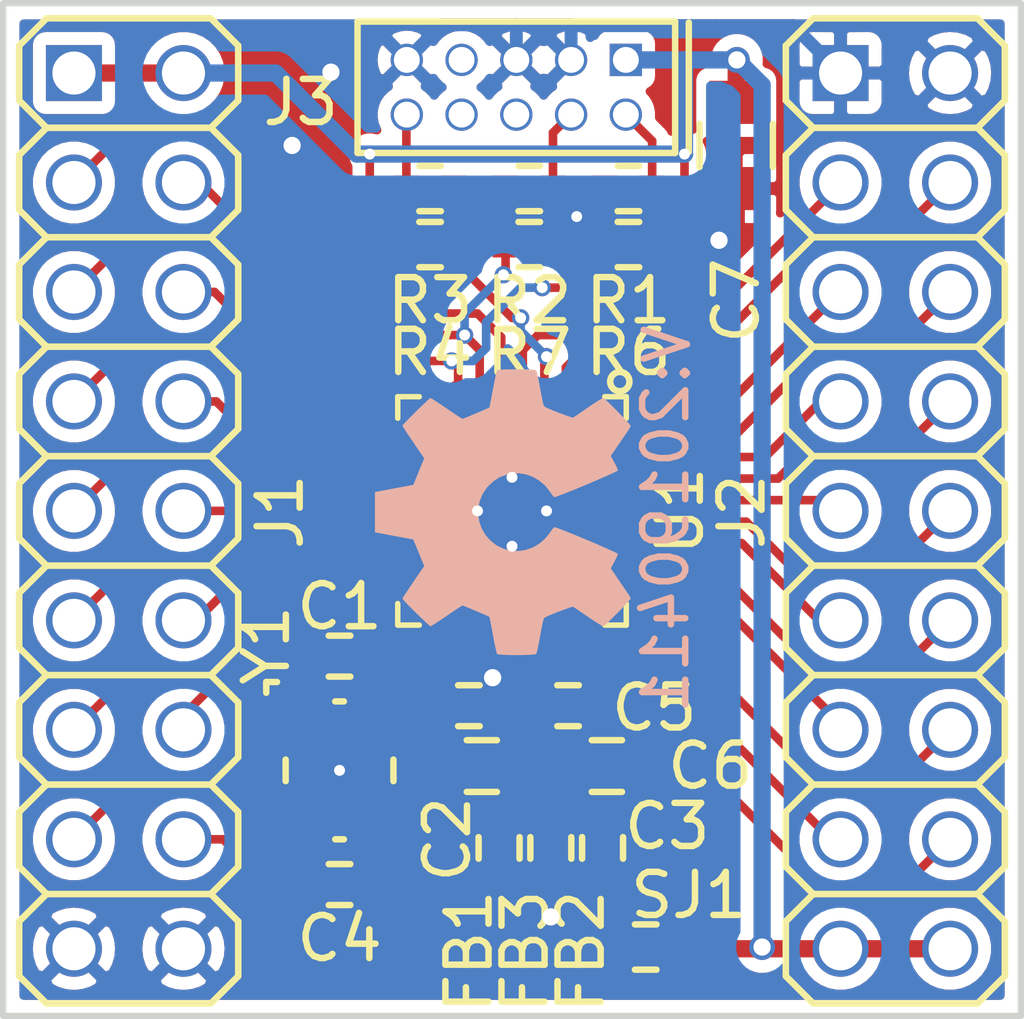
<source format=kicad_pcb>
(kicad_pcb (version 20171130) (host pcbnew 5.1.0-060a0da~80~ubuntu18.04.1)

  (general
    (thickness 1.6)
    (drawings 4)
    (tracks 280)
    (zones 0)
    (modules 24)
    (nets 39)
  )

  (page A4)
  (layers
    (0 F.Cu signal)
    (31 B.Cu signal)
    (32 B.Adhes user)
    (33 F.Adhes user)
    (34 B.Paste user)
    (35 F.Paste user)
    (36 B.SilkS user)
    (37 F.SilkS user)
    (38 B.Mask user)
    (39 F.Mask user)
    (40 Dwgs.User user)
    (41 Cmts.User user)
    (42 Eco1.User user)
    (43 Eco2.User user)
    (44 Edge.Cuts user)
    (45 Margin user)
    (46 B.CrtYd user)
    (47 F.CrtYd user)
    (48 B.Fab user)
    (49 F.Fab user)
  )

  (setup
    (last_trace_width 0.127)
    (user_trace_width 0.127)
    (user_trace_width 0.2)
    (user_trace_width 0.3)
    (user_trace_width 0.4)
    (user_trace_width 0.6)
    (user_trace_width 1)
    (user_trace_width 1.5)
    (user_trace_width 2)
    (trace_clearance 0.127)
    (zone_clearance 0.3)
    (zone_45_only no)
    (trace_min 0.127)
    (via_size 0.3556)
    (via_drill 0.254)
    (via_min_size 0.3556)
    (via_min_drill 0.254)
    (user_via 0.4 0.254)
    (user_via 0.6 0.4)
    (user_via 0.8 0.6)
    (user_via 1 0.8)
    (user_via 1.3 1)
    (user_via 1.5 1.2)
    (user_via 1.7 1.4)
    (user_via 1.9 1.6)
    (uvia_size 0.3556)
    (uvia_drill 0.254)
    (uvias_allowed no)
    (uvia_min_size 0.254)
    (uvia_min_drill 0.254)
    (edge_width 0.15)
    (segment_width 0.2)
    (pcb_text_width 0.3)
    (pcb_text_size 1.5 1.5)
    (mod_edge_width 0.15)
    (mod_text_size 1 1)
    (mod_text_width 0.15)
    (pad_size 1.524 1.524)
    (pad_drill 0.762)
    (pad_to_mask_clearance 0.1)
    (solder_mask_min_width 0.1)
    (pad_to_paste_clearance_ratio -0.1)
    (aux_axis_origin 0 0)
    (visible_elements FFFFFF7F)
    (pcbplotparams
      (layerselection 0x010fc_ffffffff)
      (usegerberextensions true)
      (usegerberattributes false)
      (usegerberadvancedattributes false)
      (creategerberjobfile false)
      (excludeedgelayer true)
      (linewidth 0.100000)
      (plotframeref false)
      (viasonmask false)
      (mode 1)
      (useauxorigin false)
      (hpglpennumber 1)
      (hpglpenspeed 20)
      (hpglpendiameter 15.000000)
      (psnegative false)
      (psa4output false)
      (plotreference true)
      (plotvalue true)
      (plotinvisibletext false)
      (padsonsilk false)
      (subtractmaskfromsilk false)
      (outputformat 1)
      (mirror false)
      (drillshape 0)
      (scaleselection 1)
      (outputdirectory "LPC82X_JHI33_2layer_plots/"))
  )

  (net 0 "")
  (net 1 "Net-(C2-Pad1)")
  (net 2 "Net-(C3-Pad1)")
  (net 3 "Net-(C3-Pad2)")
  (net 4 /PIO0_28)
  (net 5 /PIO0_3)
  (net 6 /PIO0_2)
  (net 7 /PIO0_11)
  (net 8 /PIO0_10)
  (net 9 /PIO0_16)
  (net 10 /PIO0_27)
  (net 11 /PIO0_26)
  (net 12 /PIO0_25)
  (net 13 /PIO0_24)
  (net 14 /PIO0_15)
  (net 15 /PIO0_1)
  (net 16 /PIO0_9)
  (net 17 /PIO0_8)
  (net 18 /PIO0_7)
  (net 19 /PIO0_6)
  (net 20 /PIO0_0)
  (net 21 /PIO0_14)
  (net 22 /PIO0_23)
  (net 23 /PIO0_22)
  (net 24 /PIO0_21)
  (net 25 /PIO0_20)
  (net 26 /PIO0_19)
  (net 27 /PIO0_18)
  (net 28 /PIO0_17)
  (net 29 /PIO0_13)
  (net 30 /PIO0_12)
  (net 31 /PIO0_4)
  (net 32 "Net-(J3-Pad2)")
  (net 33 "Net-(J3-Pad4)")
  (net 34 "Net-(J3-Pad10)")
  (net 35 /RESET)
  (net 36 "Net-(FB1-Pad2)")
  (net 37 /VSS)
  (net 38 /VDD)

  (net_class Default "This is the default net class."
    (clearance 0.127)
    (trace_width 0.127)
    (via_dia 0.3556)
    (via_drill 0.254)
    (uvia_dia 0.3556)
    (uvia_drill 0.254)
    (add_net /PIO0_0)
    (add_net /PIO0_1)
    (add_net /PIO0_10)
    (add_net /PIO0_11)
    (add_net /PIO0_12)
    (add_net /PIO0_13)
    (add_net /PIO0_14)
    (add_net /PIO0_15)
    (add_net /PIO0_16)
    (add_net /PIO0_17)
    (add_net /PIO0_18)
    (add_net /PIO0_19)
    (add_net /PIO0_2)
    (add_net /PIO0_20)
    (add_net /PIO0_21)
    (add_net /PIO0_22)
    (add_net /PIO0_23)
    (add_net /PIO0_24)
    (add_net /PIO0_25)
    (add_net /PIO0_26)
    (add_net /PIO0_27)
    (add_net /PIO0_28)
    (add_net /PIO0_3)
    (add_net /PIO0_4)
    (add_net /PIO0_6)
    (add_net /PIO0_7)
    (add_net /PIO0_8)
    (add_net /PIO0_9)
    (add_net /RESET)
    (add_net /VDD)
    (add_net /VSS)
    (add_net "Net-(C2-Pad1)")
    (add_net "Net-(C3-Pad1)")
    (add_net "Net-(C3-Pad2)")
    (add_net "Net-(FB1-Pad2)")
    (add_net "Net-(J3-Pad10)")
    (add_net "Net-(J3-Pad2)")
    (add_net "Net-(J3-Pad4)")
  )

  (module SquantorIC:SOT617-3_alt_paste (layer F.Cu) (tedit 5C8970EE) (tstamp 5C89D532)
    (at 88.9 106.68 270)
    (descr "<li><b>SOT617-3</b><hr>\n<ul><li>HVQFN32: plastic thermal enhanced very thin quad flat package; no leads; 32 terminals; body 5 x 5 x 0.85 mm\n<li><u>JEDEC</u>: MO-220\n<li><u>IEC</u>: --\n<li><u>JEITA</u>: -- </ul>")
    (path /5BD2C0FE)
    (fp_text reference U1 (at 0 -3.9 270) (layer F.SilkS)
      (effects (font (size 1 1) (thickness 0.15)))
    )
    (fp_text value LPC824M201JHI33 (at 0 4.1 270) (layer F.Fab)
      (effects (font (size 1 1) (thickness 0.15)))
    )
    (fp_line (start -2.15 -3) (end -2.15 -3.25) (layer F.CrtYd) (width 0.05))
    (fp_line (start -3 -3) (end -2.15 -3) (layer F.CrtYd) (width 0.05))
    (fp_line (start -3 -2.15) (end -3 -3) (layer F.CrtYd) (width 0.05))
    (fp_line (start -3.25 -2.15) (end -3 -2.15) (layer F.CrtYd) (width 0.05))
    (fp_line (start -3.25 2.15) (end -3.25 -2.15) (layer F.CrtYd) (width 0.05))
    (fp_line (start -3 2.15) (end -3.25 2.15) (layer F.CrtYd) (width 0.05))
    (fp_line (start -3 3) (end -3 2.15) (layer F.CrtYd) (width 0.05))
    (fp_line (start -2.15 3) (end -3 3) (layer F.CrtYd) (width 0.05))
    (fp_line (start -2.15 3.25) (end -2.15 3) (layer F.CrtYd) (width 0.05))
    (fp_line (start 2.15 3.25) (end -2.15 3.25) (layer F.CrtYd) (width 0.05))
    (fp_line (start 2.15 3) (end 2.15 3.25) (layer F.CrtYd) (width 0.05))
    (fp_line (start 3 3) (end 2.15 3) (layer F.CrtYd) (width 0.05))
    (fp_line (start 3 2.15) (end 3 3) (layer F.CrtYd) (width 0.05))
    (fp_line (start 3.25 2.15) (end 3 2.15) (layer F.CrtYd) (width 0.05))
    (fp_line (start 3.25 -2.15) (end 3.25 2.15) (layer F.CrtYd) (width 0.05))
    (fp_line (start 3 -2.15) (end 3.25 -2.15) (layer F.CrtYd) (width 0.05))
    (fp_line (start 3 -3) (end 3 -2.15) (layer F.CrtYd) (width 0.05))
    (fp_line (start 2.15 -3) (end 3 -3) (layer F.CrtYd) (width 0.05))
    (fp_line (start 2.15 -3.25) (end 2.15 -3) (layer F.CrtYd) (width 0.05))
    (fp_line (start -2.15 -3.25) (end 2.15 -3.25) (layer F.CrtYd) (width 0.05))
    (fp_circle (center -3 -2.5) (end -2.7764 -2.5) (layer F.SilkS) (width 0.15))
    (fp_line (start 2.15 2.65) (end 2.65 2.65) (layer F.SilkS) (width 0.127))
    (fp_line (start 2.15 -2.65) (end 2.65 -2.65) (layer F.SilkS) (width 0.127))
    (fp_line (start 2.65 2.15) (end 2.65 2.65) (layer F.SilkS) (width 0.127))
    (fp_line (start 2.65 -2.65) (end 2.65 -2.15) (layer F.SilkS) (width 0.127))
    (fp_line (start -2.65 2.15) (end -2.65 2.65) (layer F.SilkS) (width 0.127))
    (fp_line (start -2.65 -2.65) (end -2.65 -2.15) (layer F.SilkS) (width 0.127))
    (fp_line (start -2.65 2.65) (end -2.15 2.65) (layer F.SilkS) (width 0.127))
    (fp_line (start -2.65 -2.65) (end -2.15 -2.65) (layer F.SilkS) (width 0.127))
    (pad 33 smd rect (at 0.8 0.8 270) (size 1 1) (layers F.Cu F.Paste F.Mask)
      (net 37 /VSS))
    (pad 33 smd rect (at -0.8 0.8 270) (size 1 1) (layers F.Cu F.Paste F.Mask)
      (net 37 /VSS))
    (pad 33 smd rect (at 0.8 -0.8 270) (size 1 1) (layers F.Cu F.Paste F.Mask)
      (net 37 /VSS))
    (pad 33 smd rect (at -0.8 -0.8 270) (size 1 1) (layers F.Cu F.Paste F.Mask)
      (net 37 /VSS))
    (pad 33 smd rect (at 0 0 270) (size 3.5 3.5) (layers F.Cu)
      (net 37 /VSS))
    (pad 8 smd rect (at -2.55 1.75) (size 0.29 0.9) (layers F.Cu F.Paste F.Mask)
      (net 7 /PIO0_11))
    (pad 7 smd rect (at -2.55 1.25) (size 0.29 0.9) (layers F.Cu F.Paste F.Mask)
      (net 6 /PIO0_2))
    (pad 6 smd rect (at -2.55 0.75) (size 0.29 0.9) (layers F.Cu F.Paste F.Mask)
      (net 5 /PIO0_3))
    (pad 5 smd rect (at -2.55 0.25) (size 0.29 0.9) (layers F.Cu F.Paste F.Mask)
      (net 4 /PIO0_28))
    (pad 1 smd rect (at -2.55 -1.75) (size 0.29 0.9) (layers F.Cu F.Paste F.Mask)
      (net 29 /PIO0_13))
    (pad 2 smd rect (at -2.55 -1.25 180) (size 0.29 0.9) (layers F.Cu F.Paste F.Mask)
      (net 30 /PIO0_12))
    (pad 3 smd rect (at -2.55 -0.75) (size 0.29 0.9) (layers F.Cu F.Paste F.Mask)
      (net 35 /RESET))
    (pad 4 smd rect (at -2.55 -0.25) (size 0.29 0.9) (layers F.Cu F.Paste F.Mask)
      (net 31 /PIO0_4))
    (pad 24 smd rect (at 2.55 -1.75 180) (size 0.29 0.9) (layers F.Cu F.Paste F.Mask)
      (net 20 /PIO0_0))
    (pad 23 smd rect (at 2.55 -1.25 180) (size 0.29 0.9) (layers F.Cu F.Paste F.Mask)
      (net 19 /PIO0_6))
    (pad 22 smd rect (at 2.55 -0.75 180) (size 0.29 0.9) (layers F.Cu F.Paste F.Mask)
      (net 18 /PIO0_7))
    (pad 21 smd rect (at 2.55 -0.25 180) (size 0.29 0.9) (layers F.Cu F.Paste F.Mask)
      (net 2 "Net-(C3-Pad1)"))
    (pad 17 smd rect (at 2.55 1.75 180) (size 0.29 0.9) (layers F.Cu F.Paste F.Mask)
      (net 16 /PIO0_9))
    (pad 18 smd rect (at 2.55 1.25) (size 0.29 0.9) (layers F.Cu F.Paste F.Mask)
      (net 17 /PIO0_8))
    (pad 19 smd rect (at 2.55 0.75 180) (size 0.29 0.9) (layers F.Cu F.Paste F.Mask)
      (net 1 "Net-(C2-Pad1)"))
    (pad 20 smd rect (at 2.55 0.25 180) (size 0.29 0.9) (layers F.Cu F.Paste F.Mask)
      (net 3 "Net-(C3-Pad2)"))
    (pad 16 smd rect (at 1.75 2.55 90) (size 0.29 0.9) (layers F.Cu F.Paste F.Mask)
      (net 15 /PIO0_1))
    (pad 15 smd rect (at 1.25 2.55 90) (size 0.29 0.9) (layers F.Cu F.Paste F.Mask)
      (net 14 /PIO0_15))
    (pad 14 smd rect (at 0.75 2.55 90) (size 0.29 0.9) (layers F.Cu F.Paste F.Mask)
      (net 13 /PIO0_24))
    (pad 13 smd rect (at 0.25 2.55 90) (size 0.29 0.9) (layers F.Cu F.Paste F.Mask)
      (net 12 /PIO0_25))
    (pad 9 smd rect (at -1.75 2.55 90) (size 0.29 0.9) (layers F.Cu F.Paste F.Mask)
      (net 8 /PIO0_10))
    (pad 10 smd rect (at -1.25 2.55 90) (size 0.29 0.9) (layers F.Cu F.Paste F.Mask)
      (net 9 /PIO0_16))
    (pad 11 smd rect (at -0.75 2.55 90) (size 0.29 0.9) (layers F.Cu F.Paste F.Mask)
      (net 10 /PIO0_27))
    (pad 12 smd rect (at -0.25 2.55 90) (size 0.29 0.9) (layers F.Cu F.Paste F.Mask)
      (net 11 /PIO0_26))
    (pad 32 smd rect (at -1.75 -2.55 270) (size 0.29 0.9) (layers F.Cu F.Paste F.Mask)
      (net 28 /PIO0_17))
    (pad 31 smd rect (at -1.25 -2.55 270) (size 0.29 0.9) (layers F.Cu F.Paste F.Mask)
      (net 27 /PIO0_18))
    (pad 30 smd rect (at -0.75 -2.55 270) (size 0.29 0.9) (layers F.Cu F.Paste F.Mask)
      (net 26 /PIO0_19))
    (pad 29 smd rect (at -0.25 -2.55 270) (size 0.29 0.9) (layers F.Cu F.Paste F.Mask)
      (net 25 /PIO0_20))
    (pad 25 smd rect (at 1.75 -2.55 270) (size 0.29 0.9) (layers F.Cu F.Paste F.Mask)
      (net 21 /PIO0_14))
    (pad 26 smd rect (at 1.25 -2.55 270) (size 0.29 0.9) (layers F.Cu F.Paste F.Mask)
      (net 22 /PIO0_23))
    (pad 27 smd rect (at 0.75 -2.55 270) (size 0.29 0.9) (layers F.Cu F.Paste F.Mask)
      (net 23 /PIO0_22))
    (pad 28 smd rect (at 0.25 -2.55 270) (size 0.29 0.9) (layers F.Cu F.Paste F.Mask)
      (net 24 /PIO0_21))
  )

  (module SquantorCrystal:Crystal_3225_4 (layer F.Cu) (tedit 5BF6F546) (tstamp 5C002A0D)
    (at 84.9 112.7 270)
    (path /5BE1D5EF)
    (attr smd)
    (fp_text reference Y1 (at -2.9 1.7 270) (layer F.SilkS)
      (effects (font (size 1 1) (thickness 0.15)))
    )
    (fp_text value 12MHz (at 0 2.5 270) (layer F.Fab) hide
      (effects (font (size 1 1) (thickness 0.15)))
    )
    (fp_line (start -2.05 1.45) (end -2.05 1.7) (layer F.SilkS) (width 0.15))
    (fp_line (start -2.05 1.7) (end -1.8 1.7) (layer F.SilkS) (width 0.15))
    (fp_line (start -2.05 1.7) (end -2.05 -1.7) (layer F.CrtYd) (width 0.05))
    (fp_line (start 2.05 1.7) (end -2.05 1.7) (layer F.CrtYd) (width 0.05))
    (fp_line (start 2.05 -1.7) (end 2.05 1.7) (layer F.CrtYd) (width 0.05))
    (fp_line (start -2.05 -1.7) (end 2.05 -1.7) (layer F.CrtYd) (width 0.05))
    (fp_line (start -1.6 1.25) (end -1.6 -1.25) (layer F.Fab) (width 0.15))
    (fp_line (start 1.6 1.25) (end -1.6 1.25) (layer F.Fab) (width 0.15))
    (fp_line (start 1.6 -1.25) (end 1.6 1.25) (layer F.Fab) (width 0.15))
    (fp_line (start -1.6 -1.25) (end 1.6 -1.25) (layer F.Fab) (width 0.15))
    (fp_line (start -0.25 1.25) (end 0.25 1.25) (layer F.SilkS) (width 0.15))
    (fp_line (start 1.6 0.1) (end 1.6 -0.1) (layer F.SilkS) (width 0.15))
    (fp_line (start -0.25 -1.25) (end 0.25 -1.25) (layer F.SilkS) (width 0.15))
    (fp_line (start -1.6 -0.1) (end -1.6 0.1) (layer F.SilkS) (width 0.15))
    (pad 1 smd rect (at -1.1 0.85 270) (size 1.4 1.2) (layers F.Cu F.Paste F.Mask)
      (net 16 /PIO0_9))
    (pad 2 smd rect (at 1.1 0.85 270) (size 1.4 1.2) (layers F.Cu F.Paste F.Mask)
      (net 37 /VSS))
    (pad 3 smd rect (at 1.1 -0.85 270) (size 1.4 1.2) (layers F.Cu F.Paste F.Mask)
      (net 17 /PIO0_8))
    (pad 4 smd rect (at -1.1 -0.85 270) (size 1.4 1.2) (layers F.Cu F.Paste F.Mask)
      (net 37 /VSS))
  )

  (module SquantorLabels:Label_version (layer B.Cu) (tedit 5B5A1E49) (tstamp 5B96DD88)
    (at 92.6 107.95 270)
    (path /5A1357A5)
    (fp_text reference N2 (at 0 -1.4 270) (layer B.Fab) hide
      (effects (font (size 1 1) (thickness 0.15)) (justify mirror))
    )
    (fp_text value 20190411 (at -0.4 0.137362 270) (layer B.SilkS)
      (effects (font (size 1 1) (thickness 0.15)) (justify mirror))
    )
    (fp_text user V: (at -4.9 0.1 270) (layer B.SilkS)
      (effects (font (size 1 1) (thickness 0.15)) (justify mirror))
    )
  )

  (module SquantorConnectors:Header-0254-2X09-H010 (layer F.Cu) (tedit 5BDA1DED) (tstamp 5BE6DE86)
    (at 80.01 106.68 270)
    (descr "PIN HEADER")
    (tags "PIN HEADER")
    (path /5BD2E6A6)
    (attr virtual)
    (fp_text reference J1 (at 0.02 -3.51 270) (layer F.SilkS)
      (effects (font (size 1 1) (thickness 0.15)))
    )
    (fp_text value Conn_02x09_Odd_Even (at 0 3.6 270) (layer F.Fab) hide
      (effects (font (size 1.27 1.27) (thickness 0.15)))
    )
    (fp_line (start -11.43 1.905) (end -10.795 2.54) (layer F.SilkS) (width 0.1524))
    (fp_line (start -9.525 2.54) (end -8.89 1.905) (layer F.SilkS) (width 0.1524))
    (fp_line (start -8.89 1.905) (end -8.255 2.54) (layer F.SilkS) (width 0.1524))
    (fp_line (start -6.985 2.54) (end -6.35 1.905) (layer F.SilkS) (width 0.1524))
    (fp_line (start -6.35 1.905) (end -5.715 2.54) (layer F.SilkS) (width 0.1524))
    (fp_line (start -4.445 2.54) (end -3.81 1.905) (layer F.SilkS) (width 0.1524))
    (fp_line (start -3.81 1.905) (end -3.175 2.54) (layer F.SilkS) (width 0.1524))
    (fp_line (start -1.905 2.54) (end -1.27 1.905) (layer F.SilkS) (width 0.1524))
    (fp_line (start -1.27 1.905) (end -0.635 2.54) (layer F.SilkS) (width 0.1524))
    (fp_line (start 0.635 2.54) (end 1.27 1.905) (layer F.SilkS) (width 0.1524))
    (fp_line (start 1.27 1.905) (end 1.905 2.54) (layer F.SilkS) (width 0.1524))
    (fp_line (start 3.175 2.54) (end 3.81 1.905) (layer F.SilkS) (width 0.1524))
    (fp_line (start -11.43 1.905) (end -11.43 -1.905) (layer F.SilkS) (width 0.1524))
    (fp_line (start -11.43 -1.905) (end -10.795 -2.54) (layer F.SilkS) (width 0.1524))
    (fp_line (start -10.795 -2.54) (end -9.525 -2.54) (layer F.SilkS) (width 0.1524))
    (fp_line (start -9.525 -2.54) (end -8.89 -1.905) (layer F.SilkS) (width 0.1524))
    (fp_line (start -8.89 -1.905) (end -8.255 -2.54) (layer F.SilkS) (width 0.1524))
    (fp_line (start -8.255 -2.54) (end -6.985 -2.54) (layer F.SilkS) (width 0.1524))
    (fp_line (start -6.985 -2.54) (end -6.35 -1.905) (layer F.SilkS) (width 0.1524))
    (fp_line (start -6.35 -1.905) (end -5.715 -2.54) (layer F.SilkS) (width 0.1524))
    (fp_line (start -5.715 -2.54) (end -4.445 -2.54) (layer F.SilkS) (width 0.1524))
    (fp_line (start -4.445 -2.54) (end -3.81 -1.905) (layer F.SilkS) (width 0.1524))
    (fp_line (start -3.81 -1.905) (end -3.175 -2.54) (layer F.SilkS) (width 0.1524))
    (fp_line (start -3.175 -2.54) (end -1.905 -2.54) (layer F.SilkS) (width 0.1524))
    (fp_line (start -1.905 -2.54) (end -1.27 -1.905) (layer F.SilkS) (width 0.1524))
    (fp_line (start -1.27 -1.905) (end -0.635 -2.54) (layer F.SilkS) (width 0.1524))
    (fp_line (start -0.635 -2.54) (end 0.635 -2.54) (layer F.SilkS) (width 0.1524))
    (fp_line (start 0.635 -2.54) (end 1.27 -1.905) (layer F.SilkS) (width 0.1524))
    (fp_line (start 1.27 -1.905) (end 1.905 -2.54) (layer F.SilkS) (width 0.1524))
    (fp_line (start 1.905 -2.54) (end 3.175 -2.54) (layer F.SilkS) (width 0.1524))
    (fp_line (start 3.175 -2.54) (end 3.81 -1.905) (layer F.SilkS) (width 0.1524))
    (fp_line (start 3.81 -1.905) (end 4.445 -2.54) (layer F.SilkS) (width 0.1524))
    (fp_line (start 4.445 -2.54) (end 5.715 -2.54) (layer F.SilkS) (width 0.1524))
    (fp_line (start 5.715 -2.54) (end 6.35 -1.905) (layer F.SilkS) (width 0.1524))
    (fp_line (start 6.35 -1.905) (end 6.985 -2.54) (layer F.SilkS) (width 0.1524))
    (fp_line (start 6.985 -2.54) (end 8.255 -2.54) (layer F.SilkS) (width 0.1524))
    (fp_line (start 8.255 -2.54) (end 8.89 -1.905) (layer F.SilkS) (width 0.1524))
    (fp_line (start 8.89 1.905) (end 8.255 2.54) (layer F.SilkS) (width 0.1524))
    (fp_line (start 6.35 1.905) (end 6.985 2.54) (layer F.SilkS) (width 0.1524))
    (fp_line (start 6.35 1.905) (end 5.715 2.54) (layer F.SilkS) (width 0.1524))
    (fp_line (start 3.81 1.905) (end 4.445 2.54) (layer F.SilkS) (width 0.1524))
    (fp_line (start -8.89 -1.905) (end -8.89 1.905) (layer F.SilkS) (width 0.1524))
    (fp_line (start -6.35 -1.905) (end -6.35 1.905) (layer F.SilkS) (width 0.1524))
    (fp_line (start -3.81 -1.905) (end -3.81 1.905) (layer F.SilkS) (width 0.1524))
    (fp_line (start -1.27 -1.905) (end -1.27 1.905) (layer F.SilkS) (width 0.1524))
    (fp_line (start 1.27 -1.905) (end 1.27 1.905) (layer F.SilkS) (width 0.1524))
    (fp_line (start 3.81 -1.905) (end 3.81 1.905) (layer F.SilkS) (width 0.1524))
    (fp_line (start 6.35 -1.905) (end 6.35 1.905) (layer F.SilkS) (width 0.1524))
    (fp_line (start 8.89 -1.905) (end 8.89 1.905) (layer F.SilkS) (width 0.1524))
    (fp_line (start 6.985 2.54) (end 8.255 2.54) (layer F.SilkS) (width 0.1524))
    (fp_line (start 4.445 2.54) (end 5.715 2.54) (layer F.SilkS) (width 0.1524))
    (fp_line (start 1.905 2.54) (end 3.175 2.54) (layer F.SilkS) (width 0.1524))
    (fp_line (start -0.635 2.54) (end 0.635 2.54) (layer F.SilkS) (width 0.1524))
    (fp_line (start -3.175 2.54) (end -1.905 2.54) (layer F.SilkS) (width 0.1524))
    (fp_line (start -5.715 2.54) (end -4.445 2.54) (layer F.SilkS) (width 0.1524))
    (fp_line (start -8.255 2.54) (end -6.985 2.54) (layer F.SilkS) (width 0.1524))
    (fp_line (start -10.795 2.54) (end -9.525 2.54) (layer F.SilkS) (width 0.1524))
    (fp_line (start 8.89 -1.905) (end 9.525 -2.54) (layer F.SilkS) (width 0.1524))
    (fp_line (start 9.525 -2.54) (end 10.795 -2.54) (layer F.SilkS) (width 0.1524))
    (fp_line (start 10.795 -2.54) (end 11.43 -1.905) (layer F.SilkS) (width 0.1524))
    (fp_line (start 11.43 1.905) (end 10.795 2.54) (layer F.SilkS) (width 0.1524))
    (fp_line (start 8.89 1.905) (end 9.525 2.54) (layer F.SilkS) (width 0.1524))
    (fp_line (start 11.43 -1.905) (end 11.43 1.905) (layer F.SilkS) (width 0.1524))
    (fp_line (start 9.525 2.54) (end 10.795 2.54) (layer F.SilkS) (width 0.1524))
    (pad 1 thru_hole rect (at -10.16 1.27 270) (size 1.3 1.3) (drill 1) (layers *.Cu *.Mask)
      (net 38 /VDD))
    (pad 2 thru_hole circle (at -10.16 -1.27 270) (size 1.3 1.3) (drill 1) (layers *.Cu *.Mask)
      (net 38 /VDD))
    (pad 3 thru_hole circle (at -7.62 1.27 270) (size 1.3 1.3) (drill 1) (layers *.Cu *.Mask)
      (net 4 /PIO0_28))
    (pad 4 thru_hole circle (at -7.62 -1.27 270) (size 1.3 1.3) (drill 1) (layers *.Cu *.Mask)
      (net 5 /PIO0_3))
    (pad 5 thru_hole circle (at -5.08 1.27 270) (size 1.3 1.3) (drill 1) (layers *.Cu *.Mask)
      (net 6 /PIO0_2))
    (pad 6 thru_hole circle (at -5.08 -1.27 270) (size 1.3 1.3) (drill 1) (layers *.Cu *.Mask)
      (net 7 /PIO0_11))
    (pad 7 thru_hole circle (at -2.54 1.27 270) (size 1.3 1.3) (drill 1) (layers *.Cu *.Mask)
      (net 8 /PIO0_10))
    (pad 8 thru_hole circle (at -2.54 -1.27 270) (size 1.3 1.3) (drill 1) (layers *.Cu *.Mask)
      (net 9 /PIO0_16))
    (pad 9 thru_hole circle (at 0 1.27 270) (size 1.3 1.3) (drill 1) (layers *.Cu *.Mask)
      (net 10 /PIO0_27))
    (pad 10 thru_hole circle (at 0 -1.27 270) (size 1.3 1.3) (drill 1) (layers *.Cu *.Mask)
      (net 11 /PIO0_26))
    (pad 11 thru_hole circle (at 2.54 1.27 270) (size 1.3 1.3) (drill 1) (layers *.Cu *.Mask)
      (net 12 /PIO0_25))
    (pad 12 thru_hole circle (at 2.54 -1.27 270) (size 1.3 1.3) (drill 1) (layers *.Cu *.Mask)
      (net 13 /PIO0_24))
    (pad 13 thru_hole circle (at 5.08 1.27 270) (size 1.3 1.3) (drill 1) (layers *.Cu *.Mask)
      (net 14 /PIO0_15))
    (pad 14 thru_hole circle (at 5.08 -1.27 270) (size 1.3 1.3) (drill 1) (layers *.Cu *.Mask)
      (net 15 /PIO0_1))
    (pad 15 thru_hole circle (at 7.62 1.27 270) (size 1.3 1.3) (drill 1) (layers *.Cu *.Mask)
      (net 16 /PIO0_9))
    (pad 16 thru_hole circle (at 7.62 -1.27 270) (size 1.3 1.3) (drill 1) (layers *.Cu *.Mask)
      (net 17 /PIO0_8))
    (pad 17 thru_hole circle (at 10.16 1.27 270) (size 1.3 1.3) (drill 1) (layers *.Cu *.Mask)
      (net 37 /VSS))
    (pad 18 thru_hole circle (at 10.16 -1.27 270) (size 1.3 1.3) (drill 1) (layers *.Cu *.Mask)
      (net 37 /VSS))
  )

  (module Symbols:OSHW-Symbol_6.7x6mm_SilkScreen (layer B.Cu) (tedit 0) (tstamp 5A135134)
    (at 88.7 106.7 270)
    (descr "Open Source Hardware Symbol")
    (tags "Logo Symbol OSHW")
    (path /5A135869)
    (attr virtual)
    (fp_text reference N1 (at 0 0 270) (layer B.SilkS) hide
      (effects (font (size 1 1) (thickness 0.15)) (justify mirror))
    )
    (fp_text value OHWLOGO (at 0.75 0 270) (layer B.Fab) hide
      (effects (font (size 1 1) (thickness 0.15)) (justify mirror))
    )
    (fp_poly (pts (xy 0.555814 2.531069) (xy 0.639635 2.086445) (xy 0.94892 1.958947) (xy 1.258206 1.831449)
      (xy 1.629246 2.083754) (xy 1.733157 2.154004) (xy 1.827087 2.216728) (xy 1.906652 2.269062)
      (xy 1.96747 2.308143) (xy 2.005157 2.331107) (xy 2.015421 2.336058) (xy 2.03391 2.323324)
      (xy 2.07342 2.288118) (xy 2.129522 2.234938) (xy 2.197787 2.168282) (xy 2.273786 2.092646)
      (xy 2.353092 2.012528) (xy 2.431275 1.932426) (xy 2.503907 1.856836) (xy 2.566559 1.790255)
      (xy 2.614803 1.737182) (xy 2.64421 1.702113) (xy 2.651241 1.690377) (xy 2.641123 1.66874)
      (xy 2.612759 1.621338) (xy 2.569129 1.552807) (xy 2.513218 1.467785) (xy 2.448006 1.370907)
      (xy 2.410219 1.31565) (xy 2.341343 1.214752) (xy 2.28014 1.123701) (xy 2.229578 1.04703)
      (xy 2.192628 0.989272) (xy 2.172258 0.954957) (xy 2.169197 0.947746) (xy 2.176136 0.927252)
      (xy 2.195051 0.879487) (xy 2.223087 0.811168) (xy 2.257391 0.729011) (xy 2.295109 0.63973)
      (xy 2.333387 0.550042) (xy 2.36937 0.466662) (xy 2.400206 0.396306) (xy 2.423039 0.34569)
      (xy 2.435017 0.321529) (xy 2.435724 0.320578) (xy 2.454531 0.315964) (xy 2.504618 0.305672)
      (xy 2.580793 0.290713) (xy 2.677865 0.272099) (xy 2.790643 0.250841) (xy 2.856442 0.238582)
      (xy 2.97695 0.215638) (xy 3.085797 0.193805) (xy 3.177476 0.174278) (xy 3.246481 0.158252)
      (xy 3.287304 0.146921) (xy 3.295511 0.143326) (xy 3.303548 0.118994) (xy 3.310033 0.064041)
      (xy 3.31497 -0.015108) (xy 3.318364 -0.112026) (xy 3.320218 -0.220287) (xy 3.320538 -0.333465)
      (xy 3.319327 -0.445135) (xy 3.31659 -0.548868) (xy 3.312331 -0.638241) (xy 3.306555 -0.706826)
      (xy 3.299267 -0.748197) (xy 3.294895 -0.75681) (xy 3.268764 -0.767133) (xy 3.213393 -0.781892)
      (xy 3.136107 -0.799352) (xy 3.04423 -0.81778) (xy 3.012158 -0.823741) (xy 2.857524 -0.852066)
      (xy 2.735375 -0.874876) (xy 2.641673 -0.89308) (xy 2.572384 -0.907583) (xy 2.523471 -0.919292)
      (xy 2.490897 -0.929115) (xy 2.470628 -0.937956) (xy 2.458626 -0.946724) (xy 2.456947 -0.948457)
      (xy 2.440184 -0.976371) (xy 2.414614 -1.030695) (xy 2.382788 -1.104777) (xy 2.34726 -1.191965)
      (xy 2.310583 -1.285608) (xy 2.275311 -1.379052) (xy 2.243996 -1.465647) (xy 2.219193 -1.53874)
      (xy 2.203454 -1.591678) (xy 2.199332 -1.617811) (xy 2.199676 -1.618726) (xy 2.213641 -1.640086)
      (xy 2.245322 -1.687084) (xy 2.291391 -1.754827) (xy 2.348518 -1.838423) (xy 2.413373 -1.932982)
      (xy 2.431843 -1.959854) (xy 2.497699 -2.057275) (xy 2.55565 -2.146163) (xy 2.602538 -2.221412)
      (xy 2.635207 -2.27792) (xy 2.6505 -2.310581) (xy 2.651241 -2.314593) (xy 2.638392 -2.335684)
      (xy 2.602888 -2.377464) (xy 2.549293 -2.435445) (xy 2.482171 -2.505135) (xy 2.406087 -2.582045)
      (xy 2.325604 -2.661683) (xy 2.245287 -2.739561) (xy 2.169699 -2.811186) (xy 2.103405 -2.87207)
      (xy 2.050969 -2.917721) (xy 2.016955 -2.94365) (xy 2.007545 -2.947883) (xy 1.985643 -2.937912)
      (xy 1.9408 -2.91102) (xy 1.880321 -2.871736) (xy 1.833789 -2.840117) (xy 1.749475 -2.782098)
      (xy 1.649626 -2.713784) (xy 1.549473 -2.645579) (xy 1.495627 -2.609075) (xy 1.313371 -2.4858)
      (xy 1.160381 -2.56852) (xy 1.090682 -2.604759) (xy 1.031414 -2.632926) (xy 0.991311 -2.648991)
      (xy 0.981103 -2.651226) (xy 0.968829 -2.634722) (xy 0.944613 -2.588082) (xy 0.910263 -2.515609)
      (xy 0.867588 -2.421606) (xy 0.818394 -2.310374) (xy 0.76449 -2.186215) (xy 0.707684 -2.053432)
      (xy 0.649782 -1.916327) (xy 0.592593 -1.779202) (xy 0.537924 -1.646358) (xy 0.487584 -1.522098)
      (xy 0.44338 -1.410725) (xy 0.407119 -1.316539) (xy 0.380609 -1.243844) (xy 0.365658 -1.196941)
      (xy 0.363254 -1.180833) (xy 0.382311 -1.160286) (xy 0.424036 -1.126933) (xy 0.479706 -1.087702)
      (xy 0.484378 -1.084599) (xy 0.628264 -0.969423) (xy 0.744283 -0.835053) (xy 0.83143 -0.685784)
      (xy 0.888699 -0.525913) (xy 0.915086 -0.359737) (xy 0.909585 -0.191552) (xy 0.87119 -0.025655)
      (xy 0.798895 0.133658) (xy 0.777626 0.168513) (xy 0.666996 0.309263) (xy 0.536302 0.422286)
      (xy 0.390064 0.506997) (xy 0.232808 0.562806) (xy 0.069057 0.589126) (xy -0.096667 0.58537)
      (xy -0.259838 0.55095) (xy -0.415935 0.485277) (xy -0.560433 0.387765) (xy -0.605131 0.348187)
      (xy -0.718888 0.224297) (xy -0.801782 0.093876) (xy -0.858644 -0.052315) (xy -0.890313 -0.197088)
      (xy -0.898131 -0.35986) (xy -0.872062 -0.52344) (xy -0.814755 -0.682298) (xy -0.728856 -0.830906)
      (xy -0.617014 -0.963735) (xy -0.481877 -1.075256) (xy -0.464117 -1.087011) (xy -0.40785 -1.125508)
      (xy -0.365077 -1.158863) (xy -0.344628 -1.18016) (xy -0.344331 -1.180833) (xy -0.348721 -1.203871)
      (xy -0.366124 -1.256157) (xy -0.394732 -1.33339) (xy -0.432735 -1.431268) (xy -0.478326 -1.545491)
      (xy -0.529697 -1.671758) (xy -0.585038 -1.805767) (xy -0.642542 -1.943218) (xy -0.700399 -2.079808)
      (xy -0.756802 -2.211237) (xy -0.809942 -2.333205) (xy -0.85801 -2.441409) (xy -0.899199 -2.531549)
      (xy -0.931699 -2.599323) (xy -0.953703 -2.64043) (xy -0.962564 -2.651226) (xy -0.98964 -2.642819)
      (xy -1.040303 -2.620272) (xy -1.105817 -2.587613) (xy -1.141841 -2.56852) (xy -1.294832 -2.4858)
      (xy -1.477088 -2.609075) (xy -1.570125 -2.672228) (xy -1.671985 -2.741727) (xy -1.767438 -2.807165)
      (xy -1.81525 -2.840117) (xy -1.882495 -2.885273) (xy -1.939436 -2.921057) (xy -1.978646 -2.942938)
      (xy -1.991381 -2.947563) (xy -2.009917 -2.935085) (xy -2.050941 -2.900252) (xy -2.110475 -2.846678)
      (xy -2.184542 -2.777983) (xy -2.269165 -2.697781) (xy -2.322685 -2.646286) (xy -2.416319 -2.554286)
      (xy -2.497241 -2.471999) (xy -2.562177 -2.402945) (xy -2.607858 -2.350644) (xy -2.631011 -2.318616)
      (xy -2.633232 -2.312116) (xy -2.622924 -2.287394) (xy -2.594439 -2.237405) (xy -2.550937 -2.167212)
      (xy -2.495577 -2.081875) (xy -2.43152 -1.986456) (xy -2.413303 -1.959854) (xy -2.346927 -1.863167)
      (xy -2.287378 -1.776117) (xy -2.237984 -1.703595) (xy -2.202075 -1.650493) (xy -2.182981 -1.621703)
      (xy -2.181136 -1.618726) (xy -2.183895 -1.595782) (xy -2.198538 -1.545336) (xy -2.222513 -1.474041)
      (xy -2.253266 -1.388547) (xy -2.288244 -1.295507) (xy -2.324893 -1.201574) (xy -2.360661 -1.113399)
      (xy -2.392994 -1.037634) (xy -2.419338 -0.980931) (xy -2.437142 -0.949943) (xy -2.438407 -0.948457)
      (xy -2.449294 -0.939601) (xy -2.467682 -0.930843) (xy -2.497606 -0.921277) (xy -2.543103 -0.909996)
      (xy -2.608209 -0.896093) (xy -2.696961 -0.878663) (xy -2.813393 -0.856798) (xy -2.961542 -0.829591)
      (xy -2.993618 -0.823741) (xy -3.088686 -0.805374) (xy -3.171565 -0.787405) (xy -3.23493 -0.771569)
      (xy -3.271458 -0.7596) (xy -3.276356 -0.75681) (xy -3.284427 -0.732072) (xy -3.290987 -0.67679)
      (xy -3.296033 -0.597389) (xy -3.299559 -0.500296) (xy -3.301561 -0.391938) (xy -3.302036 -0.27874)
      (xy -3.300977 -0.167128) (xy -3.298382 -0.063529) (xy -3.294246 0.025632) (xy -3.288563 0.093928)
      (xy -3.281331 0.134934) (xy -3.276971 0.143326) (xy -3.252698 0.151792) (xy -3.197426 0.165565)
      (xy -3.116662 0.18345) (xy -3.015912 0.204252) (xy -2.900683 0.226777) (xy -2.837902 0.238582)
      (xy -2.718787 0.260849) (xy -2.612565 0.281021) (xy -2.524427 0.298085) (xy -2.459566 0.311031)
      (xy -2.423174 0.318845) (xy -2.417184 0.320578) (xy -2.407061 0.34011) (xy -2.385662 0.387157)
      (xy -2.355839 0.454997) (xy -2.320445 0.536909) (xy -2.282332 0.626172) (xy -2.244353 0.716065)
      (xy -2.20936 0.799865) (xy -2.180206 0.870853) (xy -2.159743 0.922306) (xy -2.150823 0.947503)
      (xy -2.150657 0.948604) (xy -2.160769 0.968481) (xy -2.189117 1.014223) (xy -2.232723 1.081283)
      (xy -2.288606 1.165116) (xy -2.353787 1.261174) (xy -2.391679 1.31635) (xy -2.460725 1.417519)
      (xy -2.52205 1.50937) (xy -2.572663 1.587256) (xy -2.609571 1.646531) (xy -2.629782 1.682549)
      (xy -2.632701 1.690623) (xy -2.620153 1.709416) (xy -2.585463 1.749543) (xy -2.533063 1.806507)
      (xy -2.467384 1.875815) (xy -2.392856 1.952969) (xy -2.313913 2.033475) (xy -2.234983 2.112837)
      (xy -2.1605 2.18656) (xy -2.094894 2.250148) (xy -2.042596 2.299106) (xy -2.008039 2.328939)
      (xy -1.996478 2.336058) (xy -1.977654 2.326047) (xy -1.932631 2.297922) (xy -1.865787 2.254546)
      (xy -1.781499 2.198782) (xy -1.684144 2.133494) (xy -1.610707 2.083754) (xy -1.239667 1.831449)
      (xy -0.621095 2.086445) (xy -0.537275 2.531069) (xy -0.453454 2.975693) (xy 0.471994 2.975693)
      (xy 0.555814 2.531069)) (layer B.SilkS) (width 0.01))
  )

  (module SquantorRcl:C_0402 (layer F.Cu) (tedit 58D18F8A) (tstamp 5BF6FB10)
    (at 84.9 110.05)
    (descr "Capacitor SMD 0402, reflow soldering, AVX (see smccp.pdf)")
    (tags "capacitor 0402")
    (path /5BE10822)
    (attr smd)
    (fp_text reference C1 (at 0 -1.15) (layer F.SilkS)
      (effects (font (size 1 1) (thickness 0.15)))
    )
    (fp_text value 18p (at -0.3 -1.15) (layer F.Fab)
      (effects (font (size 1 1) (thickness 0.15)))
    )
    (fp_line (start -0.5 0.25) (end -0.5 -0.25) (layer F.Fab) (width 0.15))
    (fp_line (start 0.5 0.25) (end -0.5 0.25) (layer F.Fab) (width 0.15))
    (fp_line (start 0.5 -0.25) (end 0.5 0.25) (layer F.Fab) (width 0.15))
    (fp_line (start -0.5 -0.25) (end 0.5 -0.25) (layer F.Fab) (width 0.15))
    (fp_line (start -1.15 -0.6) (end 1.15 -0.6) (layer F.CrtYd) (width 0.05))
    (fp_line (start -1.15 0.6) (end 1.15 0.6) (layer F.CrtYd) (width 0.05))
    (fp_line (start -1.15 -0.6) (end -1.15 0.6) (layer F.CrtYd) (width 0.05))
    (fp_line (start 1.15 -0.6) (end 1.15 0.6) (layer F.CrtYd) (width 0.05))
    (fp_line (start 0.25 -0.475) (end -0.25 -0.475) (layer F.SilkS) (width 0.15))
    (fp_line (start -0.25 0.475) (end 0.25 0.475) (layer F.SilkS) (width 0.15))
    (pad 1 smd rect (at -0.55 0) (size 0.6 0.5) (layers F.Cu F.Paste F.Mask)
      (net 16 /PIO0_9) (solder_mask_margin 0.1))
    (pad 2 smd rect (at 0.55 0) (size 0.6 0.5) (layers F.Cu F.Paste F.Mask)
      (net 37 /VSS) (solder_mask_margin 0.1))
    (model Capacitors_SMD.3dshapes/C_0402.wrl
      (at (xyz 0 0 0))
      (scale (xyz 1 1 1))
      (rotate (xyz 0 0 0))
    )
  )

  (module SquantorRcl:C_0402 (layer F.Cu) (tedit 58D18F8A) (tstamp 5C002850)
    (at 84.9 115.35 180)
    (descr "Capacitor SMD 0402, reflow soldering, AVX (see smccp.pdf)")
    (tags "capacitor 0402")
    (path /5BE10538)
    (attr smd)
    (fp_text reference C4 (at 0 -1.25 180) (layer F.SilkS)
      (effects (font (size 1 1) (thickness 0.15)))
    )
    (fp_text value 18p (at 0 -1.25 180) (layer F.Fab)
      (effects (font (size 1 1) (thickness 0.15)))
    )
    (fp_line (start -0.25 0.475) (end 0.25 0.475) (layer F.SilkS) (width 0.15))
    (fp_line (start 0.25 -0.475) (end -0.25 -0.475) (layer F.SilkS) (width 0.15))
    (fp_line (start 1.15 -0.6) (end 1.15 0.6) (layer F.CrtYd) (width 0.05))
    (fp_line (start -1.15 -0.6) (end -1.15 0.6) (layer F.CrtYd) (width 0.05))
    (fp_line (start -1.15 0.6) (end 1.15 0.6) (layer F.CrtYd) (width 0.05))
    (fp_line (start -1.15 -0.6) (end 1.15 -0.6) (layer F.CrtYd) (width 0.05))
    (fp_line (start -0.5 -0.25) (end 0.5 -0.25) (layer F.Fab) (width 0.15))
    (fp_line (start 0.5 -0.25) (end 0.5 0.25) (layer F.Fab) (width 0.15))
    (fp_line (start 0.5 0.25) (end -0.5 0.25) (layer F.Fab) (width 0.15))
    (fp_line (start -0.5 0.25) (end -0.5 -0.25) (layer F.Fab) (width 0.15))
    (pad 2 smd rect (at 0.55 0 180) (size 0.6 0.5) (layers F.Cu F.Paste F.Mask)
      (net 37 /VSS) (solder_mask_margin 0.1))
    (pad 1 smd rect (at -0.55 0 180) (size 0.6 0.5) (layers F.Cu F.Paste F.Mask)
      (net 17 /PIO0_8) (solder_mask_margin 0.1))
    (model Capacitors_SMD.3dshapes/C_0402.wrl
      (at (xyz 0 0 0))
      (scale (xyz 1 1 1))
      (rotate (xyz 0 0 0))
    )
  )

  (module SquantorRcl:C_0402 (layer F.Cu) (tedit 58D18F8A) (tstamp 5C002860)
    (at 87.9 111.2)
    (descr "Capacitor SMD 0402, reflow soldering, AVX (see smccp.pdf)")
    (tags "capacitor 0402")
    (path /5BD2CE0D)
    (attr smd)
    (fp_text reference C5 (at 4.3 0.05) (layer F.SilkS)
      (effects (font (size 1 1) (thickness 0.15)))
    )
    (fp_text value 100n (at 4.35 0.05) (layer F.Fab)
      (effects (font (size 1 1) (thickness 0.15)))
    )
    (fp_line (start -0.25 0.475) (end 0.25 0.475) (layer F.SilkS) (width 0.15))
    (fp_line (start 0.25 -0.475) (end -0.25 -0.475) (layer F.SilkS) (width 0.15))
    (fp_line (start 1.15 -0.6) (end 1.15 0.6) (layer F.CrtYd) (width 0.05))
    (fp_line (start -1.15 -0.6) (end -1.15 0.6) (layer F.CrtYd) (width 0.05))
    (fp_line (start -1.15 0.6) (end 1.15 0.6) (layer F.CrtYd) (width 0.05))
    (fp_line (start -1.15 -0.6) (end 1.15 -0.6) (layer F.CrtYd) (width 0.05))
    (fp_line (start -0.5 -0.25) (end 0.5 -0.25) (layer F.Fab) (width 0.15))
    (fp_line (start 0.5 -0.25) (end 0.5 0.25) (layer F.Fab) (width 0.15))
    (fp_line (start 0.5 0.25) (end -0.5 0.25) (layer F.Fab) (width 0.15))
    (fp_line (start -0.5 0.25) (end -0.5 -0.25) (layer F.Fab) (width 0.15))
    (pad 2 smd rect (at 0.55 0) (size 0.6 0.5) (layers F.Cu F.Paste F.Mask)
      (net 37 /VSS) (solder_mask_margin 0.1))
    (pad 1 smd rect (at -0.55 0) (size 0.6 0.5) (layers F.Cu F.Paste F.Mask)
      (net 1 "Net-(C2-Pad1)") (solder_mask_margin 0.1))
    (model Capacitors_SMD.3dshapes/C_0402.wrl
      (at (xyz 0 0 0))
      (scale (xyz 1 1 1))
      (rotate (xyz 0 0 0))
    )
  )

  (module SquantorRcl:C_0402 (layer F.Cu) (tedit 58D18F8A) (tstamp 5C002870)
    (at 90.2 111.2 180)
    (descr "Capacitor SMD 0402, reflow soldering, AVX (see smccp.pdf)")
    (tags "capacitor 0402")
    (path /5BD2C78F)
    (attr smd)
    (fp_text reference C6 (at -3.3 -1.4 180) (layer F.SilkS)
      (effects (font (size 1 1) (thickness 0.15)))
    )
    (fp_text value 100n (at -4.1 0 180) (layer F.Fab)
      (effects (font (size 1 1) (thickness 0.15)))
    )
    (fp_line (start -0.5 0.25) (end -0.5 -0.25) (layer F.Fab) (width 0.15))
    (fp_line (start 0.5 0.25) (end -0.5 0.25) (layer F.Fab) (width 0.15))
    (fp_line (start 0.5 -0.25) (end 0.5 0.25) (layer F.Fab) (width 0.15))
    (fp_line (start -0.5 -0.25) (end 0.5 -0.25) (layer F.Fab) (width 0.15))
    (fp_line (start -1.15 -0.6) (end 1.15 -0.6) (layer F.CrtYd) (width 0.05))
    (fp_line (start -1.15 0.6) (end 1.15 0.6) (layer F.CrtYd) (width 0.05))
    (fp_line (start -1.15 -0.6) (end -1.15 0.6) (layer F.CrtYd) (width 0.05))
    (fp_line (start 1.15 -0.6) (end 1.15 0.6) (layer F.CrtYd) (width 0.05))
    (fp_line (start 0.25 -0.475) (end -0.25 -0.475) (layer F.SilkS) (width 0.15))
    (fp_line (start -0.25 0.475) (end 0.25 0.475) (layer F.SilkS) (width 0.15))
    (pad 1 smd rect (at -0.55 0 180) (size 0.6 0.5) (layers F.Cu F.Paste F.Mask)
      (net 2 "Net-(C3-Pad1)") (solder_mask_margin 0.1))
    (pad 2 smd rect (at 0.55 0 180) (size 0.6 0.5) (layers F.Cu F.Paste F.Mask)
      (net 3 "Net-(C3-Pad2)") (solder_mask_margin 0.1))
    (model Capacitors_SMD.3dshapes/C_0402.wrl
      (at (xyz 0 0 0))
      (scale (xyz 1 1 1))
      (rotate (xyz 0 0 0))
    )
  )

  (module SquantorRcl:C_0402 (layer F.Cu) (tedit 58D18F8A) (tstamp 5C002880)
    (at 88.6 114.5 270)
    (descr "Capacitor SMD 0402, reflow soldering, AVX (see smccp.pdf)")
    (tags "capacitor 0402")
    (path /5BD2CE7B)
    (attr smd)
    (fp_text reference FB1 (at 2.4 0.7 270) (layer F.SilkS)
      (effects (font (size 1 1) (thickness 0.15)))
    )
    (fp_text value FB (at 2.85 0.7 90) (layer F.Fab)
      (effects (font (size 1 1) (thickness 0.15)))
    )
    (fp_line (start -0.5 0.25) (end -0.5 -0.25) (layer F.Fab) (width 0.15))
    (fp_line (start 0.5 0.25) (end -0.5 0.25) (layer F.Fab) (width 0.15))
    (fp_line (start 0.5 -0.25) (end 0.5 0.25) (layer F.Fab) (width 0.15))
    (fp_line (start -0.5 -0.25) (end 0.5 -0.25) (layer F.Fab) (width 0.15))
    (fp_line (start -1.15 -0.6) (end 1.15 -0.6) (layer F.CrtYd) (width 0.05))
    (fp_line (start -1.15 0.6) (end 1.15 0.6) (layer F.CrtYd) (width 0.05))
    (fp_line (start -1.15 -0.6) (end -1.15 0.6) (layer F.CrtYd) (width 0.05))
    (fp_line (start 1.15 -0.6) (end 1.15 0.6) (layer F.CrtYd) (width 0.05))
    (fp_line (start 0.25 -0.475) (end -0.25 -0.475) (layer F.SilkS) (width 0.15))
    (fp_line (start -0.25 0.475) (end 0.25 0.475) (layer F.SilkS) (width 0.15))
    (pad 1 smd rect (at -0.55 0 270) (size 0.6 0.5) (layers F.Cu F.Paste F.Mask)
      (net 1 "Net-(C2-Pad1)") (solder_mask_margin 0.1))
    (pad 2 smd rect (at 0.55 0 270) (size 0.6 0.5) (layers F.Cu F.Paste F.Mask)
      (net 36 "Net-(FB1-Pad2)") (solder_mask_margin 0.1))
    (model Capacitors_SMD.3dshapes/C_0402.wrl
      (at (xyz 0 0 0))
      (scale (xyz 1 1 1))
      (rotate (xyz 0 0 0))
    )
  )

  (module SquantorRcl:C_0402 (layer F.Cu) (tedit 58D18F8A) (tstamp 5C002890)
    (at 91 114.5 270)
    (descr "Capacitor SMD 0402, reflow soldering, AVX (see smccp.pdf)")
    (tags "capacitor 0402")
    (path /5BD2CA8D)
    (attr smd)
    (fp_text reference FB2 (at 2.4 0.5 270) (layer F.SilkS)
      (effects (font (size 1 1) (thickness 0.15)))
    )
    (fp_text value FB (at 2.85 0.5 270) (layer F.Fab)
      (effects (font (size 1 1) (thickness 0.15)))
    )
    (fp_line (start -0.25 0.475) (end 0.25 0.475) (layer F.SilkS) (width 0.15))
    (fp_line (start 0.25 -0.475) (end -0.25 -0.475) (layer F.SilkS) (width 0.15))
    (fp_line (start 1.15 -0.6) (end 1.15 0.6) (layer F.CrtYd) (width 0.05))
    (fp_line (start -1.15 -0.6) (end -1.15 0.6) (layer F.CrtYd) (width 0.05))
    (fp_line (start -1.15 0.6) (end 1.15 0.6) (layer F.CrtYd) (width 0.05))
    (fp_line (start -1.15 -0.6) (end 1.15 -0.6) (layer F.CrtYd) (width 0.05))
    (fp_line (start -0.5 -0.25) (end 0.5 -0.25) (layer F.Fab) (width 0.15))
    (fp_line (start 0.5 -0.25) (end 0.5 0.25) (layer F.Fab) (width 0.15))
    (fp_line (start 0.5 0.25) (end -0.5 0.25) (layer F.Fab) (width 0.15))
    (fp_line (start -0.5 0.25) (end -0.5 -0.25) (layer F.Fab) (width 0.15))
    (pad 2 smd rect (at 0.55 0 270) (size 0.6 0.5) (layers F.Cu F.Paste F.Mask)
      (net 36 "Net-(FB1-Pad2)") (solder_mask_margin 0.1))
    (pad 1 smd rect (at -0.55 0 270) (size 0.6 0.5) (layers F.Cu F.Paste F.Mask)
      (net 2 "Net-(C3-Pad1)") (solder_mask_margin 0.1))
    (model Capacitors_SMD.3dshapes/C_0402.wrl
      (at (xyz 0 0 0))
      (scale (xyz 1 1 1))
      (rotate (xyz 0 0 0))
    )
  )

  (module SquantorRcl:C_0402 (layer F.Cu) (tedit 58D18F8A) (tstamp 5C0028A0)
    (at 89.8 114.5 270)
    (descr "Capacitor SMD 0402, reflow soldering, AVX (see smccp.pdf)")
    (tags "capacitor 0402")
    (path /5BD2CAEC)
    (attr smd)
    (fp_text reference FB3 (at 2.4 0.6 270) (layer F.SilkS)
      (effects (font (size 1 1) (thickness 0.15)))
    )
    (fp_text value FB (at 2.85 0.6 270) (layer F.Fab)
      (effects (font (size 1 1) (thickness 0.15)))
    )
    (fp_line (start -0.5 0.25) (end -0.5 -0.25) (layer F.Fab) (width 0.15))
    (fp_line (start 0.5 0.25) (end -0.5 0.25) (layer F.Fab) (width 0.15))
    (fp_line (start 0.5 -0.25) (end 0.5 0.25) (layer F.Fab) (width 0.15))
    (fp_line (start -0.5 -0.25) (end 0.5 -0.25) (layer F.Fab) (width 0.15))
    (fp_line (start -1.15 -0.6) (end 1.15 -0.6) (layer F.CrtYd) (width 0.05))
    (fp_line (start -1.15 0.6) (end 1.15 0.6) (layer F.CrtYd) (width 0.05))
    (fp_line (start -1.15 -0.6) (end -1.15 0.6) (layer F.CrtYd) (width 0.05))
    (fp_line (start 1.15 -0.6) (end 1.15 0.6) (layer F.CrtYd) (width 0.05))
    (fp_line (start 0.25 -0.475) (end -0.25 -0.475) (layer F.SilkS) (width 0.15))
    (fp_line (start -0.25 0.475) (end 0.25 0.475) (layer F.SilkS) (width 0.15))
    (pad 1 smd rect (at -0.55 0 270) (size 0.6 0.5) (layers F.Cu F.Paste F.Mask)
      (net 3 "Net-(C3-Pad2)") (solder_mask_margin 0.1))
    (pad 2 smd rect (at 0.55 0 270) (size 0.6 0.5) (layers F.Cu F.Paste F.Mask)
      (net 37 /VSS) (solder_mask_margin 0.1))
    (model Capacitors_SMD.3dshapes/C_0402.wrl
      (at (xyz 0 0 0))
      (scale (xyz 1 1 1))
      (rotate (xyz 0 0 0))
    )
  )

  (module SquantorConnectors:Header-0254-2X09-H010 (layer F.Cu) (tedit 5BDA1DE8) (tstamp 5C00294C)
    (at 97.79 106.68 270)
    (descr "PIN HEADER")
    (tags "PIN HEADER")
    (path /5BD2E711)
    (attr virtual)
    (fp_text reference J2 (at 0.02 3.56 270) (layer F.SilkS)
      (effects (font (size 1 1) (thickness 0.15)))
    )
    (fp_text value Conn_02x09_Odd_Even (at -0.58 3.6 270) (layer F.Fab) hide
      (effects (font (size 1.27 1.27) (thickness 0.15)))
    )
    (fp_line (start 9.525 2.54) (end 10.795 2.54) (layer F.SilkS) (width 0.1524))
    (fp_line (start 11.43 -1.905) (end 11.43 1.905) (layer F.SilkS) (width 0.1524))
    (fp_line (start 8.89 1.905) (end 9.525 2.54) (layer F.SilkS) (width 0.1524))
    (fp_line (start 11.43 1.905) (end 10.795 2.54) (layer F.SilkS) (width 0.1524))
    (fp_line (start 10.795 -2.54) (end 11.43 -1.905) (layer F.SilkS) (width 0.1524))
    (fp_line (start 9.525 -2.54) (end 10.795 -2.54) (layer F.SilkS) (width 0.1524))
    (fp_line (start 8.89 -1.905) (end 9.525 -2.54) (layer F.SilkS) (width 0.1524))
    (fp_line (start -10.795 2.54) (end -9.525 2.54) (layer F.SilkS) (width 0.1524))
    (fp_line (start -8.255 2.54) (end -6.985 2.54) (layer F.SilkS) (width 0.1524))
    (fp_line (start -5.715 2.54) (end -4.445 2.54) (layer F.SilkS) (width 0.1524))
    (fp_line (start -3.175 2.54) (end -1.905 2.54) (layer F.SilkS) (width 0.1524))
    (fp_line (start -0.635 2.54) (end 0.635 2.54) (layer F.SilkS) (width 0.1524))
    (fp_line (start 1.905 2.54) (end 3.175 2.54) (layer F.SilkS) (width 0.1524))
    (fp_line (start 4.445 2.54) (end 5.715 2.54) (layer F.SilkS) (width 0.1524))
    (fp_line (start 6.985 2.54) (end 8.255 2.54) (layer F.SilkS) (width 0.1524))
    (fp_line (start 8.89 -1.905) (end 8.89 1.905) (layer F.SilkS) (width 0.1524))
    (fp_line (start 6.35 -1.905) (end 6.35 1.905) (layer F.SilkS) (width 0.1524))
    (fp_line (start 3.81 -1.905) (end 3.81 1.905) (layer F.SilkS) (width 0.1524))
    (fp_line (start 1.27 -1.905) (end 1.27 1.905) (layer F.SilkS) (width 0.1524))
    (fp_line (start -1.27 -1.905) (end -1.27 1.905) (layer F.SilkS) (width 0.1524))
    (fp_line (start -3.81 -1.905) (end -3.81 1.905) (layer F.SilkS) (width 0.1524))
    (fp_line (start -6.35 -1.905) (end -6.35 1.905) (layer F.SilkS) (width 0.1524))
    (fp_line (start -8.89 -1.905) (end -8.89 1.905) (layer F.SilkS) (width 0.1524))
    (fp_line (start 3.81 1.905) (end 4.445 2.54) (layer F.SilkS) (width 0.1524))
    (fp_line (start 6.35 1.905) (end 5.715 2.54) (layer F.SilkS) (width 0.1524))
    (fp_line (start 6.35 1.905) (end 6.985 2.54) (layer F.SilkS) (width 0.1524))
    (fp_line (start 8.89 1.905) (end 8.255 2.54) (layer F.SilkS) (width 0.1524))
    (fp_line (start 8.255 -2.54) (end 8.89 -1.905) (layer F.SilkS) (width 0.1524))
    (fp_line (start 6.985 -2.54) (end 8.255 -2.54) (layer F.SilkS) (width 0.1524))
    (fp_line (start 6.35 -1.905) (end 6.985 -2.54) (layer F.SilkS) (width 0.1524))
    (fp_line (start 5.715 -2.54) (end 6.35 -1.905) (layer F.SilkS) (width 0.1524))
    (fp_line (start 4.445 -2.54) (end 5.715 -2.54) (layer F.SilkS) (width 0.1524))
    (fp_line (start 3.81 -1.905) (end 4.445 -2.54) (layer F.SilkS) (width 0.1524))
    (fp_line (start 3.175 -2.54) (end 3.81 -1.905) (layer F.SilkS) (width 0.1524))
    (fp_line (start 1.905 -2.54) (end 3.175 -2.54) (layer F.SilkS) (width 0.1524))
    (fp_line (start 1.27 -1.905) (end 1.905 -2.54) (layer F.SilkS) (width 0.1524))
    (fp_line (start 0.635 -2.54) (end 1.27 -1.905) (layer F.SilkS) (width 0.1524))
    (fp_line (start -0.635 -2.54) (end 0.635 -2.54) (layer F.SilkS) (width 0.1524))
    (fp_line (start -1.27 -1.905) (end -0.635 -2.54) (layer F.SilkS) (width 0.1524))
    (fp_line (start -1.905 -2.54) (end -1.27 -1.905) (layer F.SilkS) (width 0.1524))
    (fp_line (start -3.175 -2.54) (end -1.905 -2.54) (layer F.SilkS) (width 0.1524))
    (fp_line (start -3.81 -1.905) (end -3.175 -2.54) (layer F.SilkS) (width 0.1524))
    (fp_line (start -4.445 -2.54) (end -3.81 -1.905) (layer F.SilkS) (width 0.1524))
    (fp_line (start -5.715 -2.54) (end -4.445 -2.54) (layer F.SilkS) (width 0.1524))
    (fp_line (start -6.35 -1.905) (end -5.715 -2.54) (layer F.SilkS) (width 0.1524))
    (fp_line (start -6.985 -2.54) (end -6.35 -1.905) (layer F.SilkS) (width 0.1524))
    (fp_line (start -8.255 -2.54) (end -6.985 -2.54) (layer F.SilkS) (width 0.1524))
    (fp_line (start -8.89 -1.905) (end -8.255 -2.54) (layer F.SilkS) (width 0.1524))
    (fp_line (start -9.525 -2.54) (end -8.89 -1.905) (layer F.SilkS) (width 0.1524))
    (fp_line (start -10.795 -2.54) (end -9.525 -2.54) (layer F.SilkS) (width 0.1524))
    (fp_line (start -11.43 -1.905) (end -10.795 -2.54) (layer F.SilkS) (width 0.1524))
    (fp_line (start -11.43 1.905) (end -11.43 -1.905) (layer F.SilkS) (width 0.1524))
    (fp_line (start 3.175 2.54) (end 3.81 1.905) (layer F.SilkS) (width 0.1524))
    (fp_line (start 1.27 1.905) (end 1.905 2.54) (layer F.SilkS) (width 0.1524))
    (fp_line (start 0.635 2.54) (end 1.27 1.905) (layer F.SilkS) (width 0.1524))
    (fp_line (start -1.27 1.905) (end -0.635 2.54) (layer F.SilkS) (width 0.1524))
    (fp_line (start -1.905 2.54) (end -1.27 1.905) (layer F.SilkS) (width 0.1524))
    (fp_line (start -3.81 1.905) (end -3.175 2.54) (layer F.SilkS) (width 0.1524))
    (fp_line (start -4.445 2.54) (end -3.81 1.905) (layer F.SilkS) (width 0.1524))
    (fp_line (start -6.35 1.905) (end -5.715 2.54) (layer F.SilkS) (width 0.1524))
    (fp_line (start -6.985 2.54) (end -6.35 1.905) (layer F.SilkS) (width 0.1524))
    (fp_line (start -8.89 1.905) (end -8.255 2.54) (layer F.SilkS) (width 0.1524))
    (fp_line (start -9.525 2.54) (end -8.89 1.905) (layer F.SilkS) (width 0.1524))
    (fp_line (start -11.43 1.905) (end -10.795 2.54) (layer F.SilkS) (width 0.1524))
    (pad 18 thru_hole circle (at 10.16 -1.27 270) (size 1.3 1.3) (drill 1) (layers *.Cu *.Mask)
      (net 38 /VDD))
    (pad 17 thru_hole circle (at 10.16 1.27 270) (size 1.3 1.3) (drill 1) (layers *.Cu *.Mask)
      (net 38 /VDD))
    (pad 16 thru_hole circle (at 7.62 -1.27 270) (size 1.3 1.3) (drill 1) (layers *.Cu *.Mask)
      (net 18 /PIO0_7))
    (pad 15 thru_hole circle (at 7.62 1.27 270) (size 1.3 1.3) (drill 1) (layers *.Cu *.Mask)
      (net 19 /PIO0_6))
    (pad 14 thru_hole circle (at 5.08 -1.27 270) (size 1.3 1.3) (drill 1) (layers *.Cu *.Mask)
      (net 20 /PIO0_0))
    (pad 13 thru_hole circle (at 5.08 1.27 270) (size 1.3 1.3) (drill 1) (layers *.Cu *.Mask)
      (net 21 /PIO0_14))
    (pad 12 thru_hole circle (at 2.54 -1.27 270) (size 1.3 1.3) (drill 1) (layers *.Cu *.Mask)
      (net 22 /PIO0_23))
    (pad 11 thru_hole circle (at 2.54 1.27 270) (size 1.3 1.3) (drill 1) (layers *.Cu *.Mask)
      (net 23 /PIO0_22))
    (pad 10 thru_hole circle (at 0 -1.27 270) (size 1.3 1.3) (drill 1) (layers *.Cu *.Mask)
      (net 24 /PIO0_21))
    (pad 9 thru_hole circle (at 0 1.27 270) (size 1.3 1.3) (drill 1) (layers *.Cu *.Mask)
      (net 25 /PIO0_20))
    (pad 8 thru_hole circle (at -2.54 -1.27 270) (size 1.3 1.3) (drill 1) (layers *.Cu *.Mask)
      (net 26 /PIO0_19))
    (pad 7 thru_hole circle (at -2.54 1.27 270) (size 1.3 1.3) (drill 1) (layers *.Cu *.Mask)
      (net 27 /PIO0_18))
    (pad 6 thru_hole circle (at -5.08 -1.27 270) (size 1.3 1.3) (drill 1) (layers *.Cu *.Mask)
      (net 28 /PIO0_17))
    (pad 5 thru_hole circle (at -5.08 1.27 270) (size 1.3 1.3) (drill 1) (layers *.Cu *.Mask)
      (net 29 /PIO0_13))
    (pad 4 thru_hole circle (at -7.62 -1.27 270) (size 1.3 1.3) (drill 1) (layers *.Cu *.Mask)
      (net 30 /PIO0_12))
    (pad 3 thru_hole circle (at -7.62 1.27 270) (size 1.3 1.3) (drill 1) (layers *.Cu *.Mask)
      (net 31 /PIO0_4))
    (pad 2 thru_hole circle (at -10.16 -1.27 270) (size 1.3 1.3) (drill 1) (layers *.Cu *.Mask)
      (net 37 /VSS))
    (pad 1 thru_hole rect (at -10.16 1.27 270) (size 1.3 1.3) (drill 1) (layers *.Cu *.Mask)
      (net 37 /VSS))
  )

  (module SquantorConnectors:Header-0127-2X05-H006 (layer F.Cu) (tedit 5BD62C75) (tstamp 5C00295F)
    (at 89 96.85 180)
    (path /5BD303CB)
    (fp_text reference J3 (at 5 -0.35 180) (layer F.SilkS)
      (effects (font (size 1 1) (thickness 0.15)))
    )
    (fp_text value JTAG_2X05 (at 0 2.5 180) (layer F.Fab) hide
      (effects (font (size 1 1) (thickness 0.15)))
    )
    (fp_line (start -4 -1.5) (end -4 1.5) (layer F.SilkS) (width 0.15))
    (fp_line (start -3.683 1.524) (end -3.683 -1.524) (layer F.SilkS) (width 0.15))
    (fp_line (start 3.683 1.524) (end -3.683 1.524) (layer F.SilkS) (width 0.15))
    (fp_line (start 3.683 -1.524) (end 3.683 1.524) (layer F.SilkS) (width 0.15))
    (fp_line (start -3.683 -1.524) (end 3.683 -1.524) (layer F.SilkS) (width 0.15))
    (pad 1 thru_hole rect (at -2.54 0.635 180) (size 0.75 0.75) (drill 0.6) (layers *.Cu *.Mask)
      (net 38 /VDD))
    (pad 2 thru_hole circle (at -2.54 -0.635 180) (size 0.75 0.75) (drill 0.6) (layers *.Cu *.Mask)
      (net 32 "Net-(J3-Pad2)"))
    (pad 3 thru_hole circle (at -1.27 0.635 180) (size 0.75 0.75) (drill 0.6) (layers *.Cu *.Mask)
      (net 37 /VSS))
    (pad 4 thru_hole circle (at -1.27 -0.635 180) (size 0.75 0.75) (drill 0.6) (layers *.Cu *.Mask)
      (net 33 "Net-(J3-Pad4)"))
    (pad 5 thru_hole circle (at 0 0.635 180) (size 0.75 0.75) (drill 0.6) (layers *.Cu *.Mask)
      (net 37 /VSS))
    (pad 6 thru_hole circle (at 0 -0.635 180) (size 0.75 0.75) (drill 0.6) (layers *.Cu *.Mask))
    (pad 7 thru_hole circle (at 1.27 0.635 180) (size 0.75 0.75) (drill 0.6) (layers *.Cu *.Mask))
    (pad 8 thru_hole circle (at 1.27 -0.635 180) (size 0.75 0.75) (drill 0.6) (layers *.Cu *.Mask))
    (pad 9 thru_hole circle (at 2.54 0.635 180) (size 0.75 0.75) (drill 0.6) (layers *.Cu *.Mask)
      (net 37 /VSS))
    (pad 10 thru_hole circle (at 2.54 -0.635 180) (size 0.75 0.75) (drill 0.6) (layers *.Cu *.Mask)
      (net 34 "Net-(J3-Pad10)"))
  )

  (module SquantorRcl:R_0402_hand (layer F.Cu) (tedit 5921FEA0) (tstamp 5C00296F)
    (at 91.6 99.2 180)
    (descr "Resistor SMD 0402, reflow soldering, Vishay (see dcrcw.pdf)")
    (tags "resistor 0402")
    (path /5BD32184)
    (attr smd)
    (fp_text reference R1 (at 0 -2.6 180) (layer F.SilkS)
      (effects (font (size 1 1) (thickness 0.15)))
    )
    (fp_text value 100 (at 0 -2.6 180) (layer F.Fab)
      (effects (font (size 1 1) (thickness 0.15)))
    )
    (fp_line (start -0.5 0.25) (end -0.5 -0.25) (layer F.Fab) (width 0.1))
    (fp_line (start 0.5 0.25) (end -0.5 0.25) (layer F.Fab) (width 0.1))
    (fp_line (start 0.5 -0.25) (end 0.5 0.25) (layer F.Fab) (width 0.1))
    (fp_line (start -0.5 -0.25) (end 0.5 -0.25) (layer F.Fab) (width 0.1))
    (fp_line (start -1.15 -0.65) (end 1.15 -0.65) (layer F.CrtYd) (width 0.05))
    (fp_line (start -1.15 0.65) (end 1.15 0.65) (layer F.CrtYd) (width 0.05))
    (fp_line (start -1.15 -0.65) (end -1.15 0.65) (layer F.CrtYd) (width 0.05))
    (fp_line (start 1.15 -0.65) (end 1.15 0.65) (layer F.CrtYd) (width 0.05))
    (fp_line (start 0.25 -0.525) (end -0.25 -0.525) (layer F.SilkS) (width 0.15))
    (fp_line (start -0.25 0.525) (end 0.25 0.525) (layer F.SilkS) (width 0.15))
    (pad 1 smd rect (at -0.55 0 180) (size 0.6 0.6) (layers F.Cu F.Paste F.Mask)
      (net 32 "Net-(J3-Pad2)"))
    (pad 2 smd rect (at 0.55 0 180) (size 0.6 0.6) (layers F.Cu F.Paste F.Mask)
      (net 6 /PIO0_2))
    (model Resistors_SMD.3dshapes/R_0402.wrl
      (at (xyz 0 0 0))
      (scale (xyz 1 1 1))
      (rotate (xyz 0 0 0))
    )
  )

  (module SquantorRcl:R_0402_hand (layer F.Cu) (tedit 5921FEA0) (tstamp 5C00297F)
    (at 89.3 99.2 180)
    (descr "Resistor SMD 0402, reflow soldering, Vishay (see dcrcw.pdf)")
    (tags "resistor 0402")
    (path /5BD3223D)
    (attr smd)
    (fp_text reference R2 (at 0 -2.6 180) (layer F.SilkS)
      (effects (font (size 1 1) (thickness 0.15)))
    )
    (fp_text value 100 (at 0 -2.55 180) (layer F.Fab)
      (effects (font (size 1 1) (thickness 0.15)))
    )
    (fp_line (start -0.25 0.525) (end 0.25 0.525) (layer F.SilkS) (width 0.15))
    (fp_line (start 0.25 -0.525) (end -0.25 -0.525) (layer F.SilkS) (width 0.15))
    (fp_line (start 1.15 -0.65) (end 1.15 0.65) (layer F.CrtYd) (width 0.05))
    (fp_line (start -1.15 -0.65) (end -1.15 0.65) (layer F.CrtYd) (width 0.05))
    (fp_line (start -1.15 0.65) (end 1.15 0.65) (layer F.CrtYd) (width 0.05))
    (fp_line (start -1.15 -0.65) (end 1.15 -0.65) (layer F.CrtYd) (width 0.05))
    (fp_line (start -0.5 -0.25) (end 0.5 -0.25) (layer F.Fab) (width 0.1))
    (fp_line (start 0.5 -0.25) (end 0.5 0.25) (layer F.Fab) (width 0.1))
    (fp_line (start 0.5 0.25) (end -0.5 0.25) (layer F.Fab) (width 0.1))
    (fp_line (start -0.5 0.25) (end -0.5 -0.25) (layer F.Fab) (width 0.1))
    (pad 2 smd rect (at 0.55 0 180) (size 0.6 0.6) (layers F.Cu F.Paste F.Mask)
      (net 5 /PIO0_3))
    (pad 1 smd rect (at -0.55 0 180) (size 0.6 0.6) (layers F.Cu F.Paste F.Mask)
      (net 33 "Net-(J3-Pad4)"))
    (model Resistors_SMD.3dshapes/R_0402.wrl
      (at (xyz 0 0 0))
      (scale (xyz 1 1 1))
      (rotate (xyz 0 0 0))
    )
  )

  (module SquantorRcl:R_0402_hand (layer F.Cu) (tedit 5921FEA0) (tstamp 5C00298F)
    (at 87 99.2)
    (descr "Resistor SMD 0402, reflow soldering, Vishay (see dcrcw.pdf)")
    (tags "resistor 0402")
    (path /5BD34D15)
    (attr smd)
    (fp_text reference R3 (at 0 2.6) (layer F.SilkS)
      (effects (font (size 1 1) (thickness 0.15)))
    )
    (fp_text value 100 (at 0 2.6) (layer F.Fab)
      (effects (font (size 1 1) (thickness 0.15)))
    )
    (fp_line (start -0.5 0.25) (end -0.5 -0.25) (layer F.Fab) (width 0.1))
    (fp_line (start 0.5 0.25) (end -0.5 0.25) (layer F.Fab) (width 0.1))
    (fp_line (start 0.5 -0.25) (end 0.5 0.25) (layer F.Fab) (width 0.1))
    (fp_line (start -0.5 -0.25) (end 0.5 -0.25) (layer F.Fab) (width 0.1))
    (fp_line (start -1.15 -0.65) (end 1.15 -0.65) (layer F.CrtYd) (width 0.05))
    (fp_line (start -1.15 0.65) (end 1.15 0.65) (layer F.CrtYd) (width 0.05))
    (fp_line (start -1.15 -0.65) (end -1.15 0.65) (layer F.CrtYd) (width 0.05))
    (fp_line (start 1.15 -0.65) (end 1.15 0.65) (layer F.CrtYd) (width 0.05))
    (fp_line (start 0.25 -0.525) (end -0.25 -0.525) (layer F.SilkS) (width 0.15))
    (fp_line (start -0.25 0.525) (end 0.25 0.525) (layer F.SilkS) (width 0.15))
    (pad 1 smd rect (at -0.55 0) (size 0.6 0.6) (layers F.Cu F.Paste F.Mask)
      (net 34 "Net-(J3-Pad10)"))
    (pad 2 smd rect (at 0.55 0) (size 0.6 0.6) (layers F.Cu F.Paste F.Mask)
      (net 35 /RESET))
    (model Resistors_SMD.3dshapes/R_0402.wrl
      (at (xyz 0 0 0))
      (scale (xyz 1 1 1))
      (rotate (xyz 0 0 0))
    )
  )

  (module SquantorRcl:R_0402_hand (layer F.Cu) (tedit 5921FEA0) (tstamp 5C00299F)
    (at 87 100.5)
    (descr "Resistor SMD 0402, reflow soldering, Vishay (see dcrcw.pdf)")
    (tags "resistor 0402")
    (path /5BD88002)
    (attr smd)
    (fp_text reference R4 (at 0 2.5) (layer F.SilkS)
      (effects (font (size 1 1) (thickness 0.15)))
    )
    (fp_text value 100K (at 0 2.5) (layer F.Fab)
      (effects (font (size 1 1) (thickness 0.15)))
    )
    (fp_line (start -0.25 0.525) (end 0.25 0.525) (layer F.SilkS) (width 0.15))
    (fp_line (start 0.25 -0.525) (end -0.25 -0.525) (layer F.SilkS) (width 0.15))
    (fp_line (start 1.15 -0.65) (end 1.15 0.65) (layer F.CrtYd) (width 0.05))
    (fp_line (start -1.15 -0.65) (end -1.15 0.65) (layer F.CrtYd) (width 0.05))
    (fp_line (start -1.15 0.65) (end 1.15 0.65) (layer F.CrtYd) (width 0.05))
    (fp_line (start -1.15 -0.65) (end 1.15 -0.65) (layer F.CrtYd) (width 0.05))
    (fp_line (start -0.5 -0.25) (end 0.5 -0.25) (layer F.Fab) (width 0.1))
    (fp_line (start 0.5 -0.25) (end 0.5 0.25) (layer F.Fab) (width 0.1))
    (fp_line (start 0.5 0.25) (end -0.5 0.25) (layer F.Fab) (width 0.1))
    (fp_line (start -0.5 0.25) (end -0.5 -0.25) (layer F.Fab) (width 0.1))
    (pad 2 smd rect (at 0.55 0) (size 0.6 0.6) (layers F.Cu F.Paste F.Mask)
      (net 35 /RESET))
    (pad 1 smd rect (at -0.55 0) (size 0.6 0.6) (layers F.Cu F.Paste F.Mask)
      (net 38 /VDD))
    (model Resistors_SMD.3dshapes/R_0402.wrl
      (at (xyz 0 0 0))
      (scale (xyz 1 1 1))
      (rotate (xyz 0 0 0))
    )
  )

  (module SquantorRcl:R_0402_hand (layer F.Cu) (tedit 5921FEA0) (tstamp 5C003683)
    (at 91.6 100.5 180)
    (descr "Resistor SMD 0402, reflow soldering, Vishay (see dcrcw.pdf)")
    (tags "resistor 0402")
    (path /5BECCC51)
    (attr smd)
    (fp_text reference R6 (at 0 -2.5 180) (layer F.SilkS)
      (effects (font (size 1 1) (thickness 0.15)))
    )
    (fp_text value 100k (at 0 -2.5 180) (layer F.Fab)
      (effects (font (size 1 1) (thickness 0.15)))
    )
    (fp_line (start -0.5 0.25) (end -0.5 -0.25) (layer F.Fab) (width 0.1))
    (fp_line (start 0.5 0.25) (end -0.5 0.25) (layer F.Fab) (width 0.1))
    (fp_line (start 0.5 -0.25) (end 0.5 0.25) (layer F.Fab) (width 0.1))
    (fp_line (start -0.5 -0.25) (end 0.5 -0.25) (layer F.Fab) (width 0.1))
    (fp_line (start -1.15 -0.65) (end 1.15 -0.65) (layer F.CrtYd) (width 0.05))
    (fp_line (start -1.15 0.65) (end 1.15 0.65) (layer F.CrtYd) (width 0.05))
    (fp_line (start -1.15 -0.65) (end -1.15 0.65) (layer F.CrtYd) (width 0.05))
    (fp_line (start 1.15 -0.65) (end 1.15 0.65) (layer F.CrtYd) (width 0.05))
    (fp_line (start 0.25 -0.525) (end -0.25 -0.525) (layer F.SilkS) (width 0.15))
    (fp_line (start -0.25 0.525) (end 0.25 0.525) (layer F.SilkS) (width 0.15))
    (pad 1 smd rect (at -0.55 0 180) (size 0.6 0.6) (layers F.Cu F.Paste F.Mask)
      (net 38 /VDD))
    (pad 2 smd rect (at 0.55 0 180) (size 0.6 0.6) (layers F.Cu F.Paste F.Mask)
      (net 6 /PIO0_2))
    (model Resistors_SMD.3dshapes/R_0402.wrl
      (at (xyz 0 0 0))
      (scale (xyz 1 1 1))
      (rotate (xyz 0 0 0))
    )
  )

  (module SquantorRcl:R_0402_hand (layer F.Cu) (tedit 5921FEA0) (tstamp 5C003476)
    (at 89.3 100.5 180)
    (descr "Resistor SMD 0402, reflow soldering, Vishay (see dcrcw.pdf)")
    (tags "resistor 0402")
    (path /5BECCB56)
    (attr smd)
    (fp_text reference R7 (at 0 -2.5 180) (layer F.SilkS)
      (effects (font (size 1 1) (thickness 0.15)))
    )
    (fp_text value 100k (at 0.05 -2.5 180) (layer F.Fab)
      (effects (font (size 1 1) (thickness 0.15)))
    )
    (fp_line (start -0.25 0.525) (end 0.25 0.525) (layer F.SilkS) (width 0.15))
    (fp_line (start 0.25 -0.525) (end -0.25 -0.525) (layer F.SilkS) (width 0.15))
    (fp_line (start 1.15 -0.65) (end 1.15 0.65) (layer F.CrtYd) (width 0.05))
    (fp_line (start -1.15 -0.65) (end -1.15 0.65) (layer F.CrtYd) (width 0.05))
    (fp_line (start -1.15 0.65) (end 1.15 0.65) (layer F.CrtYd) (width 0.05))
    (fp_line (start -1.15 -0.65) (end 1.15 -0.65) (layer F.CrtYd) (width 0.05))
    (fp_line (start -0.5 -0.25) (end 0.5 -0.25) (layer F.Fab) (width 0.1))
    (fp_line (start 0.5 -0.25) (end 0.5 0.25) (layer F.Fab) (width 0.1))
    (fp_line (start 0.5 0.25) (end -0.5 0.25) (layer F.Fab) (width 0.1))
    (fp_line (start -0.5 0.25) (end -0.5 -0.25) (layer F.Fab) (width 0.1))
    (pad 2 smd rect (at 0.55 0 180) (size 0.6 0.6) (layers F.Cu F.Paste F.Mask)
      (net 5 /PIO0_3))
    (pad 1 smd rect (at -0.55 0 180) (size 0.6 0.6) (layers F.Cu F.Paste F.Mask)
      (net 37 /VSS))
    (model Resistors_SMD.3dshapes/R_0402.wrl
      (at (xyz 0 0 0))
      (scale (xyz 1 1 1))
      (rotate (xyz 0 0 0))
    )
  )

  (module SquantorRcl:C_0603 (layer F.Cu) (tedit 5415D631) (tstamp 5C0075D8)
    (at 88.2 112.6)
    (descr "Capacitor SMD 0603, reflow soldering, AVX (see smccp.pdf)")
    (tags "capacitor 0603")
    (path /5BD2CE41)
    (attr smd)
    (fp_text reference C2 (at -0.8 1.7 90) (layer F.SilkS)
      (effects (font (size 1 1) (thickness 0.15)))
    )
    (fp_text value 1u (at 0 0) (layer F.Fab)
      (effects (font (size 1 1) (thickness 0.15)))
    )
    (fp_line (start -0.8 0.4) (end -0.8 -0.4) (layer F.Fab) (width 0.15))
    (fp_line (start 0.8 0.4) (end -0.8 0.4) (layer F.Fab) (width 0.15))
    (fp_line (start 0.8 -0.4) (end 0.8 0.4) (layer F.Fab) (width 0.15))
    (fp_line (start -0.8 -0.4) (end 0.8 -0.4) (layer F.Fab) (width 0.15))
    (fp_line (start -1.45 -0.75) (end 1.45 -0.75) (layer F.CrtYd) (width 0.05))
    (fp_line (start -1.45 0.75) (end 1.45 0.75) (layer F.CrtYd) (width 0.05))
    (fp_line (start -1.45 -0.75) (end -1.45 0.75) (layer F.CrtYd) (width 0.05))
    (fp_line (start 1.45 -0.75) (end 1.45 0.75) (layer F.CrtYd) (width 0.05))
    (fp_line (start -0.35 -0.6) (end 0.35 -0.6) (layer F.SilkS) (width 0.15))
    (fp_line (start 0.35 0.6) (end -0.35 0.6) (layer F.SilkS) (width 0.15))
    (pad 1 smd rect (at -0.75 0) (size 0.8 0.75) (layers F.Cu F.Paste F.Mask)
      (net 1 "Net-(C2-Pad1)"))
    (pad 2 smd rect (at 0.75 0) (size 0.8 0.75) (layers F.Cu F.Paste F.Mask)
      (net 37 /VSS))
    (model Capacitors_SMD.3dshapes/C_0603.wrl
      (at (xyz 0 0 0))
      (scale (xyz 1 1 1))
      (rotate (xyz 0 0 0))
    )
  )

  (module SquantorRcl:C_0603 (layer F.Cu) (tedit 5415D631) (tstamp 5BD62870)
    (at 91.1 112.6 180)
    (descr "Capacitor SMD 0603, reflow soldering, AVX (see smccp.pdf)")
    (tags "capacitor 0603")
    (path /5BD2C956)
    (attr smd)
    (fp_text reference C3 (at -1.4 -1.4 180) (layer F.SilkS)
      (effects (font (size 1 1) (thickness 0.15)))
    )
    (fp_text value 1u (at 0 0 180) (layer F.Fab)
      (effects (font (size 1 1) (thickness 0.15)))
    )
    (fp_line (start 0.35 0.6) (end -0.35 0.6) (layer F.SilkS) (width 0.15))
    (fp_line (start -0.35 -0.6) (end 0.35 -0.6) (layer F.SilkS) (width 0.15))
    (fp_line (start 1.45 -0.75) (end 1.45 0.75) (layer F.CrtYd) (width 0.05))
    (fp_line (start -1.45 -0.75) (end -1.45 0.75) (layer F.CrtYd) (width 0.05))
    (fp_line (start -1.45 0.75) (end 1.45 0.75) (layer F.CrtYd) (width 0.05))
    (fp_line (start -1.45 -0.75) (end 1.45 -0.75) (layer F.CrtYd) (width 0.05))
    (fp_line (start -0.8 -0.4) (end 0.8 -0.4) (layer F.Fab) (width 0.15))
    (fp_line (start 0.8 -0.4) (end 0.8 0.4) (layer F.Fab) (width 0.15))
    (fp_line (start 0.8 0.4) (end -0.8 0.4) (layer F.Fab) (width 0.15))
    (fp_line (start -0.8 0.4) (end -0.8 -0.4) (layer F.Fab) (width 0.15))
    (pad 2 smd rect (at 0.75 0 180) (size 0.8 0.75) (layers F.Cu F.Paste F.Mask)
      (net 3 "Net-(C3-Pad2)"))
    (pad 1 smd rect (at -0.75 0 180) (size 0.8 0.75) (layers F.Cu F.Paste F.Mask)
      (net 2 "Net-(C3-Pad1)"))
    (model Capacitors_SMD.3dshapes/C_0603.wrl
      (at (xyz 0 0 0))
      (scale (xyz 1 1 1))
      (rotate (xyz 0 0 0))
    )
  )

  (module SquantorRcl:C_0805 (layer F.Cu) (tedit 5415D6EA) (tstamp 5BD6291C)
    (at 94.1 98.2 90)
    (descr "Capacitor SMD 0805, reflow soldering, AVX (see smccp.pdf)")
    (tags "capacitor 0805")
    (path /5BD6A440)
    (attr smd)
    (fp_text reference C7 (at -3.6 0 90) (layer F.SilkS)
      (effects (font (size 1 1) (thickness 0.15)))
    )
    (fp_text value 10u (at -3.8 0 90) (layer F.Fab)
      (effects (font (size 1 1) (thickness 0.15)))
    )
    (fp_line (start -1 0.625) (end -1 -0.625) (layer F.Fab) (width 0.15))
    (fp_line (start 1 0.625) (end -1 0.625) (layer F.Fab) (width 0.15))
    (fp_line (start 1 -0.625) (end 1 0.625) (layer F.Fab) (width 0.15))
    (fp_line (start -1 -0.625) (end 1 -0.625) (layer F.Fab) (width 0.15))
    (fp_line (start -1.8 -1) (end 1.8 -1) (layer F.CrtYd) (width 0.05))
    (fp_line (start -1.8 1) (end 1.8 1) (layer F.CrtYd) (width 0.05))
    (fp_line (start -1.8 -1) (end -1.8 1) (layer F.CrtYd) (width 0.05))
    (fp_line (start 1.8 -1) (end 1.8 1) (layer F.CrtYd) (width 0.05))
    (fp_line (start 0.5 -0.85) (end -0.5 -0.85) (layer F.SilkS) (width 0.15))
    (fp_line (start -0.5 0.85) (end 0.5 0.85) (layer F.SilkS) (width 0.15))
    (pad 1 smd rect (at -1 0 90) (size 1 1.25) (layers F.Cu F.Paste F.Mask)
      (net 37 /VSS))
    (pad 2 smd rect (at 1 0 90) (size 1 1.25) (layers F.Cu F.Paste F.Mask)
      (net 38 /VDD))
    (model Capacitors_SMD.3dshapes/C_0805.wrl
      (at (xyz 0 0 0))
      (scale (xyz 1 1 1))
      (rotate (xyz 0 0 0))
    )
  )

  (module SquantorSpecial:solder_jumper_2way_conn (layer F.Cu) (tedit 5BDA1D18) (tstamp 5BE6D7F7)
    (at 92 116.8 180)
    (descr "Resistor SMD 0402, reflow soldering, Vishay (see dcrcw.pdf)")
    (tags "resistor 0402")
    (path /5BDC2411)
    (attr smd)
    (fp_text reference SJ1 (at -1 1.2 180) (layer F.SilkS)
      (effects (font (size 1 1) (thickness 0.15)))
    )
    (fp_text value SolderJumper_2way_1conn (at 0 1.8 180) (layer F.Fab) hide
      (effects (font (size 1 1) (thickness 0.15)))
    )
    (fp_line (start -0.5 0.25) (end -0.5 -0.25) (layer F.Fab) (width 0.1))
    (fp_line (start 0.5 0.25) (end -0.5 0.25) (layer F.Fab) (width 0.1))
    (fp_line (start 0.5 -0.25) (end 0.5 0.25) (layer F.Fab) (width 0.1))
    (fp_line (start -0.5 -0.25) (end 0.5 -0.25) (layer F.Fab) (width 0.1))
    (fp_line (start -0.95 -0.65) (end 0.95 -0.65) (layer F.CrtYd) (width 0.05))
    (fp_line (start -0.95 0.65) (end 0.95 0.65) (layer F.CrtYd) (width 0.05))
    (fp_line (start -0.95 -0.65) (end -0.95 0.65) (layer F.CrtYd) (width 0.05))
    (fp_line (start 0.95 -0.65) (end 0.95 0.65) (layer F.CrtYd) (width 0.05))
    (fp_line (start 0.25 -0.525) (end -0.25 -0.525) (layer F.SilkS) (width 0.15))
    (fp_line (start -0.25 0.525) (end 0.25 0.525) (layer F.SilkS) (width 0.15))
    (fp_line (start -0.3 0) (end 0.3 0) (layer F.Cu) (width 0.2))
    (pad 1 smd rect (at -0.45 0 180) (size 0.4 0.6) (layers F.Cu F.Paste F.Mask)
      (net 38 /VDD))
    (pad 2 smd rect (at 0.45 0 180) (size 0.4 0.6) (layers F.Cu F.Paste F.Mask)
      (net 36 "Net-(FB1-Pad2)"))
    (model Resistors_SMD.3dshapes/R_0402.wrl
      (at (xyz 0 0 0))
      (scale (xyz 1 1 1))
      (rotate (xyz 0 0 0))
    )
  )

  (gr_line (start 77.1 118.4) (end 77.1 94.9) (layer Edge.Cuts) (width 0.15))
  (gr_line (start 100.7 118.4) (end 77.1 118.4) (layer Edge.Cuts) (width 0.15))
  (gr_line (start 100.7 94.9) (end 100.7 118.4) (layer Edge.Cuts) (width 0.15))
  (gr_line (start 77.1 94.9) (end 100.7 94.9) (layer Edge.Cuts) (width 0.15))

  (via (at 83.8 98.2) (size 0.6) (drill 0.4) (layers F.Cu B.Cu) (net 37))
  (segment (start 88.95 112.6) (end 88.95 112.15) (width 0.4) (layer F.Cu) (net 37))
  (segment (start 88.45 111.65) (end 88.45 111.2) (width 0.4) (layer F.Cu) (net 37))
  (segment (start 88.95 112.15) (end 88.45 111.65) (width 0.4) (layer F.Cu) (net 37))
  (segment (start 89.8 115.05) (end 89.8 116.1) (width 0.4) (layer F.Cu) (net 37))
  (via (at 89.8 116.1) (size 0.6) (drill 0.4) (layers F.Cu B.Cu) (net 37))
  (segment (start 86.46 96.215) (end 86.46 96.09) (width 0.3) (layer F.Cu) (net 37))
  (segment (start 86.46 96.215) (end 86.46 96.09) (width 0.3) (layer B.Cu) (net 37))
  (via (at 84.9 112.7) (size 0.4) (drill 0.254) (layers F.Cu B.Cu) (net 37))
  (segment (start 87.275 95.4) (end 86.46 96.215) (width 0.3) (layer B.Cu) (net 37))
  (segment (start 89 96.215) (end 89 95.4) (width 0.3) (layer B.Cu) (net 37))
  (segment (start 89 95.4) (end 87.275 95.4) (width 0.3) (layer B.Cu) (net 37))
  (segment (start 90.27 95.42) (end 90.25 95.4) (width 0.3) (layer B.Cu) (net 37))
  (segment (start 90.27 96.215) (end 90.27 95.42) (width 0.3) (layer B.Cu) (net 37))
  (segment (start 90.25 95.4) (end 89 95.4) (width 0.3) (layer B.Cu) (net 37))
  (segment (start 93.62 95.42) (end 90.27 95.42) (width 0.3) (layer B.Cu) (net 37))
  (segment (start 95.42 95.42) (end 93.62 95.42) (width 0.3) (layer B.Cu) (net 37))
  (segment (start 96.52 96.52) (end 95.42 95.42) (width 0.3) (layer B.Cu) (net 37))
  (via (at 93.7 100.4) (size 0.6) (drill 0.4) (layers F.Cu B.Cu) (net 37))
  (via (at 84.7 96.5) (size 0.6) (drill 0.4) (layers F.Cu B.Cu) (net 37) (tstamp 5BE6E078))
  (segment (start 93.7 100.4) (end 94.1 100) (width 0.4) (layer F.Cu) (net 37))
  (segment (start 94.1 100) (end 94.1 99.2) (width 0.4) (layer F.Cu) (net 37))
  (segment (start 88.45 111.2) (end 88.45 110.55) (width 0.4) (layer F.Cu) (net 37))
  (segment (start 88.45 110.55) (end 88.45 110.55) (width 0.4) (layer F.Cu) (net 37) (tstamp 5BE6E9C2))
  (via (at 88.45 110.55) (size 0.6) (drill 0.4) (layers F.Cu B.Cu) (net 37))
  (segment (start 85.75 111.85) (end 84.9 112.7) (width 0.2) (layer F.Cu) (net 37))
  (segment (start 85.75 111.6) (end 85.75 111.85) (width 0.2) (layer F.Cu) (net 37))
  (segment (start 84.05 113.55) (end 84.9 112.7) (width 0.2) (layer F.Cu) (net 37))
  (segment (start 84.05 113.8) (end 84.05 113.55) (width 0.2) (layer F.Cu) (net 37))
  (segment (start 84.35 115.35) (end 84.35 114.85) (width 0.2) (layer F.Cu) (net 37))
  (segment (start 84.05 114.55) (end 84.05 113.8) (width 0.2) (layer F.Cu) (net 37))
  (segment (start 84.35 114.85) (end 84.05 114.55) (width 0.2) (layer F.Cu) (net 37))
  (segment (start 85.45 110.05) (end 85.45 110.45) (width 0.2) (layer F.Cu) (net 37))
  (segment (start 85.75 110.75) (end 85.75 111.6) (width 0.2) (layer F.Cu) (net 37))
  (segment (start 85.45 110.45) (end 85.75 110.75) (width 0.2) (layer F.Cu) (net 37))
  (via (at 90.4 99.85) (size 0.4) (drill 0.254) (layers F.Cu B.Cu) (net 37))
  (segment (start 90.4 100.4) (end 90.4 99.85) (width 0.2) (layer F.Cu) (net 37))
  (segment (start 89.85 100.5) (end 90.3 100.5) (width 0.2) (layer F.Cu) (net 37))
  (segment (start 90.3 100.5) (end 90.4 100.4) (width 0.2) (layer F.Cu) (net 37))
  (via (at 88.1 106.68) (size 0.4) (drill 0.254) (layers F.Cu B.Cu) (net 37) (tstamp 5C89E0FF))
  (via (at 89.7 106.68) (size 0.4) (drill 0.254) (layers F.Cu B.Cu) (net 37) (tstamp 5C89E0F2))
  (via (at 88.9 107.5) (size 0.4) (drill 0.254) (layers F.Cu B.Cu) (net 37) (tstamp 5C89E0F4))
  (via (at 88.9 105.9) (size 0.4) (drill 0.254) (layers F.Cu B.Cu) (net 37) (tstamp 5C89E0F6))
  (segment (start 87.35 111.2) (end 87.35 110.85) (width 0.2) (layer F.Cu) (net 1))
  (segment (start 88.15 110.05) (end 88.15 109.23) (width 0.2) (layer F.Cu) (net 1))
  (segment (start 87.35 110.85) (end 88.15 110.05) (width 0.2) (layer F.Cu) (net 1))
  (segment (start 87.45 112.6) (end 87.45 111.85) (width 0.4) (layer F.Cu) (net 1))
  (segment (start 87.35 111.75) (end 87.35 111.2) (width 0.4) (layer F.Cu) (net 1))
  (segment (start 87.45 111.85) (end 87.35 111.75) (width 0.4) (layer F.Cu) (net 1))
  (segment (start 88.6 113.75) (end 87.45 112.6) (width 0.4) (layer F.Cu) (net 1))
  (segment (start 88.6 113.95) (end 88.6 113.75) (width 0.4) (layer F.Cu) (net 1))
  (segment (start 90.75 111.2) (end 90.6 111.2) (width 0.2) (layer F.Cu) (net 2))
  (segment (start 89.15 109.75) (end 89.15 109.23) (width 0.2) (layer F.Cu) (net 2))
  (segment (start 90.6 111.2) (end 89.15 109.75) (width 0.2) (layer F.Cu) (net 2))
  (segment (start 91.85 112.6) (end 91.85 112.55) (width 0.4) (layer F.Cu) (net 2))
  (segment (start 90.75 111.45) (end 90.75 111.2) (width 0.4) (layer F.Cu) (net 2))
  (segment (start 91.85 112.55) (end 90.75 111.45) (width 0.4) (layer F.Cu) (net 2))
  (segment (start 91 113.95) (end 91 113.8) (width 0.4) (layer F.Cu) (net 2))
  (segment (start 91.85 112.95) (end 91.85 112.6) (width 0.4) (layer F.Cu) (net 2))
  (segment (start 91 113.8) (end 91.85 112.95) (width 0.4) (layer F.Cu) (net 2))
  (segment (start 89.65 111.2) (end 89.65 110.95) (width 0.2) (layer F.Cu) (net 3))
  (segment (start 88.65 109.95) (end 88.65 109.23) (width 0.2) (layer F.Cu) (net 3))
  (segment (start 89.65 110.95) (end 88.65 109.95) (width 0.2) (layer F.Cu) (net 3))
  (segment (start 90.35 112.6) (end 90.35 112.35) (width 0.4) (layer F.Cu) (net 3))
  (segment (start 89.65 111.65) (end 89.65 111.2) (width 0.4) (layer F.Cu) (net 3))
  (segment (start 90.35 112.35) (end 89.65 111.65) (width 0.4) (layer F.Cu) (net 3))
  (segment (start 89.8 113.95) (end 89.8 113.6) (width 0.4) (layer F.Cu) (net 3))
  (segment (start 90.35 113.05) (end 90.35 112.6) (width 0.4) (layer F.Cu) (net 3))
  (segment (start 89.8 113.6) (end 90.35 113.05) (width 0.4) (layer F.Cu) (net 3))
  (segment (start 92.9 98.4) (end 92.9 96.85) (width 0.4) (layer B.Cu) (net 38))
  (segment (start 81.28 96.52) (end 83.42 96.52) (width 0.4) (layer B.Cu) (net 38))
  (segment (start 92.265 96.215) (end 91.54 96.215) (width 0.4) (layer B.Cu) (net 38))
  (segment (start 83.42 96.52) (end 85.3 98.4) (width 0.4) (layer B.Cu) (net 38))
  (via (at 92.9 98.4) (size 0.4) (drill 0.254) (layers F.Cu B.Cu) (net 38))
  (segment (start 94.7 96.8) (end 94.7 116.8) (width 0.4) (layer B.Cu) (net 38))
  (segment (start 92.49 116.84) (end 92.45 116.8) (width 0.4) (layer F.Cu) (net 38))
  (segment (start 94.66 116.84) (end 92.49 116.84) (width 0.4) (layer F.Cu) (net 38))
  (segment (start 94.7 116.8) (end 94.66 116.84) (width 0.4) (layer F.Cu) (net 38))
  (segment (start 94.74 116.84) (end 94.7 116.8) (width 0.4) (layer F.Cu) (net 38))
  (segment (start 96.52 116.84) (end 94.74 116.84) (width 0.4) (layer F.Cu) (net 38))
  (segment (start 92.9 96.85) (end 92.9 96.215) (width 0.4) (layer B.Cu) (net 38))
  (segment (start 92.265 96.215) (end 92.9 96.215) (width 0.4) (layer B.Cu) (net 38))
  (segment (start 94.7 116.8) (end 94.7 116.8) (width 0.4) (layer B.Cu) (net 38) (tstamp 5BE6E08C))
  (via (at 94.7 116.8) (size 0.6) (drill 0.4) (layers F.Cu B.Cu) (net 38))
  (segment (start 94.115 96.215) (end 94.7 96.8) (width 0.4) (layer B.Cu) (net 38))
  (segment (start 92.9 96.215) (end 94.115 96.215) (width 0.4) (layer B.Cu) (net 38))
  (segment (start 94.1 97.2) (end 94.1 96.2) (width 0.4) (layer F.Cu) (net 38))
  (via (at 94.115 96.215) (size 0.6) (drill 0.4) (layers F.Cu B.Cu) (net 38))
  (segment (start 78.74 96.52) (end 81.28 96.52) (width 0.4) (layer F.Cu) (net 38))
  (segment (start 99.06 116.84) (end 96.52 116.84) (width 0.4) (layer F.Cu) (net 38))
  (segment (start 86.45 100.5) (end 85.8 100.5) (width 0.2) (layer F.Cu) (net 38))
  (segment (start 85.8 100.5) (end 85.6 100.3) (width 0.2) (layer F.Cu) (net 38))
  (segment (start 85.6 100.3) (end 85.6 98.4) (width 0.2) (layer F.Cu) (net 38))
  (segment (start 85.3 98.4) (end 85.6 98.4) (width 0.4) (layer B.Cu) (net 38))
  (via (at 85.6 98.4) (size 0.3556) (drill 0.254) (layers F.Cu B.Cu) (net 38))
  (segment (start 85.6 98.4) (end 92.9 98.4) (width 0.4) (layer B.Cu) (net 38))
  (segment (start 92.15 100.5) (end 92.7 100.5) (width 0.2) (layer F.Cu) (net 38))
  (segment (start 92.9 100.3) (end 92.9 98.4) (width 0.2) (layer F.Cu) (net 38))
  (segment (start 92.7 100.5) (end 92.9 100.3) (width 0.2) (layer F.Cu) (net 38))
  (segment (start 80 97.8) (end 78.74 99.06) (width 0.2) (layer F.Cu) (net 4))
  (segment (start 85.9 102.1) (end 81.6 97.8) (width 0.2) (layer F.Cu) (net 4))
  (segment (start 81.6 97.8) (end 80 97.8) (width 0.2) (layer F.Cu) (net 4))
  (segment (start 88.1 102.1) (end 85.9 102.1) (width 0.2) (layer F.Cu) (net 4))
  (segment (start 88.65 104.13) (end 88.65 102.65) (width 0.2) (layer F.Cu) (net 4))
  (segment (start 88.65 102.65) (end 88.1 102.1) (width 0.2) (layer F.Cu) (net 4))
  (segment (start 88.15 104.13) (end 88.15 102.95) (width 0.2) (layer F.Cu) (net 5))
  (segment (start 88.15 102.95) (end 87.8 102.6) (width 0.2) (layer F.Cu) (net 5))
  (via (at 87.8 102.6) (size 0.4) (drill 0.254) (layers F.Cu B.Cu) (net 5))
  (segment (start 87.8 102.1) (end 87.8 102.6) (width 0.2) (layer B.Cu) (net 5))
  (segment (start 88.7 101.2) (end 87.8 102.1) (width 0.2) (layer B.Cu) (net 5))
  (via (at 88.7 101.2) (size 0.4) (drill 0.254) (layers F.Cu B.Cu) (net 5))
  (segment (start 81.66 99.06) (end 81.28 99.06) (width 0.2) (layer F.Cu) (net 5))
  (segment (start 87.8 102.6) (end 85.2 102.6) (width 0.2) (layer F.Cu) (net 5))
  (segment (start 85.2 102.6) (end 81.66 99.06) (width 0.2) (layer F.Cu) (net 5))
  (segment (start 88.75 99.2) (end 88.75 100.5) (width 0.2) (layer F.Cu) (net 5))
  (segment (start 88.75 101.15) (end 88.7 101.2) (width 0.2) (layer F.Cu) (net 5))
  (segment (start 88.75 100.5) (end 88.75 101.15) (width 0.2) (layer F.Cu) (net 5))
  (segment (start 87.65 104.13) (end 87.65 103.35) (width 0.2) (layer F.Cu) (net 6))
  (segment (start 87.65 103.35) (end 87.5 103.2) (width 0.2) (layer F.Cu) (net 6))
  (via (at 87.5 103.2) (size 0.4) (drill 0.254) (layers F.Cu B.Cu) (net 6))
  (segment (start 84.8 103.2) (end 81.9 100.3) (width 0.2) (layer F.Cu) (net 6))
  (segment (start 87.5 103.2) (end 84.8 103.2) (width 0.2) (layer F.Cu) (net 6))
  (segment (start 81.9 100.3) (end 80.04 100.3) (width 0.2) (layer F.Cu) (net 6))
  (segment (start 80.04 100.3) (end 78.74 101.6) (width 0.2) (layer F.Cu) (net 6))
  (segment (start 88.3 102.9) (end 88 103.2) (width 0.2) (layer B.Cu) (net 6))
  (segment (start 88.3 102.3) (end 88.3 102.9) (width 0.2) (layer B.Cu) (net 6))
  (segment (start 89.1 101.5) (end 88.3 102.3) (width 0.2) (layer B.Cu) (net 6))
  (via (at 89.6 101.5) (size 0.4) (drill 0.254) (layers F.Cu B.Cu) (net 6))
  (segment (start 89.6 101.5) (end 89.1 101.5) (width 0.2) (layer B.Cu) (net 6))
  (segment (start 88 103.2) (end 87.5 103.2) (width 0.2) (layer B.Cu) (net 6))
  (segment (start 89.6 101.5) (end 90.5 101.5) (width 0.2) (layer F.Cu) (net 6))
  (segment (start 91.05 100.95) (end 91.05 100.5) (width 0.2) (layer F.Cu) (net 6))
  (segment (start 90.5 101.5) (end 91.05 100.95) (width 0.2) (layer F.Cu) (net 6))
  (segment (start 91.05 99.2) (end 91.05 100.5) (width 0.2) (layer F.Cu) (net 6))
  (segment (start 87.15 104.13) (end 84.53 104.13) (width 0.2) (layer F.Cu) (net 7))
  (segment (start 82 101.6) (end 81.28 101.6) (width 0.2) (layer F.Cu) (net 7))
  (segment (start 84.53 104.13) (end 82 101.6) (width 0.2) (layer F.Cu) (net 7))
  (segment (start 79.98 102.9) (end 78.74 104.14) (width 0.2) (layer F.Cu) (net 8))
  (segment (start 82 102.9) (end 79.98 102.9) (width 0.2) (layer F.Cu) (net 8))
  (segment (start 86.35 104.93) (end 84.03 104.93) (width 0.2) (layer F.Cu) (net 8))
  (segment (start 84.03 104.93) (end 82 102.9) (width 0.2) (layer F.Cu) (net 8))
  (segment (start 82.04 104.14) (end 81.28 104.14) (width 0.2) (layer F.Cu) (net 9))
  (segment (start 86.35 105.43) (end 83.33 105.43) (width 0.2) (layer F.Cu) (net 9))
  (segment (start 83.33 105.43) (end 82.04 104.14) (width 0.2) (layer F.Cu) (net 9))
  (segment (start 82.53 105.93) (end 82 105.4) (width 0.2) (layer F.Cu) (net 10))
  (segment (start 86.35 105.93) (end 82.53 105.93) (width 0.2) (layer F.Cu) (net 10))
  (segment (start 82 105.4) (end 80.02 105.4) (width 0.2) (layer F.Cu) (net 10))
  (segment (start 80.02 105.4) (end 78.74 106.68) (width 0.2) (layer F.Cu) (net 10))
  (segment (start 82.55 106.43) (end 82.3 106.68) (width 0.2) (layer F.Cu) (net 11))
  (segment (start 86.35 106.43) (end 82.55 106.43) (width 0.2) (layer F.Cu) (net 11))
  (segment (start 82.3 106.68) (end 81.28 106.68) (width 0.2) (layer F.Cu) (net 11))
  (segment (start 79.96 108) (end 78.74 109.22) (width 0.2) (layer F.Cu) (net 12))
  (segment (start 81.6 108) (end 79.96 108) (width 0.2) (layer F.Cu) (net 12))
  (segment (start 86.35 106.93) (end 82.67 106.93) (width 0.2) (layer F.Cu) (net 12))
  (segment (start 82.67 106.93) (end 81.6 108) (width 0.2) (layer F.Cu) (net 12))
  (segment (start 81.58 109.22) (end 81.28 109.22) (width 0.2) (layer F.Cu) (net 13))
  (segment (start 86.35 107.43) (end 83.37 107.43) (width 0.2) (layer F.Cu) (net 13))
  (segment (start 83.37 107.43) (end 81.58 109.22) (width 0.2) (layer F.Cu) (net 13))
  (segment (start 84.17 107.93) (end 81.6 110.5) (width 0.2) (layer F.Cu) (net 14))
  (segment (start 86.35 107.93) (end 84.17 107.93) (width 0.2) (layer F.Cu) (net 14))
  (segment (start 81.6 110.5) (end 80 110.5) (width 0.2) (layer F.Cu) (net 14))
  (segment (start 80 110.5) (end 78.74 111.76) (width 0.2) (layer F.Cu) (net 14))
  (segment (start 81.28 111.42) (end 81.28 111.76) (width 0.2) (layer F.Cu) (net 15))
  (segment (start 86.35 108.43) (end 84.27 108.43) (width 0.2) (layer F.Cu) (net 15))
  (segment (start 84.27 108.43) (end 81.28 111.42) (width 0.2) (layer F.Cu) (net 15))
  (segment (start 84.05 111.6) (end 84.05 111.85) (width 0.2) (layer F.Cu) (net 16))
  (segment (start 87.15 109.23) (end 85.5 109.23) (width 0.2) (layer F.Cu) (net 16))
  (segment (start 84.07 109.23) (end 83 110.3) (width 0.2) (layer F.Cu) (net 16))
  (segment (start 83 110.3) (end 83 112) (width 0.2) (layer F.Cu) (net 16))
  (segment (start 83 112) (end 82 113) (width 0.2) (layer F.Cu) (net 16))
  (segment (start 82 113) (end 80.04 113) (width 0.2) (layer F.Cu) (net 16))
  (segment (start 80.04 113) (end 78.74 114.3) (width 0.2) (layer F.Cu) (net 16))
  (segment (start 84.35 109.28) (end 84.4 109.23) (width 0.2) (layer F.Cu) (net 16))
  (segment (start 84.35 110.05) (end 84.35 109.28) (width 0.2) (layer F.Cu) (net 16))
  (segment (start 85.5 109.23) (end 84.4 109.23) (width 0.2) (layer F.Cu) (net 16))
  (segment (start 84.4 109.23) (end 84.07 109.23) (width 0.2) (layer F.Cu) (net 16))
  (segment (start 84.35 110.05) (end 84.35 110.55) (width 0.2) (layer F.Cu) (net 16))
  (segment (start 84.05 110.85) (end 84.05 111.6) (width 0.2) (layer F.Cu) (net 16))
  (segment (start 84.35 110.55) (end 84.05 110.85) (width 0.2) (layer F.Cu) (net 16))
  (segment (start 85.75 113.8) (end 85.75 113.55) (width 0.2) (layer F.Cu) (net 17))
  (segment (start 87.65 109.23) (end 87.65 109.9) (width 0.2) (layer F.Cu) (net 17))
  (segment (start 87.65 109.9) (end 87.3 110.25) (width 0.2) (layer F.Cu) (net 17))
  (segment (start 87.3 110.25) (end 86.95 110.25) (width 0.2) (layer F.Cu) (net 17))
  (segment (start 86.95 110.25) (end 86.7 110.5) (width 0.2) (layer F.Cu) (net 17))
  (segment (start 86.7 110.5) (end 86.7 115.75) (width 0.2) (layer F.Cu) (net 17))
  (segment (start 86.7 115.75) (end 86.35 116.1) (width 0.2) (layer F.Cu) (net 17))
  (segment (start 84.5 116.1) (end 84.4 116.1) (width 0.2) (layer F.Cu) (net 17))
  (segment (start 82.2 114.3) (end 81.28 114.3) (width 0.2) (layer F.Cu) (net 17))
  (segment (start 84.4 116.1) (end 84 116.1) (width 0.2) (layer F.Cu) (net 17))
  (segment (start 84 116.1) (end 82.2 114.3) (width 0.2) (layer F.Cu) (net 17))
  (segment (start 85.45 115.35) (end 85.45 114.95) (width 0.2) (layer F.Cu) (net 17))
  (segment (start 85.75 114.65) (end 85.75 113.8) (width 0.2) (layer F.Cu) (net 17))
  (segment (start 85.45 114.95) (end 85.75 114.65) (width 0.2) (layer F.Cu) (net 17))
  (segment (start 85.45 115.35) (end 85.45 116.05) (width 0.2) (layer F.Cu) (net 17))
  (segment (start 85.45 116.05) (end 85.5 116.1) (width 0.2) (layer F.Cu) (net 17))
  (segment (start 86.35 116.1) (end 85.5 116.1) (width 0.2) (layer F.Cu) (net 17))
  (segment (start 85.5 116.1) (end 84.5 116.1) (width 0.2) (layer F.Cu) (net 17))
  (segment (start 89.65 109.75) (end 89.65 109.23) (width 0.2) (layer F.Cu) (net 18))
  (segment (start 90.32701 110.42701) (end 89.65 109.75) (width 0.2) (layer F.Cu) (net 18))
  (segment (start 99.06 114.3) (end 97.76 115.6) (width 0.2) (layer F.Cu) (net 18))
  (segment (start 97.76 115.6) (end 96.3 115.6) (width 0.2) (layer F.Cu) (net 18))
  (segment (start 91.12701 110.42701) (end 90.32701 110.42701) (width 0.2) (layer F.Cu) (net 18))
  (segment (start 96.3 115.6) (end 91.12701 110.42701) (width 0.2) (layer F.Cu) (net 18))
  (segment (start 90.4 110) (end 90.15 109.75) (width 0.2) (layer F.Cu) (net 19))
  (segment (start 92 110) (end 90.4 110) (width 0.2) (layer F.Cu) (net 19))
  (segment (start 96.52 114.3) (end 96.3 114.3) (width 0.2) (layer F.Cu) (net 19))
  (segment (start 90.15 109.75) (end 90.15 109.23) (width 0.2) (layer F.Cu) (net 19))
  (segment (start 96.3 114.3) (end 92 110) (width 0.2) (layer F.Cu) (net 19))
  (segment (start 91.02 109.6) (end 90.65 109.23) (width 0.2) (layer F.Cu) (net 20))
  (segment (start 96.1 113) (end 92.7 109.6) (width 0.2) (layer F.Cu) (net 20))
  (segment (start 99.06 111.76) (end 97.82 113) (width 0.2) (layer F.Cu) (net 20))
  (segment (start 92.7 109.6) (end 91.02 109.6) (width 0.2) (layer F.Cu) (net 20))
  (segment (start 97.82 113) (end 96.1 113) (width 0.2) (layer F.Cu) (net 20))
  (segment (start 93.33 108.43) (end 91.45 108.43) (width 0.2) (layer F.Cu) (net 21))
  (segment (start 96.52 111.76) (end 96.52 111.62) (width 0.2) (layer F.Cu) (net 21))
  (segment (start 96.52 111.62) (end 93.33 108.43) (width 0.2) (layer F.Cu) (net 21))
  (segment (start 93.53 107.93) (end 91.45 107.93) (width 0.2) (layer F.Cu) (net 22))
  (segment (start 96.1 110.5) (end 93.53 107.93) (width 0.2) (layer F.Cu) (net 22))
  (segment (start 99.06 109.22) (end 97.78 110.5) (width 0.2) (layer F.Cu) (net 22))
  (segment (start 97.78 110.5) (end 96.1 110.5) (width 0.2) (layer F.Cu) (net 22))
  (segment (start 94.23 107.43) (end 91.45 107.43) (width 0.2) (layer F.Cu) (net 23))
  (segment (start 96.52 109.22) (end 96.02 109.22) (width 0.2) (layer F.Cu) (net 23))
  (segment (start 96.02 109.22) (end 94.23 107.43) (width 0.2) (layer F.Cu) (net 23))
  (segment (start 94.33 106.93) (end 91.45 106.93) (width 0.2) (layer F.Cu) (net 24))
  (segment (start 95.3 107.9) (end 94.33 106.93) (width 0.2) (layer F.Cu) (net 24))
  (segment (start 99.06 106.68) (end 97.84 107.9) (width 0.2) (layer F.Cu) (net 24))
  (segment (start 97.84 107.9) (end 95.3 107.9) (width 0.2) (layer F.Cu) (net 24))
  (segment (start 96.27 106.43) (end 91.45 106.43) (width 0.2) (layer F.Cu) (net 25))
  (segment (start 96.52 106.68) (end 96.27 106.43) (width 0.2) (layer F.Cu) (net 25))
  (segment (start 95.07 105.93) (end 91.45 105.93) (width 0.2) (layer F.Cu) (net 26))
  (segment (start 95.6 105.4) (end 95.07 105.93) (width 0.2) (layer F.Cu) (net 26))
  (segment (start 99.06 104.14) (end 97.8 105.4) (width 0.2) (layer F.Cu) (net 26))
  (segment (start 97.8 105.4) (end 95.6 105.4) (width 0.2) (layer F.Cu) (net 26))
  (segment (start 94.77 105.43) (end 91.45 105.43) (width 0.2) (layer F.Cu) (net 27))
  (segment (start 96.52 104.14) (end 96.06 104.14) (width 0.2) (layer F.Cu) (net 27))
  (segment (start 96.06 104.14) (end 94.77 105.43) (width 0.2) (layer F.Cu) (net 27))
  (segment (start 94.07 104.93) (end 91.45 104.93) (width 0.2) (layer F.Cu) (net 28))
  (segment (start 96.1 102.9) (end 94.07 104.93) (width 0.2) (layer F.Cu) (net 28))
  (segment (start 99.06 101.6) (end 97.76 102.9) (width 0.2) (layer F.Cu) (net 28))
  (segment (start 97.76 102.9) (end 96.1 102.9) (width 0.2) (layer F.Cu) (net 28))
  (segment (start 93.97 104.13) (end 90.65 104.13) (width 0.2) (layer F.Cu) (net 29))
  (segment (start 96.52 101.6) (end 96.5 101.6) (width 0.2) (layer F.Cu) (net 29))
  (segment (start 96.5 101.6) (end 93.97 104.13) (width 0.2) (layer F.Cu) (net 29))
  (segment (start 90.3 103.2) (end 90.15 103.35) (width 0.2) (layer F.Cu) (net 30))
  (segment (start 90.15 103.35) (end 90.15 104.13) (width 0.2) (layer F.Cu) (net 30))
  (segment (start 99.06 99.06) (end 97.82 100.3) (width 0.2) (layer F.Cu) (net 30))
  (segment (start 93.2 103.2) (end 90.3 103.2) (width 0.2) (layer F.Cu) (net 30))
  (segment (start 96.1 100.3) (end 93.2 103.2) (width 0.2) (layer F.Cu) (net 30))
  (segment (start 97.82 100.3) (end 96.1 100.3) (width 0.2) (layer F.Cu) (net 30))
  (segment (start 89.15 102.95) (end 89.15 104.13) (width 0.2) (layer F.Cu) (net 31))
  (segment (start 89.5 102.6) (end 89.15 102.95) (width 0.2) (layer F.Cu) (net 31))
  (segment (start 93 102.6) (end 89.5 102.6) (width 0.2) (layer F.Cu) (net 31))
  (segment (start 96.52 99.06) (end 96.52 99.08) (width 0.2) (layer F.Cu) (net 31))
  (segment (start 96.52 99.08) (end 93 102.6) (width 0.2) (layer F.Cu) (net 31))
  (segment (start 92.15 98.095) (end 91.54 97.485) (width 0.2) (layer F.Cu) (net 32))
  (segment (start 92.15 99.2) (end 92.15 98.095) (width 0.2) (layer F.Cu) (net 32))
  (segment (start 90.27 97.485) (end 89.85 97.905) (width 0.2) (layer F.Cu) (net 33))
  (segment (start 89.85 99.2) (end 89.85 97.905) (width 0.2) (layer F.Cu) (net 33))
  (segment (start 86.46 97.485) (end 86.46 97.51) (width 0.2) (layer F.Cu) (net 34))
  (segment (start 86.45 97.495) (end 86.46 97.485) (width 0.2) (layer F.Cu) (net 34))
  (segment (start 86.45 99.2) (end 86.45 97.495) (width 0.2) (layer F.Cu) (net 34))
  (segment (start 89.65 104.13) (end 89.65 103.15) (width 0.2) (layer F.Cu) (net 35))
  (via (at 89.7 103.1) (size 0.4) (drill 0.254) (layers F.Cu B.Cu) (net 35))
  (segment (start 89.65 103.15) (end 89.7 103.1) (width 0.2) (layer F.Cu) (net 35))
  (segment (start 87.6 99.1) (end 87.5 99.1) (width 0.2) (layer F.Cu) (net 35))
  (segment (start 89.1 102.5) (end 89.1 102.2) (width 0.2) (layer B.Cu) (net 35))
  (via (at 89.1 102.2) (size 0.4) (drill 0.254) (layers F.Cu B.Cu) (net 35))
  (segment (start 89.7 103.1) (end 89.1 102.5) (width 0.2) (layer B.Cu) (net 35))
  (segment (start 88.9 102.2) (end 89.1 102.2) (width 0.2) (layer F.Cu) (net 35))
  (segment (start 87.55 100.5) (end 87.55 100.85) (width 0.2) (layer F.Cu) (net 35))
  (segment (start 87.55 100.85) (end 88.9 102.2) (width 0.2) (layer F.Cu) (net 35))
  (segment (start 87.55 99.2) (end 87.55 100.5) (width 0.2) (layer F.Cu) (net 35))
  (segment (start 88.6 115.05) (end 88.6 116.1) (width 0.4) (layer F.Cu) (net 36))
  (segment (start 91 115.05) (end 91 116.1) (width 0.4) (layer F.Cu) (net 36))
  (segment (start 88.6 116.7) (end 88.6 116.1) (width 0.4) (layer F.Cu) (net 36))
  (segment (start 88.74 116.84) (end 88.6 116.7) (width 0.4) (layer F.Cu) (net 36))
  (segment (start 91 116.1) (end 91 116.84) (width 0.4) (layer F.Cu) (net 36))
  (segment (start 91 116.84) (end 88.74 116.84) (width 0.4) (layer F.Cu) (net 36))
  (segment (start 91.51 116.84) (end 91.55 116.8) (width 0.4) (layer F.Cu) (net 36))
  (segment (start 91 116.84) (end 91.51 116.84) (width 0.4) (layer F.Cu) (net 36))

  (zone (net 37) (net_name /VSS) (layer B.Cu) (tstamp 0) (hatch edge 0.508)
    (connect_pads (clearance 0.3))
    (min_thickness 0.2)
    (fill yes (arc_segments 32) (thermal_gap 0.3) (thermal_bridge_width 0.3))
    (polygon
      (pts
        (xy 77.1 94.9) (xy 100.7 94.9) (xy 100.7 118.4) (xy 77.1 118.4)
      )
    )
    (filled_polygon
      (pts
        (xy 100.225001 117.925) (xy 77.575 117.925) (xy 77.575 117.549773) (xy 78.100937 117.549773) (xy 78.160986 117.722009)
        (xy 78.344184 117.818021) (xy 78.542591 117.876449) (xy 78.748586 117.895046) (xy 78.95425 117.873098) (xy 79.15168 117.811449)
        (xy 79.319014 117.722009) (xy 79.379063 117.549773) (xy 80.640937 117.549773) (xy 80.700986 117.722009) (xy 80.884184 117.818021)
        (xy 81.082591 117.876449) (xy 81.288586 117.895046) (xy 81.49425 117.873098) (xy 81.69168 117.811449) (xy 81.859014 117.722009)
        (xy 81.919063 117.549773) (xy 81.28 116.910711) (xy 80.640937 117.549773) (xy 79.379063 117.549773) (xy 78.74 116.910711)
        (xy 78.100937 117.549773) (xy 77.575 117.549773) (xy 77.575 116.848586) (xy 77.684954 116.848586) (xy 77.706902 117.05425)
        (xy 77.768551 117.25168) (xy 77.857991 117.419014) (xy 78.030227 117.479063) (xy 78.669289 116.84) (xy 78.810711 116.84)
        (xy 79.449773 117.479063) (xy 79.622009 117.419014) (xy 79.718021 117.235816) (xy 79.776449 117.037409) (xy 79.793495 116.848586)
        (xy 80.224954 116.848586) (xy 80.246902 117.05425) (xy 80.308551 117.25168) (xy 80.397991 117.419014) (xy 80.570227 117.479063)
        (xy 81.209289 116.84) (xy 81.350711 116.84) (xy 81.989773 117.479063) (xy 82.162009 117.419014) (xy 82.258021 117.235816)
        (xy 82.316449 117.037409) (xy 82.335046 116.831414) (xy 82.313098 116.62575) (xy 82.251449 116.42832) (xy 82.162009 116.260986)
        (xy 81.989773 116.200937) (xy 81.350711 116.84) (xy 81.209289 116.84) (xy 80.570227 116.200937) (xy 80.397991 116.260986)
        (xy 80.301979 116.444184) (xy 80.243551 116.642591) (xy 80.224954 116.848586) (xy 79.793495 116.848586) (xy 79.795046 116.831414)
        (xy 79.773098 116.62575) (xy 79.711449 116.42832) (xy 79.622009 116.260986) (xy 79.449773 116.200937) (xy 78.810711 116.84)
        (xy 78.669289 116.84) (xy 78.030227 116.200937) (xy 77.857991 116.260986) (xy 77.761979 116.444184) (xy 77.703551 116.642591)
        (xy 77.684954 116.848586) (xy 77.575 116.848586) (xy 77.575 116.130227) (xy 78.100937 116.130227) (xy 78.74 116.769289)
        (xy 79.379063 116.130227) (xy 80.640937 116.130227) (xy 81.28 116.769289) (xy 81.919063 116.130227) (xy 81.859014 115.957991)
        (xy 81.675816 115.861979) (xy 81.477409 115.803551) (xy 81.271414 115.784954) (xy 81.06575 115.806902) (xy 80.86832 115.868551)
        (xy 80.700986 115.957991) (xy 80.640937 116.130227) (xy 79.379063 116.130227) (xy 79.319014 115.957991) (xy 79.135816 115.861979)
        (xy 78.937409 115.803551) (xy 78.731414 115.784954) (xy 78.52575 115.806902) (xy 78.32832 115.868551) (xy 78.160986 115.957991)
        (xy 78.100937 116.130227) (xy 77.575 116.130227) (xy 77.575 114.196584) (xy 77.69 114.196584) (xy 77.69 114.403416)
        (xy 77.73035 114.606274) (xy 77.809502 114.797362) (xy 77.924411 114.969336) (xy 78.070664 115.115589) (xy 78.242638 115.230498)
        (xy 78.433726 115.30965) (xy 78.636584 115.35) (xy 78.843416 115.35) (xy 79.046274 115.30965) (xy 79.237362 115.230498)
        (xy 79.409336 115.115589) (xy 79.555589 114.969336) (xy 79.670498 114.797362) (xy 79.74965 114.606274) (xy 79.79 114.403416)
        (xy 79.79 114.196584) (xy 80.23 114.196584) (xy 80.23 114.403416) (xy 80.27035 114.606274) (xy 80.349502 114.797362)
        (xy 80.464411 114.969336) (xy 80.610664 115.115589) (xy 80.782638 115.230498) (xy 80.973726 115.30965) (xy 81.176584 115.35)
        (xy 81.383416 115.35) (xy 81.586274 115.30965) (xy 81.777362 115.230498) (xy 81.949336 115.115589) (xy 82.095589 114.969336)
        (xy 82.210498 114.797362) (xy 82.28965 114.606274) (xy 82.33 114.403416) (xy 82.33 114.196584) (xy 82.28965 113.993726)
        (xy 82.210498 113.802638) (xy 82.095589 113.630664) (xy 81.949336 113.484411) (xy 81.777362 113.369502) (xy 81.586274 113.29035)
        (xy 81.383416 113.25) (xy 81.176584 113.25) (xy 80.973726 113.29035) (xy 80.782638 113.369502) (xy 80.610664 113.484411)
        (xy 80.464411 113.630664) (xy 80.349502 113.802638) (xy 80.27035 113.993726) (xy 80.23 114.196584) (xy 79.79 114.196584)
        (xy 79.74965 113.993726) (xy 79.670498 113.802638) (xy 79.555589 113.630664) (xy 79.409336 113.484411) (xy 79.237362 113.369502)
        (xy 79.046274 113.29035) (xy 78.843416 113.25) (xy 78.636584 113.25) (xy 78.433726 113.29035) (xy 78.242638 113.369502)
        (xy 78.070664 113.484411) (xy 77.924411 113.630664) (xy 77.809502 113.802638) (xy 77.73035 113.993726) (xy 77.69 114.196584)
        (xy 77.575 114.196584) (xy 77.575 111.656584) (xy 77.69 111.656584) (xy 77.69 111.863416) (xy 77.73035 112.066274)
        (xy 77.809502 112.257362) (xy 77.924411 112.429336) (xy 78.070664 112.575589) (xy 78.242638 112.690498) (xy 78.433726 112.76965)
        (xy 78.636584 112.81) (xy 78.843416 112.81) (xy 79.046274 112.76965) (xy 79.237362 112.690498) (xy 79.409336 112.575589)
        (xy 79.555589 112.429336) (xy 79.670498 112.257362) (xy 79.74965 112.066274) (xy 79.79 111.863416) (xy 79.79 111.656584)
        (xy 80.23 111.656584) (xy 80.23 111.863416) (xy 80.27035 112.066274) (xy 80.349502 112.257362) (xy 80.464411 112.429336)
        (xy 80.610664 112.575589) (xy 80.782638 112.690498) (xy 80.973726 112.76965) (xy 81.176584 112.81) (xy 81.383416 112.81)
        (xy 81.586274 112.76965) (xy 81.777362 112.690498) (xy 81.949336 112.575589) (xy 82.095589 112.429336) (xy 82.210498 112.257362)
        (xy 82.28965 112.066274) (xy 82.33 111.863416) (xy 82.33 111.656584) (xy 82.28965 111.453726) (xy 82.210498 111.262638)
        (xy 82.095589 111.090664) (xy 81.949336 110.944411) (xy 81.777362 110.829502) (xy 81.586274 110.75035) (xy 81.383416 110.71)
        (xy 81.176584 110.71) (xy 80.973726 110.75035) (xy 80.782638 110.829502) (xy 80.610664 110.944411) (xy 80.464411 111.090664)
        (xy 80.349502 111.262638) (xy 80.27035 111.453726) (xy 80.23 111.656584) (xy 79.79 111.656584) (xy 79.74965 111.453726)
        (xy 79.670498 111.262638) (xy 79.555589 111.090664) (xy 79.409336 110.944411) (xy 79.237362 110.829502) (xy 79.046274 110.75035)
        (xy 78.843416 110.71) (xy 78.636584 110.71) (xy 78.433726 110.75035) (xy 78.242638 110.829502) (xy 78.070664 110.944411)
        (xy 77.924411 111.090664) (xy 77.809502 111.262638) (xy 77.73035 111.453726) (xy 77.69 111.656584) (xy 77.575 111.656584)
        (xy 77.575 109.116584) (xy 77.69 109.116584) (xy 77.69 109.323416) (xy 77.73035 109.526274) (xy 77.809502 109.717362)
        (xy 77.924411 109.889336) (xy 78.070664 110.035589) (xy 78.242638 110.150498) (xy 78.433726 110.22965) (xy 78.636584 110.27)
        (xy 78.843416 110.27) (xy 79.046274 110.22965) (xy 79.237362 110.150498) (xy 79.409336 110.035589) (xy 79.555589 109.889336)
        (xy 79.670498 109.717362) (xy 79.74965 109.526274) (xy 79.79 109.323416) (xy 79.79 109.116584) (xy 80.23 109.116584)
        (xy 80.23 109.323416) (xy 80.27035 109.526274) (xy 80.349502 109.717362) (xy 80.464411 109.889336) (xy 80.610664 110.035589)
        (xy 80.782638 110.150498) (xy 80.973726 110.22965) (xy 81.176584 110.27) (xy 81.383416 110.27) (xy 81.586274 110.22965)
        (xy 81.777362 110.150498) (xy 81.949336 110.035589) (xy 82.095589 109.889336) (xy 82.210498 109.717362) (xy 82.28965 109.526274)
        (xy 82.33 109.323416) (xy 82.33 109.116584) (xy 82.28965 108.913726) (xy 82.210498 108.722638) (xy 82.095589 108.550664)
        (xy 81.949336 108.404411) (xy 81.777362 108.289502) (xy 81.586274 108.21035) (xy 81.383416 108.17) (xy 81.176584 108.17)
        (xy 80.973726 108.21035) (xy 80.782638 108.289502) (xy 80.610664 108.404411) (xy 80.464411 108.550664) (xy 80.349502 108.722638)
        (xy 80.27035 108.913726) (xy 80.23 109.116584) (xy 79.79 109.116584) (xy 79.74965 108.913726) (xy 79.670498 108.722638)
        (xy 79.555589 108.550664) (xy 79.409336 108.404411) (xy 79.237362 108.289502) (xy 79.046274 108.21035) (xy 78.843416 108.17)
        (xy 78.636584 108.17) (xy 78.433726 108.21035) (xy 78.242638 108.289502) (xy 78.070664 108.404411) (xy 77.924411 108.550664)
        (xy 77.809502 108.722638) (xy 77.73035 108.913726) (xy 77.69 109.116584) (xy 77.575 109.116584) (xy 77.575 106.576584)
        (xy 77.69 106.576584) (xy 77.69 106.783416) (xy 77.73035 106.986274) (xy 77.809502 107.177362) (xy 77.924411 107.349336)
        (xy 78.070664 107.495589) (xy 78.242638 107.610498) (xy 78.433726 107.68965) (xy 78.636584 107.73) (xy 78.843416 107.73)
        (xy 79.046274 107.68965) (xy 79.237362 107.610498) (xy 79.409336 107.495589) (xy 79.555589 107.349336) (xy 79.670498 107.177362)
        (xy 79.74965 106.986274) (xy 79.79 106.783416) (xy 79.79 106.576584) (xy 80.23 106.576584) (xy 80.23 106.783416)
        (xy 80.27035 106.986274) (xy 80.349502 107.177362) (xy 80.464411 107.349336) (xy 80.610664 107.495589) (xy 80.782638 107.610498)
        (xy 80.973726 107.68965) (xy 81.176584 107.73) (xy 81.383416 107.73) (xy 81.586274 107.68965) (xy 81.777362 107.610498)
        (xy 81.949336 107.495589) (xy 82.095589 107.349336) (xy 82.210498 107.177362) (xy 82.28965 106.986274) (xy 82.33 106.783416)
        (xy 82.33 106.576584) (xy 82.28965 106.373726) (xy 82.210498 106.182638) (xy 82.095589 106.010664) (xy 81.949336 105.864411)
        (xy 81.777362 105.749502) (xy 81.586274 105.67035) (xy 81.383416 105.63) (xy 81.176584 105.63) (xy 80.973726 105.67035)
        (xy 80.782638 105.749502) (xy 80.610664 105.864411) (xy 80.464411 106.010664) (xy 80.349502 106.182638) (xy 80.27035 106.373726)
        (xy 80.23 106.576584) (xy 79.79 106.576584) (xy 79.74965 106.373726) (xy 79.670498 106.182638) (xy 79.555589 106.010664)
        (xy 79.409336 105.864411) (xy 79.237362 105.749502) (xy 79.046274 105.67035) (xy 78.843416 105.63) (xy 78.636584 105.63)
        (xy 78.433726 105.67035) (xy 78.242638 105.749502) (xy 78.070664 105.864411) (xy 77.924411 106.010664) (xy 77.809502 106.182638)
        (xy 77.73035 106.373726) (xy 77.69 106.576584) (xy 77.575 106.576584) (xy 77.575 104.036584) (xy 77.69 104.036584)
        (xy 77.69 104.243416) (xy 77.73035 104.446274) (xy 77.809502 104.637362) (xy 77.924411 104.809336) (xy 78.070664 104.955589)
        (xy 78.242638 105.070498) (xy 78.433726 105.14965) (xy 78.636584 105.19) (xy 78.843416 105.19) (xy 79.046274 105.14965)
        (xy 79.237362 105.070498) (xy 79.409336 104.955589) (xy 79.555589 104.809336) (xy 79.670498 104.637362) (xy 79.74965 104.446274)
        (xy 79.79 104.243416) (xy 79.79 104.036584) (xy 80.23 104.036584) (xy 80.23 104.243416) (xy 80.27035 104.446274)
        (xy 80.349502 104.637362) (xy 80.464411 104.809336) (xy 80.610664 104.955589) (xy 80.782638 105.070498) (xy 80.973726 105.14965)
        (xy 81.176584 105.19) (xy 81.383416 105.19) (xy 81.586274 105.14965) (xy 81.777362 105.070498) (xy 81.949336 104.955589)
        (xy 82.095589 104.809336) (xy 82.210498 104.637362) (xy 82.28965 104.446274) (xy 82.33 104.243416) (xy 82.33 104.036584)
        (xy 82.28965 103.833726) (xy 82.210498 103.642638) (xy 82.095589 103.470664) (xy 81.949336 103.324411) (xy 81.777362 103.209502)
        (xy 81.611756 103.140905) (xy 86.9 103.140905) (xy 86.9 103.259095) (xy 86.923058 103.375014) (xy 86.968287 103.484207)
        (xy 87.03395 103.582478) (xy 87.117522 103.66605) (xy 87.215793 103.731713) (xy 87.324986 103.776942) (xy 87.440905 103.8)
        (xy 87.559095 103.8) (xy 87.675014 103.776942) (xy 87.784207 103.731713) (xy 87.831669 103.7) (xy 87.97544 103.7)
        (xy 88 103.702419) (xy 88.02456 103.7) (xy 88.098017 103.692765) (xy 88.192267 103.664175) (xy 88.279129 103.617746)
        (xy 88.355264 103.555264) (xy 88.370929 103.536176) (xy 88.636176 103.270929) (xy 88.655264 103.255264) (xy 88.717746 103.179129)
        (xy 88.764175 103.092267) (xy 88.792765 102.998017) (xy 88.8 102.92456) (xy 88.8 102.924559) (xy 88.801565 102.90867)
        (xy 89.111921 103.219027) (xy 89.123058 103.275014) (xy 89.168287 103.384207) (xy 89.23395 103.482478) (xy 89.317522 103.56605)
        (xy 89.415793 103.631713) (xy 89.524986 103.676942) (xy 89.640905 103.7) (xy 89.759095 103.7) (xy 89.875014 103.676942)
        (xy 89.984207 103.631713) (xy 90.082478 103.56605) (xy 90.16605 103.482478) (xy 90.231713 103.384207) (xy 90.276942 103.275014)
        (xy 90.3 103.159095) (xy 90.3 103.040905) (xy 90.276942 102.924986) (xy 90.231713 102.815793) (xy 90.16605 102.717522)
        (xy 90.082478 102.63395) (xy 89.984207 102.568287) (xy 89.875014 102.523058) (xy 89.819027 102.511921) (xy 89.677801 102.370696)
        (xy 89.7 102.259095) (xy 89.7 102.140905) (xy 89.690616 102.09373) (xy 89.775014 102.076942) (xy 89.884207 102.031713)
        (xy 89.982478 101.96605) (xy 90.06605 101.882478) (xy 90.131713 101.784207) (xy 90.176942 101.675014) (xy 90.2 101.559095)
        (xy 90.2 101.440905) (xy 90.176942 101.324986) (xy 90.131713 101.215793) (xy 90.06605 101.117522) (xy 89.982478 101.03395)
        (xy 89.884207 100.968287) (xy 89.775014 100.923058) (xy 89.659095 100.9) (xy 89.540905 100.9) (xy 89.424986 100.923058)
        (xy 89.315793 100.968287) (xy 89.268331 101) (xy 89.266593 101) (xy 89.231713 100.915793) (xy 89.16605 100.817522)
        (xy 89.082478 100.73395) (xy 88.984207 100.668287) (xy 88.875014 100.623058) (xy 88.759095 100.6) (xy 88.640905 100.6)
        (xy 88.524986 100.623058) (xy 88.415793 100.668287) (xy 88.317522 100.73395) (xy 88.23395 100.817522) (xy 88.168287 100.915793)
        (xy 88.123058 101.024986) (xy 88.111921 101.080973) (xy 87.463824 101.729071) (xy 87.444736 101.744736) (xy 87.382254 101.820871)
        (xy 87.335825 101.907734) (xy 87.324601 101.944736) (xy 87.307235 102.001983) (xy 87.297581 102.1) (xy 87.3 102.124561)
        (xy 87.3 102.268331) (xy 87.268287 102.315793) (xy 87.223058 102.424986) (xy 87.2 102.540905) (xy 87.2 102.659095)
        (xy 87.203467 102.676523) (xy 87.117522 102.73395) (xy 87.03395 102.817522) (xy 86.968287 102.915793) (xy 86.923058 103.024986)
        (xy 86.9 103.140905) (xy 81.611756 103.140905) (xy 81.586274 103.13035) (xy 81.383416 103.09) (xy 81.176584 103.09)
        (xy 80.973726 103.13035) (xy 80.782638 103.209502) (xy 80.610664 103.324411) (xy 80.464411 103.470664) (xy 80.349502 103.642638)
        (xy 80.27035 103.833726) (xy 80.23 104.036584) (xy 79.79 104.036584) (xy 79.74965 103.833726) (xy 79.670498 103.642638)
        (xy 79.555589 103.470664) (xy 79.409336 103.324411) (xy 79.237362 103.209502) (xy 79.046274 103.13035) (xy 78.843416 103.09)
        (xy 78.636584 103.09) (xy 78.433726 103.13035) (xy 78.242638 103.209502) (xy 78.070664 103.324411) (xy 77.924411 103.470664)
        (xy 77.809502 103.642638) (xy 77.73035 103.833726) (xy 77.69 104.036584) (xy 77.575 104.036584) (xy 77.575 101.496584)
        (xy 77.69 101.496584) (xy 77.69 101.703416) (xy 77.73035 101.906274) (xy 77.809502 102.097362) (xy 77.924411 102.269336)
        (xy 78.070664 102.415589) (xy 78.242638 102.530498) (xy 78.433726 102.60965) (xy 78.636584 102.65) (xy 78.843416 102.65)
        (xy 79.046274 102.60965) (xy 79.237362 102.530498) (xy 79.409336 102.415589) (xy 79.555589 102.269336) (xy 79.670498 102.097362)
        (xy 79.74965 101.906274) (xy 79.79 101.703416) (xy 79.79 101.496584) (xy 80.23 101.496584) (xy 80.23 101.703416)
        (xy 80.27035 101.906274) (xy 80.349502 102.097362) (xy 80.464411 102.269336) (xy 80.610664 102.415589) (xy 80.782638 102.530498)
        (xy 80.973726 102.60965) (xy 81.176584 102.65) (xy 81.383416 102.65) (xy 81.586274 102.60965) (xy 81.777362 102.530498)
        (xy 81.949336 102.415589) (xy 82.095589 102.269336) (xy 82.210498 102.097362) (xy 82.28965 101.906274) (xy 82.33 101.703416)
        (xy 82.33 101.496584) (xy 82.28965 101.293726) (xy 82.210498 101.102638) (xy 82.095589 100.930664) (xy 81.949336 100.784411)
        (xy 81.777362 100.669502) (xy 81.586274 100.59035) (xy 81.383416 100.55) (xy 81.176584 100.55) (xy 80.973726 100.59035)
        (xy 80.782638 100.669502) (xy 80.610664 100.784411) (xy 80.464411 100.930664) (xy 80.349502 101.102638) (xy 80.27035 101.293726)
        (xy 80.23 101.496584) (xy 79.79 101.496584) (xy 79.74965 101.293726) (xy 79.670498 101.102638) (xy 79.555589 100.930664)
        (xy 79.409336 100.784411) (xy 79.237362 100.669502) (xy 79.046274 100.59035) (xy 78.843416 100.55) (xy 78.636584 100.55)
        (xy 78.433726 100.59035) (xy 78.242638 100.669502) (xy 78.070664 100.784411) (xy 77.924411 100.930664) (xy 77.809502 101.102638)
        (xy 77.73035 101.293726) (xy 77.69 101.496584) (xy 77.575 101.496584) (xy 77.575 98.956584) (xy 77.69 98.956584)
        (xy 77.69 99.163416) (xy 77.73035 99.366274) (xy 77.809502 99.557362) (xy 77.924411 99.729336) (xy 78.070664 99.875589)
        (xy 78.242638 99.990498) (xy 78.433726 100.06965) (xy 78.636584 100.11) (xy 78.843416 100.11) (xy 79.046274 100.06965)
        (xy 79.237362 99.990498) (xy 79.409336 99.875589) (xy 79.555589 99.729336) (xy 79.670498 99.557362) (xy 79.74965 99.366274)
        (xy 79.79 99.163416) (xy 79.79 98.956584) (xy 80.23 98.956584) (xy 80.23 99.163416) (xy 80.27035 99.366274)
        (xy 80.349502 99.557362) (xy 80.464411 99.729336) (xy 80.610664 99.875589) (xy 80.782638 99.990498) (xy 80.973726 100.06965)
        (xy 81.176584 100.11) (xy 81.383416 100.11) (xy 81.586274 100.06965) (xy 81.777362 99.990498) (xy 81.949336 99.875589)
        (xy 82.095589 99.729336) (xy 82.210498 99.557362) (xy 82.28965 99.366274) (xy 82.33 99.163416) (xy 82.33 98.956584)
        (xy 82.28965 98.753726) (xy 82.210498 98.562638) (xy 82.095589 98.390664) (xy 81.949336 98.244411) (xy 81.777362 98.129502)
        (xy 81.586274 98.05035) (xy 81.383416 98.01) (xy 81.176584 98.01) (xy 80.973726 98.05035) (xy 80.782638 98.129502)
        (xy 80.610664 98.244411) (xy 80.464411 98.390664) (xy 80.349502 98.562638) (xy 80.27035 98.753726) (xy 80.23 98.956584)
        (xy 79.79 98.956584) (xy 79.74965 98.753726) (xy 79.670498 98.562638) (xy 79.555589 98.390664) (xy 79.409336 98.244411)
        (xy 79.237362 98.129502) (xy 79.046274 98.05035) (xy 78.843416 98.01) (xy 78.636584 98.01) (xy 78.433726 98.05035)
        (xy 78.242638 98.129502) (xy 78.070664 98.244411) (xy 77.924411 98.390664) (xy 77.809502 98.562638) (xy 77.73035 98.753726)
        (xy 77.69 98.956584) (xy 77.575 98.956584) (xy 77.575 95.87) (xy 77.688065 95.87) (xy 77.688065 97.17)
        (xy 77.695788 97.248414) (xy 77.71866 97.323814) (xy 77.755803 97.393303) (xy 77.805789 97.454211) (xy 77.866697 97.504197)
        (xy 77.936186 97.54134) (xy 78.011586 97.564212) (xy 78.09 97.571935) (xy 79.39 97.571935) (xy 79.468414 97.564212)
        (xy 79.543814 97.54134) (xy 79.613303 97.504197) (xy 79.674211 97.454211) (xy 79.724197 97.393303) (xy 79.76134 97.323814)
        (xy 79.784212 97.248414) (xy 79.791935 97.17) (xy 79.791935 96.416584) (xy 80.23 96.416584) (xy 80.23 96.623416)
        (xy 80.27035 96.826274) (xy 80.349502 97.017362) (xy 80.464411 97.189336) (xy 80.610664 97.335589) (xy 80.782638 97.450498)
        (xy 80.973726 97.52965) (xy 81.176584 97.57) (xy 81.383416 97.57) (xy 81.586274 97.52965) (xy 81.777362 97.450498)
        (xy 81.949336 97.335589) (xy 82.095589 97.189336) (xy 82.141918 97.12) (xy 83.171473 97.12) (xy 84.854891 98.803419)
        (xy 84.873683 98.826317) (xy 84.965045 98.901296) (xy 85.069279 98.95701) (xy 85.14807 98.980911) (xy 85.182378 98.991318)
        (xy 85.19364 98.992427) (xy 85.270526 99) (xy 85.270533 99) (xy 85.299999 99.002902) (xy 85.329465 99)
        (xy 92.870526 99) (xy 92.9 99.002903) (xy 92.929474 99) (xy 92.959095 99) (xy 92.988148 98.994221)
        (xy 93.017621 98.991318) (xy 93.045963 98.982721) (xy 93.075014 98.976942) (xy 93.102377 98.965608) (xy 93.130721 98.95701)
        (xy 93.156844 98.943047) (xy 93.184207 98.931713) (xy 93.208832 98.915259) (xy 93.234955 98.901296) (xy 93.257853 98.882504)
        (xy 93.282478 98.86605) (xy 93.303419 98.845109) (xy 93.326317 98.826317) (xy 93.345109 98.803419) (xy 93.36605 98.782478)
        (xy 93.382504 98.757853) (xy 93.401296 98.734955) (xy 93.415259 98.708832) (xy 93.431713 98.684207) (xy 93.443047 98.656844)
        (xy 93.45701 98.630721) (xy 93.465608 98.602377) (xy 93.476942 98.575014) (xy 93.482721 98.545963) (xy 93.491318 98.517621)
        (xy 93.494221 98.488148) (xy 93.5 98.459095) (xy 93.5 98.429473) (xy 93.502903 98.4) (xy 93.5 98.370526)
        (xy 93.5 96.815) (xy 93.752997 96.815) (xy 93.783426 96.835332) (xy 93.910818 96.888099) (xy 93.946711 96.895239)
        (xy 94.1 97.048528) (xy 94.100001 116.437995) (xy 94.079668 116.468426) (xy 94.026901 116.595818) (xy 94 116.731056)
        (xy 94 116.868944) (xy 94.026901 117.004182) (xy 94.079668 117.131574) (xy 94.156274 117.246224) (xy 94.253776 117.343726)
        (xy 94.368426 117.420332) (xy 94.495818 117.473099) (xy 94.631056 117.5) (xy 94.768944 117.5) (xy 94.904182 117.473099)
        (xy 95.031574 117.420332) (xy 95.146224 117.343726) (xy 95.243726 117.246224) (xy 95.320332 117.131574) (xy 95.373099 117.004182)
        (xy 95.4 116.868944) (xy 95.4 116.736584) (xy 95.47 116.736584) (xy 95.47 116.943416) (xy 95.51035 117.146274)
        (xy 95.589502 117.337362) (xy 95.704411 117.509336) (xy 95.850664 117.655589) (xy 96.022638 117.770498) (xy 96.213726 117.84965)
        (xy 96.416584 117.89) (xy 96.623416 117.89) (xy 96.826274 117.84965) (xy 97.017362 117.770498) (xy 97.189336 117.655589)
        (xy 97.335589 117.509336) (xy 97.450498 117.337362) (xy 97.52965 117.146274) (xy 97.57 116.943416) (xy 97.57 116.736584)
        (xy 98.01 116.736584) (xy 98.01 116.943416) (xy 98.05035 117.146274) (xy 98.129502 117.337362) (xy 98.244411 117.509336)
        (xy 98.390664 117.655589) (xy 98.562638 117.770498) (xy 98.753726 117.84965) (xy 98.956584 117.89) (xy 99.163416 117.89)
        (xy 99.366274 117.84965) (xy 99.557362 117.770498) (xy 99.729336 117.655589) (xy 99.875589 117.509336) (xy 99.990498 117.337362)
        (xy 100.06965 117.146274) (xy 100.11 116.943416) (xy 100.11 116.736584) (xy 100.06965 116.533726) (xy 99.990498 116.342638)
        (xy 99.875589 116.170664) (xy 99.729336 116.024411) (xy 99.557362 115.909502) (xy 99.366274 115.83035) (xy 99.163416 115.79)
        (xy 98.956584 115.79) (xy 98.753726 115.83035) (xy 98.562638 115.909502) (xy 98.390664 116.024411) (xy 98.244411 116.170664)
        (xy 98.129502 116.342638) (xy 98.05035 116.533726) (xy 98.01 116.736584) (xy 97.57 116.736584) (xy 97.52965 116.533726)
        (xy 97.450498 116.342638) (xy 97.335589 116.170664) (xy 97.189336 116.024411) (xy 97.017362 115.909502) (xy 96.826274 115.83035)
        (xy 96.623416 115.79) (xy 96.416584 115.79) (xy 96.213726 115.83035) (xy 96.022638 115.909502) (xy 95.850664 116.024411)
        (xy 95.704411 116.170664) (xy 95.589502 116.342638) (xy 95.51035 116.533726) (xy 95.47 116.736584) (xy 95.4 116.736584)
        (xy 95.4 116.731056) (xy 95.373099 116.595818) (xy 95.320332 116.468426) (xy 95.3 116.437997) (xy 95.3 114.196584)
        (xy 95.47 114.196584) (xy 95.47 114.403416) (xy 95.51035 114.606274) (xy 95.589502 114.797362) (xy 95.704411 114.969336)
        (xy 95.850664 115.115589) (xy 96.022638 115.230498) (xy 96.213726 115.30965) (xy 96.416584 115.35) (xy 96.623416 115.35)
        (xy 96.826274 115.30965) (xy 97.017362 115.230498) (xy 97.189336 115.115589) (xy 97.335589 114.969336) (xy 97.450498 114.797362)
        (xy 97.52965 114.606274) (xy 97.57 114.403416) (xy 97.57 114.196584) (xy 98.01 114.196584) (xy 98.01 114.403416)
        (xy 98.05035 114.606274) (xy 98.129502 114.797362) (xy 98.244411 114.969336) (xy 98.390664 115.115589) (xy 98.562638 115.230498)
        (xy 98.753726 115.30965) (xy 98.956584 115.35) (xy 99.163416 115.35) (xy 99.366274 115.30965) (xy 99.557362 115.230498)
        (xy 99.729336 115.115589) (xy 99.875589 114.969336) (xy 99.990498 114.797362) (xy 100.06965 114.606274) (xy 100.11 114.403416)
        (xy 100.11 114.196584) (xy 100.06965 113.993726) (xy 99.990498 113.802638) (xy 99.875589 113.630664) (xy 99.729336 113.484411)
        (xy 99.557362 113.369502) (xy 99.366274 113.29035) (xy 99.163416 113.25) (xy 98.956584 113.25) (xy 98.753726 113.29035)
        (xy 98.562638 113.369502) (xy 98.390664 113.484411) (xy 98.244411 113.630664) (xy 98.129502 113.802638) (xy 98.05035 113.993726)
        (xy 98.01 114.196584) (xy 97.57 114.196584) (xy 97.52965 113.993726) (xy 97.450498 113.802638) (xy 97.335589 113.630664)
        (xy 97.189336 113.484411) (xy 97.017362 113.369502) (xy 96.826274 113.29035) (xy 96.623416 113.25) (xy 96.416584 113.25)
        (xy 96.213726 113.29035) (xy 96.022638 113.369502) (xy 95.850664 113.484411) (xy 95.704411 113.630664) (xy 95.589502 113.802638)
        (xy 95.51035 113.993726) (xy 95.47 114.196584) (xy 95.3 114.196584) (xy 95.3 111.656584) (xy 95.47 111.656584)
        (xy 95.47 111.863416) (xy 95.51035 112.066274) (xy 95.589502 112.257362) (xy 95.704411 112.429336) (xy 95.850664 112.575589)
        (xy 96.022638 112.690498) (xy 96.213726 112.76965) (xy 96.416584 112.81) (xy 96.623416 112.81) (xy 96.826274 112.76965)
        (xy 97.017362 112.690498) (xy 97.189336 112.575589) (xy 97.335589 112.429336) (xy 97.450498 112.257362) (xy 97.52965 112.066274)
        (xy 97.57 111.863416) (xy 97.57 111.656584) (xy 98.01 111.656584) (xy 98.01 111.863416) (xy 98.05035 112.066274)
        (xy 98.129502 112.257362) (xy 98.244411 112.429336) (xy 98.390664 112.575589) (xy 98.562638 112.690498) (xy 98.753726 112.76965)
        (xy 98.956584 112.81) (xy 99.163416 112.81) (xy 99.366274 112.76965) (xy 99.557362 112.690498) (xy 99.729336 112.575589)
        (xy 99.875589 112.429336) (xy 99.990498 112.257362) (xy 100.06965 112.066274) (xy 100.11 111.863416) (xy 100.11 111.656584)
        (xy 100.06965 111.453726) (xy 99.990498 111.262638) (xy 99.875589 111.090664) (xy 99.729336 110.944411) (xy 99.557362 110.829502)
        (xy 99.366274 110.75035) (xy 99.163416 110.71) (xy 98.956584 110.71) (xy 98.753726 110.75035) (xy 98.562638 110.829502)
        (xy 98.390664 110.944411) (xy 98.244411 111.090664) (xy 98.129502 111.262638) (xy 98.05035 111.453726) (xy 98.01 111.656584)
        (xy 97.57 111.656584) (xy 97.52965 111.453726) (xy 97.450498 111.262638) (xy 97.335589 111.090664) (xy 97.189336 110.944411)
        (xy 97.017362 110.829502) (xy 96.826274 110.75035) (xy 96.623416 110.71) (xy 96.416584 110.71) (xy 96.213726 110.75035)
        (xy 96.022638 110.829502) (xy 95.850664 110.944411) (xy 95.704411 111.090664) (xy 95.589502 111.262638) (xy 95.51035 111.453726)
        (xy 95.47 111.656584) (xy 95.3 111.656584) (xy 95.3 109.116584) (xy 95.47 109.116584) (xy 95.47 109.323416)
        (xy 95.51035 109.526274) (xy 95.589502 109.717362) (xy 95.704411 109.889336) (xy 95.850664 110.035589) (xy 96.022638 110.150498)
        (xy 96.213726 110.22965) (xy 96.416584 110.27) (xy 96.623416 110.27) (xy 96.826274 110.22965) (xy 97.017362 110.150498)
        (xy 97.189336 110.035589) (xy 97.335589 109.889336) (xy 97.450498 109.717362) (xy 97.52965 109.526274) (xy 97.57 109.323416)
        (xy 97.57 109.116584) (xy 98.01 109.116584) (xy 98.01 109.323416) (xy 98.05035 109.526274) (xy 98.129502 109.717362)
        (xy 98.244411 109.889336) (xy 98.390664 110.035589) (xy 98.562638 110.150498) (xy 98.753726 110.22965) (xy 98.956584 110.27)
        (xy 99.163416 110.27) (xy 99.366274 110.22965) (xy 99.557362 110.150498) (xy 99.729336 110.035589) (xy 99.875589 109.889336)
        (xy 99.990498 109.717362) (xy 100.06965 109.526274) (xy 100.11 109.323416) (xy 100.11 109.116584) (xy 100.06965 108.913726)
        (xy 99.990498 108.722638) (xy 99.875589 108.550664) (xy 99.729336 108.404411) (xy 99.557362 108.289502) (xy 99.366274 108.21035)
        (xy 99.163416 108.17) (xy 98.956584 108.17) (xy 98.753726 108.21035) (xy 98.562638 108.289502) (xy 98.390664 108.404411)
        (xy 98.244411 108.550664) (xy 98.129502 108.722638) (xy 98.05035 108.913726) (xy 98.01 109.116584) (xy 97.57 109.116584)
        (xy 97.52965 108.913726) (xy 97.450498 108.722638) (xy 97.335589 108.550664) (xy 97.189336 108.404411) (xy 97.017362 108.289502)
        (xy 96.826274 108.21035) (xy 96.623416 108.17) (xy 96.416584 108.17) (xy 96.213726 108.21035) (xy 96.022638 108.289502)
        (xy 95.850664 108.404411) (xy 95.704411 108.550664) (xy 95.589502 108.722638) (xy 95.51035 108.913726) (xy 95.47 109.116584)
        (xy 95.3 109.116584) (xy 95.3 106.576584) (xy 95.47 106.576584) (xy 95.47 106.783416) (xy 95.51035 106.986274)
        (xy 95.589502 107.177362) (xy 95.704411 107.349336) (xy 95.850664 107.495589) (xy 96.022638 107.610498) (xy 96.213726 107.68965)
        (xy 96.416584 107.73) (xy 96.623416 107.73) (xy 96.826274 107.68965) (xy 97.017362 107.610498) (xy 97.189336 107.495589)
        (xy 97.335589 107.349336) (xy 97.450498 107.177362) (xy 97.52965 106.986274) (xy 97.57 106.783416) (xy 97.57 106.576584)
        (xy 98.01 106.576584) (xy 98.01 106.783416) (xy 98.05035 106.986274) (xy 98.129502 107.177362) (xy 98.244411 107.349336)
        (xy 98.390664 107.495589) (xy 98.562638 107.610498) (xy 98.753726 107.68965) (xy 98.956584 107.73) (xy 99.163416 107.73)
        (xy 99.366274 107.68965) (xy 99.557362 107.610498) (xy 99.729336 107.495589) (xy 99.875589 107.349336) (xy 99.990498 107.177362)
        (xy 100.06965 106.986274) (xy 100.11 106.783416) (xy 100.11 106.576584) (xy 100.06965 106.373726) (xy 99.990498 106.182638)
        (xy 99.875589 106.010664) (xy 99.729336 105.864411) (xy 99.557362 105.749502) (xy 99.366274 105.67035) (xy 99.163416 105.63)
        (xy 98.956584 105.63) (xy 98.753726 105.67035) (xy 98.562638 105.749502) (xy 98.390664 105.864411) (xy 98.244411 106.010664)
        (xy 98.129502 106.182638) (xy 98.05035 106.373726) (xy 98.01 106.576584) (xy 97.57 106.576584) (xy 97.52965 106.373726)
        (xy 97.450498 106.182638) (xy 97.335589 106.010664) (xy 97.189336 105.864411) (xy 97.017362 105.749502) (xy 96.826274 105.67035)
        (xy 96.623416 105.63) (xy 96.416584 105.63) (xy 96.213726 105.67035) (xy 96.022638 105.749502) (xy 95.850664 105.864411)
        (xy 95.704411 106.010664) (xy 95.589502 106.182638) (xy 95.51035 106.373726) (xy 95.47 106.576584) (xy 95.3 106.576584)
        (xy 95.3 104.036584) (xy 95.47 104.036584) (xy 95.47 104.243416) (xy 95.51035 104.446274) (xy 95.589502 104.637362)
        (xy 95.704411 104.809336) (xy 95.850664 104.955589) (xy 96.022638 105.070498) (xy 96.213726 105.14965) (xy 96.416584 105.19)
        (xy 96.623416 105.19) (xy 96.826274 105.14965) (xy 97.017362 105.070498) (xy 97.189336 104.955589) (xy 97.335589 104.809336)
        (xy 97.450498 104.637362) (xy 97.52965 104.446274) (xy 97.57 104.243416) (xy 97.57 104.036584) (xy 98.01 104.036584)
        (xy 98.01 104.243416) (xy 98.05035 104.446274) (xy 98.129502 104.637362) (xy 98.244411 104.809336) (xy 98.390664 104.955589)
        (xy 98.562638 105.070498) (xy 98.753726 105.14965) (xy 98.956584 105.19) (xy 99.163416 105.19) (xy 99.366274 105.14965)
        (xy 99.557362 105.070498) (xy 99.729336 104.955589) (xy 99.875589 104.809336) (xy 99.990498 104.637362) (xy 100.06965 104.446274)
        (xy 100.11 104.243416) (xy 100.11 104.036584) (xy 100.06965 103.833726) (xy 99.990498 103.642638) (xy 99.875589 103.470664)
        (xy 99.729336 103.324411) (xy 99.557362 103.209502) (xy 99.366274 103.13035) (xy 99.163416 103.09) (xy 98.956584 103.09)
        (xy 98.753726 103.13035) (xy 98.562638 103.209502) (xy 98.390664 103.324411) (xy 98.244411 103.470664) (xy 98.129502 103.642638)
        (xy 98.05035 103.833726) (xy 98.01 104.036584) (xy 97.57 104.036584) (xy 97.52965 103.833726) (xy 97.450498 103.642638)
        (xy 97.335589 103.470664) (xy 97.189336 103.324411) (xy 97.017362 103.209502) (xy 96.826274 103.13035) (xy 96.623416 103.09)
        (xy 96.416584 103.09) (xy 96.213726 103.13035) (xy 96.022638 103.209502) (xy 95.850664 103.324411) (xy 95.704411 103.470664)
        (xy 95.589502 103.642638) (xy 95.51035 103.833726) (xy 95.47 104.036584) (xy 95.3 104.036584) (xy 95.3 101.496584)
        (xy 95.47 101.496584) (xy 95.47 101.703416) (xy 95.51035 101.906274) (xy 95.589502 102.097362) (xy 95.704411 102.269336)
        (xy 95.850664 102.415589) (xy 96.022638 102.530498) (xy 96.213726 102.60965) (xy 96.416584 102.65) (xy 96.623416 102.65)
        (xy 96.826274 102.60965) (xy 97.017362 102.530498) (xy 97.189336 102.415589) (xy 97.335589 102.269336) (xy 97.450498 102.097362)
        (xy 97.52965 101.906274) (xy 97.57 101.703416) (xy 97.57 101.496584) (xy 98.01 101.496584) (xy 98.01 101.703416)
        (xy 98.05035 101.906274) (xy 98.129502 102.097362) (xy 98.244411 102.269336) (xy 98.390664 102.415589) (xy 98.562638 102.530498)
        (xy 98.753726 102.60965) (xy 98.956584 102.65) (xy 99.163416 102.65) (xy 99.366274 102.60965) (xy 99.557362 102.530498)
        (xy 99.729336 102.415589) (xy 99.875589 102.269336) (xy 99.990498 102.097362) (xy 100.06965 101.906274) (xy 100.11 101.703416)
        (xy 100.11 101.496584) (xy 100.06965 101.293726) (xy 99.990498 101.102638) (xy 99.875589 100.930664) (xy 99.729336 100.784411)
        (xy 99.557362 100.669502) (xy 99.366274 100.59035) (xy 99.163416 100.55) (xy 98.956584 100.55) (xy 98.753726 100.59035)
        (xy 98.562638 100.669502) (xy 98.390664 100.784411) (xy 98.244411 100.930664) (xy 98.129502 101.102638) (xy 98.05035 101.293726)
        (xy 98.01 101.496584) (xy 97.57 101.496584) (xy 97.52965 101.293726) (xy 97.450498 101.102638) (xy 97.335589 100.930664)
        (xy 97.189336 100.784411) (xy 97.017362 100.669502) (xy 96.826274 100.59035) (xy 96.623416 100.55) (xy 96.416584 100.55)
        (xy 96.213726 100.59035) (xy 96.022638 100.669502) (xy 95.850664 100.784411) (xy 95.704411 100.930664) (xy 95.589502 101.102638)
        (xy 95.51035 101.293726) (xy 95.47 101.496584) (xy 95.3 101.496584) (xy 95.3 98.956584) (xy 95.47 98.956584)
        (xy 95.47 99.163416) (xy 95.51035 99.366274) (xy 95.589502 99.557362) (xy 95.704411 99.729336) (xy 95.850664 99.875589)
        (xy 96.022638 99.990498) (xy 96.213726 100.06965) (xy 96.416584 100.11) (xy 96.623416 100.11) (xy 96.826274 100.06965)
        (xy 97.017362 99.990498) (xy 97.189336 99.875589) (xy 97.335589 99.729336) (xy 97.450498 99.557362) (xy 97.52965 99.366274)
        (xy 97.57 99.163416) (xy 97.57 98.956584) (xy 98.01 98.956584) (xy 98.01 99.163416) (xy 98.05035 99.366274)
        (xy 98.129502 99.557362) (xy 98.244411 99.729336) (xy 98.390664 99.875589) (xy 98.562638 99.990498) (xy 98.753726 100.06965)
        (xy 98.956584 100.11) (xy 99.163416 100.11) (xy 99.366274 100.06965) (xy 99.557362 99.990498) (xy 99.729336 99.875589)
        (xy 99.875589 99.729336) (xy 99.990498 99.557362) (xy 100.06965 99.366274) (xy 100.11 99.163416) (xy 100.11 98.956584)
        (xy 100.06965 98.753726) (xy 99.990498 98.562638) (xy 99.875589 98.390664) (xy 99.729336 98.244411) (xy 99.557362 98.129502)
        (xy 99.366274 98.05035) (xy 99.163416 98.01) (xy 98.956584 98.01) (xy 98.753726 98.05035) (xy 98.562638 98.129502)
        (xy 98.390664 98.244411) (xy 98.244411 98.390664) (xy 98.129502 98.562638) (xy 98.05035 98.753726) (xy 98.01 98.956584)
        (xy 97.57 98.956584) (xy 97.52965 98.753726) (xy 97.450498 98.562638) (xy 97.335589 98.390664) (xy 97.189336 98.244411)
        (xy 97.017362 98.129502) (xy 96.826274 98.05035) (xy 96.623416 98.01) (xy 96.416584 98.01) (xy 96.213726 98.05035)
        (xy 96.022638 98.129502) (xy 95.850664 98.244411) (xy 95.704411 98.390664) (xy 95.589502 98.562638) (xy 95.51035 98.753726)
        (xy 95.47 98.956584) (xy 95.3 98.956584) (xy 95.3 97.17) (xy 95.468065 97.17) (xy 95.475788 97.248414)
        (xy 95.49866 97.323814) (xy 95.535803 97.393303) (xy 95.585789 97.454211) (xy 95.646697 97.504197) (xy 95.716186 97.54134)
        (xy 95.791586 97.564212) (xy 95.87 97.571935) (xy 96.37 97.57) (xy 96.47 97.47) (xy 96.47 96.57)
        (xy 96.57 96.57) (xy 96.57 97.47) (xy 96.67 97.57) (xy 97.17 97.571935) (xy 97.248414 97.564212)
        (xy 97.323814 97.54134) (xy 97.393303 97.504197) (xy 97.454211 97.454211) (xy 97.504197 97.393303) (xy 97.54134 97.323814)
        (xy 97.564212 97.248414) (xy 97.566047 97.229773) (xy 98.420937 97.229773) (xy 98.480986 97.402009) (xy 98.664184 97.498021)
        (xy 98.862591 97.556449) (xy 99.068586 97.575046) (xy 99.27425 97.553098) (xy 99.47168 97.491449) (xy 99.639014 97.402009)
        (xy 99.699063 97.229773) (xy 99.06 96.590711) (xy 98.420937 97.229773) (xy 97.566047 97.229773) (xy 97.571935 97.17)
        (xy 97.57 96.67) (xy 97.47 96.57) (xy 96.57 96.57) (xy 96.47 96.57) (xy 95.57 96.57)
        (xy 95.47 96.67) (xy 95.468065 97.17) (xy 95.3 97.17) (xy 95.3 96.829474) (xy 95.302903 96.8)
        (xy 95.291318 96.682379) (xy 95.277741 96.637621) (xy 95.25701 96.569279) (xy 95.23526 96.528586) (xy 98.004954 96.528586)
        (xy 98.026902 96.73425) (xy 98.088551 96.93168) (xy 98.177991 97.099014) (xy 98.350227 97.159063) (xy 98.989289 96.52)
        (xy 99.130711 96.52) (xy 99.769773 97.159063) (xy 99.942009 97.099014) (xy 100.038021 96.915816) (xy 100.096449 96.717409)
        (xy 100.115046 96.511414) (xy 100.093098 96.30575) (xy 100.031449 96.10832) (xy 99.942009 95.940986) (xy 99.769773 95.880937)
        (xy 99.130711 96.52) (xy 98.989289 96.52) (xy 98.350227 95.880937) (xy 98.177991 95.940986) (xy 98.081979 96.124184)
        (xy 98.023551 96.322591) (xy 98.004954 96.528586) (xy 95.23526 96.528586) (xy 95.201296 96.465045) (xy 95.126317 96.373683)
        (xy 95.10342 96.354892) (xy 94.795239 96.046711) (xy 94.788099 96.010818) (xy 94.735332 95.883426) (xy 94.726362 95.87)
        (xy 95.468065 95.87) (xy 95.47 96.37) (xy 95.57 96.47) (xy 96.47 96.47) (xy 96.47 95.57)
        (xy 96.57 95.57) (xy 96.57 96.47) (xy 97.47 96.47) (xy 97.57 96.37) (xy 97.571935 95.87)
        (xy 97.566048 95.810227) (xy 98.420937 95.810227) (xy 99.06 96.449289) (xy 99.699063 95.810227) (xy 99.639014 95.637991)
        (xy 99.455816 95.541979) (xy 99.257409 95.483551) (xy 99.051414 95.464954) (xy 98.84575 95.486902) (xy 98.64832 95.548551)
        (xy 98.480986 95.637991) (xy 98.420937 95.810227) (xy 97.566048 95.810227) (xy 97.564212 95.791586) (xy 97.54134 95.716186)
        (xy 97.504197 95.646697) (xy 97.454211 95.585789) (xy 97.393303 95.535803) (xy 97.323814 95.49866) (xy 97.248414 95.475788)
        (xy 97.17 95.468065) (xy 96.67 95.47) (xy 96.57 95.57) (xy 96.47 95.57) (xy 96.37 95.47)
        (xy 95.87 95.468065) (xy 95.791586 95.475788) (xy 95.716186 95.49866) (xy 95.646697 95.535803) (xy 95.585789 95.585789)
        (xy 95.535803 95.646697) (xy 95.49866 95.716186) (xy 95.475788 95.791586) (xy 95.468065 95.87) (xy 94.726362 95.87)
        (xy 94.658726 95.768776) (xy 94.561224 95.671274) (xy 94.446574 95.594668) (xy 94.319182 95.541901) (xy 94.183944 95.515)
        (xy 94.046056 95.515) (xy 93.910818 95.541901) (xy 93.783426 95.594668) (xy 93.752997 95.615) (xy 92.929474 95.615)
        (xy 92.9 95.612097) (xy 92.870526 95.615) (xy 92.247804 95.615) (xy 92.199211 95.555789) (xy 92.138303 95.505803)
        (xy 92.068814 95.46866) (xy 91.993414 95.445788) (xy 91.915 95.438065) (xy 91.165 95.438065) (xy 91.086586 95.445788)
        (xy 91.011186 95.46866) (xy 90.941697 95.505803) (xy 90.880789 95.555789) (xy 90.830803 95.616697) (xy 90.810436 95.654802)
        (xy 90.78496 95.629326) (xy 90.713289 95.700998) (xy 90.686342 95.556889) (xy 90.549951 95.48831) (xy 90.402802 95.447658)
        (xy 90.250549 95.436494) (xy 90.099044 95.455247) (xy 89.954108 95.503197) (xy 89.853658 95.556889) (xy 89.826711 95.701)
        (xy 90.27 96.144289) (xy 90.284142 96.130147) (xy 90.354853 96.200858) (xy 90.340711 96.215) (xy 90.354853 96.229142)
        (xy 90.284142 96.299853) (xy 90.27 96.285711) (xy 89.826711 96.729) (xy 89.846676 96.835771) (xy 89.775966 96.883018)
        (xy 89.668018 96.990966) (xy 89.635 97.040381) (xy 89.601982 96.990966) (xy 89.494034 96.883018) (xy 89.423324 96.835771)
        (xy 89.443289 96.729) (xy 89 96.285711) (xy 88.556711 96.729) (xy 88.576676 96.835771) (xy 88.505966 96.883018)
        (xy 88.398018 96.990966) (xy 88.365 97.040381) (xy 88.331982 96.990966) (xy 88.224034 96.883018) (xy 88.174619 96.85)
        (xy 88.224034 96.816982) (xy 88.331982 96.709034) (xy 88.379229 96.638324) (xy 88.486 96.658289) (xy 88.929289 96.215)
        (xy 89.070711 96.215) (xy 89.514 96.658289) (xy 89.635 96.635663) (xy 89.756 96.658289) (xy 90.199289 96.215)
        (xy 89.756 95.771711) (xy 89.635 95.794337) (xy 89.514 95.771711) (xy 89.070711 96.215) (xy 88.929289 96.215)
        (xy 88.486 95.771711) (xy 88.379229 95.791676) (xy 88.331982 95.720966) (xy 88.312016 95.701) (xy 88.556711 95.701)
        (xy 89 96.144289) (xy 89.443289 95.701) (xy 89.416342 95.556889) (xy 89.279951 95.48831) (xy 89.132802 95.447658)
        (xy 88.980549 95.436494) (xy 88.829044 95.455247) (xy 88.684108 95.503197) (xy 88.583658 95.556889) (xy 88.556711 95.701)
        (xy 88.312016 95.701) (xy 88.224034 95.613018) (xy 88.0971 95.528204) (xy 87.956059 95.469783) (xy 87.806331 95.44)
        (xy 87.653669 95.44) (xy 87.503941 95.469783) (xy 87.3629 95.528204) (xy 87.235966 95.613018) (xy 87.128018 95.720966)
        (xy 87.080771 95.791676) (xy 86.974 95.771711) (xy 86.530711 96.215) (xy 86.974 96.658289) (xy 87.080771 96.638324)
        (xy 87.128018 96.709034) (xy 87.235966 96.816982) (xy 87.285381 96.85) (xy 87.235966 96.883018) (xy 87.128018 96.990966)
        (xy 87.095 97.040381) (xy 87.061982 96.990966) (xy 86.954034 96.883018) (xy 86.883324 96.835771) (xy 86.903289 96.729)
        (xy 86.46 96.285711) (xy 86.016711 96.729) (xy 86.036676 96.835771) (xy 85.965966 96.883018) (xy 85.858018 96.990966)
        (xy 85.773204 97.1179) (xy 85.714783 97.258941) (xy 85.685 97.408669) (xy 85.685 97.561331) (xy 85.714783 97.711059)
        (xy 85.751624 97.8) (xy 85.548528 97.8) (xy 83.982979 96.234451) (xy 85.681494 96.234451) (xy 85.700247 96.385956)
        (xy 85.748197 96.530892) (xy 85.801889 96.631342) (xy 85.946 96.658289) (xy 86.389289 96.215) (xy 85.946 95.771711)
        (xy 85.801889 95.798658) (xy 85.73331 95.935049) (xy 85.692658 96.082198) (xy 85.681494 96.234451) (xy 83.982979 96.234451)
        (xy 83.865113 96.116586) (xy 83.846317 96.093683) (xy 83.754955 96.018704) (xy 83.650721 95.96299) (xy 83.537621 95.928682)
        (xy 83.449474 95.92) (xy 83.42 95.917097) (xy 83.390526 95.92) (xy 82.141918 95.92) (xy 82.095589 95.850664)
        (xy 81.949336 95.704411) (xy 81.944232 95.701) (xy 86.016711 95.701) (xy 86.46 96.144289) (xy 86.903289 95.701)
        (xy 86.876342 95.556889) (xy 86.739951 95.48831) (xy 86.592802 95.447658) (xy 86.440549 95.436494) (xy 86.289044 95.455247)
        (xy 86.144108 95.503197) (xy 86.043658 95.556889) (xy 86.016711 95.701) (xy 81.944232 95.701) (xy 81.777362 95.589502)
        (xy 81.586274 95.51035) (xy 81.383416 95.47) (xy 81.176584 95.47) (xy 80.973726 95.51035) (xy 80.782638 95.589502)
        (xy 80.610664 95.704411) (xy 80.464411 95.850664) (xy 80.349502 96.022638) (xy 80.27035 96.213726) (xy 80.23 96.416584)
        (xy 79.791935 96.416584) (xy 79.791935 95.87) (xy 79.784212 95.791586) (xy 79.76134 95.716186) (xy 79.724197 95.646697)
        (xy 79.674211 95.585789) (xy 79.613303 95.535803) (xy 79.543814 95.49866) (xy 79.468414 95.475788) (xy 79.39 95.468065)
        (xy 78.09 95.468065) (xy 78.011586 95.475788) (xy 77.936186 95.49866) (xy 77.866697 95.535803) (xy 77.805789 95.585789)
        (xy 77.755803 95.646697) (xy 77.71866 95.716186) (xy 77.695788 95.791586) (xy 77.688065 95.87) (xy 77.575 95.87)
        (xy 77.575 95.375) (xy 100.225 95.375)
      )
    )
  )
  (zone (net 37) (net_name /VSS) (layer F.Cu) (tstamp 0) (hatch edge 0.508)
    (connect_pads (clearance 0.3))
    (min_thickness 0.2)
    (fill yes (arc_segments 32) (thermal_gap 0.3) (thermal_bridge_width 0.3))
    (polygon
      (pts
        (xy 77.1 94.9) (xy 100.7 94.9) (xy 100.7 118.4) (xy 77.1 118.4)
      )
    )
    (filled_polygon
      (pts
        (xy 100.225001 117.925) (xy 77.575 117.925) (xy 77.575 117.549773) (xy 78.100937 117.549773) (xy 78.160986 117.722009)
        (xy 78.344184 117.818021) (xy 78.542591 117.876449) (xy 78.748586 117.895046) (xy 78.95425 117.873098) (xy 79.15168 117.811449)
        (xy 79.319014 117.722009) (xy 79.379063 117.549773) (xy 80.640937 117.549773) (xy 80.700986 117.722009) (xy 80.884184 117.818021)
        (xy 81.082591 117.876449) (xy 81.288586 117.895046) (xy 81.49425 117.873098) (xy 81.69168 117.811449) (xy 81.859014 117.722009)
        (xy 81.919063 117.549773) (xy 81.28 116.910711) (xy 80.640937 117.549773) (xy 79.379063 117.549773) (xy 78.74 116.910711)
        (xy 78.100937 117.549773) (xy 77.575 117.549773) (xy 77.575 116.848586) (xy 77.684954 116.848586) (xy 77.706902 117.05425)
        (xy 77.768551 117.25168) (xy 77.857991 117.419014) (xy 78.030227 117.479063) (xy 78.669289 116.84) (xy 78.810711 116.84)
        (xy 79.449773 117.479063) (xy 79.622009 117.419014) (xy 79.718021 117.235816) (xy 79.776449 117.037409) (xy 79.793495 116.848586)
        (xy 80.224954 116.848586) (xy 80.246902 117.05425) (xy 80.308551 117.25168) (xy 80.397991 117.419014) (xy 80.570227 117.479063)
        (xy 81.209289 116.84) (xy 81.350711 116.84) (xy 81.989773 117.479063) (xy 82.162009 117.419014) (xy 82.258021 117.235816)
        (xy 82.316449 117.037409) (xy 82.335046 116.831414) (xy 82.313098 116.62575) (xy 82.251449 116.42832) (xy 82.162009 116.260986)
        (xy 81.989773 116.200937) (xy 81.350711 116.84) (xy 81.209289 116.84) (xy 80.570227 116.200937) (xy 80.397991 116.260986)
        (xy 80.301979 116.444184) (xy 80.243551 116.642591) (xy 80.224954 116.848586) (xy 79.793495 116.848586) (xy 79.795046 116.831414)
        (xy 79.773098 116.62575) (xy 79.711449 116.42832) (xy 79.622009 116.260986) (xy 79.449773 116.200937) (xy 78.810711 116.84)
        (xy 78.669289 116.84) (xy 78.030227 116.200937) (xy 77.857991 116.260986) (xy 77.761979 116.444184) (xy 77.703551 116.642591)
        (xy 77.684954 116.848586) (xy 77.575 116.848586) (xy 77.575 116.130227) (xy 78.100937 116.130227) (xy 78.74 116.769289)
        (xy 79.379063 116.130227) (xy 80.640937 116.130227) (xy 81.28 116.769289) (xy 81.919063 116.130227) (xy 81.859014 115.957991)
        (xy 81.675816 115.861979) (xy 81.477409 115.803551) (xy 81.271414 115.784954) (xy 81.06575 115.806902) (xy 80.86832 115.868551)
        (xy 80.700986 115.957991) (xy 80.640937 116.130227) (xy 79.379063 116.130227) (xy 79.319014 115.957991) (xy 79.135816 115.861979)
        (xy 78.937409 115.803551) (xy 78.731414 115.784954) (xy 78.52575 115.806902) (xy 78.32832 115.868551) (xy 78.160986 115.957991)
        (xy 78.100937 116.130227) (xy 77.575 116.130227) (xy 77.575 95.87) (xy 77.688065 95.87) (xy 77.688065 97.17)
        (xy 77.695788 97.248414) (xy 77.71866 97.323814) (xy 77.755803 97.393303) (xy 77.805789 97.454211) (xy 77.866697 97.504197)
        (xy 77.936186 97.54134) (xy 78.011586 97.564212) (xy 78.09 97.571935) (xy 79.39 97.571935) (xy 79.468414 97.564212)
        (xy 79.543814 97.54134) (xy 79.560442 97.532452) (xy 79.043163 98.049731) (xy 78.843416 98.01) (xy 78.636584 98.01)
        (xy 78.433726 98.05035) (xy 78.242638 98.129502) (xy 78.070664 98.244411) (xy 77.924411 98.390664) (xy 77.809502 98.562638)
        (xy 77.73035 98.753726) (xy 77.69 98.956584) (xy 77.69 99.163416) (xy 77.73035 99.366274) (xy 77.809502 99.557362)
        (xy 77.924411 99.729336) (xy 78.070664 99.875589) (xy 78.242638 99.990498) (xy 78.433726 100.06965) (xy 78.636584 100.11)
        (xy 78.843416 100.11) (xy 79.046274 100.06965) (xy 79.237362 99.990498) (xy 79.409336 99.875589) (xy 79.555589 99.729336)
        (xy 79.670498 99.557362) (xy 79.74965 99.366274) (xy 79.79 99.163416) (xy 79.79 98.956584) (xy 79.750269 98.756837)
        (xy 80.207106 98.3) (xy 80.555075 98.3) (xy 80.464411 98.390664) (xy 80.349502 98.562638) (xy 80.27035 98.753726)
        (xy 80.23 98.956584) (xy 80.23 99.163416) (xy 80.27035 99.366274) (xy 80.349502 99.557362) (xy 80.464411 99.729336)
        (xy 80.535075 99.8) (xy 80.06456 99.8) (xy 80.04 99.797581) (xy 80.01544 99.8) (xy 79.941983 99.807235)
        (xy 79.847733 99.835825) (xy 79.760871 99.882254) (xy 79.684736 99.944736) (xy 79.66908 99.963813) (xy 79.043163 100.589731)
        (xy 78.843416 100.55) (xy 78.636584 100.55) (xy 78.433726 100.59035) (xy 78.242638 100.669502) (xy 78.070664 100.784411)
        (xy 77.924411 100.930664) (xy 77.809502 101.102638) (xy 77.73035 101.293726) (xy 77.69 101.496584) (xy 77.69 101.703416)
        (xy 77.73035 101.906274) (xy 77.809502 102.097362) (xy 77.924411 102.269336) (xy 78.070664 102.415589) (xy 78.242638 102.530498)
        (xy 78.433726 102.60965) (xy 78.636584 102.65) (xy 78.843416 102.65) (xy 79.046274 102.60965) (xy 79.237362 102.530498)
        (xy 79.409336 102.415589) (xy 79.555589 102.269336) (xy 79.670498 102.097362) (xy 79.74965 101.906274) (xy 79.79 101.703416)
        (xy 79.79 101.496584) (xy 79.750269 101.296837) (xy 80.247107 100.8) (xy 80.595075 100.8) (xy 80.464411 100.930664)
        (xy 80.349502 101.102638) (xy 80.27035 101.293726) (xy 80.23 101.496584) (xy 80.23 101.703416) (xy 80.27035 101.906274)
        (xy 80.349502 102.097362) (xy 80.464411 102.269336) (xy 80.595075 102.4) (xy 80.00456 102.4) (xy 79.98 102.397581)
        (xy 79.95544 102.4) (xy 79.881983 102.407235) (xy 79.787733 102.435825) (xy 79.700871 102.482254) (xy 79.624736 102.544736)
        (xy 79.60908 102.563813) (xy 79.043163 103.129731) (xy 78.843416 103.09) (xy 78.636584 103.09) (xy 78.433726 103.13035)
        (xy 78.242638 103.209502) (xy 78.070664 103.324411) (xy 77.924411 103.470664) (xy 77.809502 103.642638) (xy 77.73035 103.833726)
        (xy 77.69 104.036584) (xy 77.69 104.243416) (xy 77.73035 104.446274) (xy 77.809502 104.637362) (xy 77.924411 104.809336)
        (xy 78.070664 104.955589) (xy 78.242638 105.070498) (xy 78.433726 105.14965) (xy 78.636584 105.19) (xy 78.843416 105.19)
        (xy 79.046274 105.14965) (xy 79.237362 105.070498) (xy 79.409336 104.955589) (xy 79.555589 104.809336) (xy 79.670498 104.637362)
        (xy 79.74965 104.446274) (xy 79.79 104.243416) (xy 79.79 104.036584) (xy 79.750269 103.836837) (xy 80.187107 103.4)
        (xy 80.535075 103.4) (xy 80.464411 103.470664) (xy 80.349502 103.642638) (xy 80.27035 103.833726) (xy 80.23 104.036584)
        (xy 80.23 104.243416) (xy 80.27035 104.446274) (xy 80.349502 104.637362) (xy 80.464411 104.809336) (xy 80.555075 104.9)
        (xy 80.044549 104.9) (xy 80.019999 104.897582) (xy 79.995449 104.9) (xy 79.99544 104.9) (xy 79.921983 104.907235)
        (xy 79.827733 104.935825) (xy 79.740871 104.982254) (xy 79.664736 105.044736) (xy 79.64908 105.063813) (xy 79.043163 105.669731)
        (xy 78.843416 105.63) (xy 78.636584 105.63) (xy 78.433726 105.67035) (xy 78.242638 105.749502) (xy 78.070664 105.864411)
        (xy 77.924411 106.010664) (xy 77.809502 106.182638) (xy 77.73035 106.373726) (xy 77.69 106.576584) (xy 77.69 106.783416)
        (xy 77.73035 106.986274) (xy 77.809502 107.177362) (xy 77.924411 107.349336) (xy 78.070664 107.495589) (xy 78.242638 107.610498)
        (xy 78.433726 107.68965) (xy 78.636584 107.73) (xy 78.843416 107.73) (xy 79.046274 107.68965) (xy 79.237362 107.610498)
        (xy 79.409336 107.495589) (xy 79.555589 107.349336) (xy 79.670498 107.177362) (xy 79.74965 106.986274) (xy 79.79 106.783416)
        (xy 79.79 106.576584) (xy 79.750269 106.376837) (xy 80.227107 105.9) (xy 80.575075 105.9) (xy 80.464411 106.010664)
        (xy 80.349502 106.182638) (xy 80.27035 106.373726) (xy 80.23 106.576584) (xy 80.23 106.783416) (xy 80.27035 106.986274)
        (xy 80.349502 107.177362) (xy 80.464411 107.349336) (xy 80.610664 107.495589) (xy 80.617266 107.5) (xy 79.98456 107.5)
        (xy 79.96 107.497581) (xy 79.93544 107.5) (xy 79.861983 107.507235) (xy 79.767733 107.535825) (xy 79.680871 107.582254)
        (xy 79.604736 107.644736) (xy 79.58908 107.663813) (xy 79.043163 108.209731) (xy 78.843416 108.17) (xy 78.636584 108.17)
        (xy 78.433726 108.21035) (xy 78.242638 108.289502) (xy 78.070664 108.404411) (xy 77.924411 108.550664) (xy 77.809502 108.722638)
        (xy 77.73035 108.913726) (xy 77.69 109.116584) (xy 77.69 109.323416) (xy 77.73035 109.526274) (xy 77.809502 109.717362)
        (xy 77.924411 109.889336) (xy 78.070664 110.035589) (xy 78.242638 110.150498) (xy 78.433726 110.22965) (xy 78.636584 110.27)
        (xy 78.843416 110.27) (xy 79.046274 110.22965) (xy 79.237362 110.150498) (xy 79.409336 110.035589) (xy 79.555589 109.889336)
        (xy 79.670498 109.717362) (xy 79.74965 109.526274) (xy 79.79 109.323416) (xy 79.79 109.116584) (xy 79.750269 108.916837)
        (xy 80.167107 108.5) (xy 80.515075 108.5) (xy 80.464411 108.550664) (xy 80.349502 108.722638) (xy 80.27035 108.913726)
        (xy 80.23 109.116584) (xy 80.23 109.323416) (xy 80.27035 109.526274) (xy 80.349502 109.717362) (xy 80.464411 109.889336)
        (xy 80.575075 110) (xy 80.024557 110) (xy 79.999999 109.997581) (xy 79.975441 110) (xy 79.97544 110)
        (xy 79.901983 110.007235) (xy 79.807733 110.035825) (xy 79.720871 110.082254) (xy 79.644736 110.144736) (xy 79.629075 110.163819)
        (xy 79.043163 110.749731) (xy 78.843416 110.71) (xy 78.636584 110.71) (xy 78.433726 110.75035) (xy 78.242638 110.829502)
        (xy 78.070664 110.944411) (xy 77.924411 111.090664) (xy 77.809502 111.262638) (xy 77.73035 111.453726) (xy 77.69 111.656584)
        (xy 77.69 111.863416) (xy 77.73035 112.066274) (xy 77.809502 112.257362) (xy 77.924411 112.429336) (xy 78.070664 112.575589)
        (xy 78.242638 112.690498) (xy 78.433726 112.76965) (xy 78.636584 112.81) (xy 78.843416 112.81) (xy 79.046274 112.76965)
        (xy 79.237362 112.690498) (xy 79.409336 112.575589) (xy 79.555589 112.429336) (xy 79.670498 112.257362) (xy 79.74965 112.066274)
        (xy 79.79 111.863416) (xy 79.79 111.656584) (xy 79.750269 111.456837) (xy 80.207106 111) (xy 80.555075 111)
        (xy 80.464411 111.090664) (xy 80.349502 111.262638) (xy 80.27035 111.453726) (xy 80.23 111.656584) (xy 80.23 111.863416)
        (xy 80.27035 112.066274) (xy 80.349502 112.257362) (xy 80.464411 112.429336) (xy 80.535075 112.5) (xy 80.06456 112.5)
        (xy 80.04 112.497581) (xy 80.01544 112.5) (xy 79.941983 112.507235) (xy 79.847733 112.535825) (xy 79.760871 112.582254)
        (xy 79.684736 112.644736) (xy 79.66908 112.663813) (xy 79.043163 113.289731) (xy 78.843416 113.25) (xy 78.636584 113.25)
        (xy 78.433726 113.29035) (xy 78.242638 113.369502) (xy 78.070664 113.484411) (xy 77.924411 113.630664) (xy 77.809502 113.802638)
        (xy 77.73035 113.993726) (xy 77.69 114.196584) (xy 77.69 114.403416) (xy 77.73035 114.606274) (xy 77.809502 114.797362)
        (xy 77.924411 114.969336) (xy 78.070664 115.115589) (xy 78.242638 115.230498) (xy 78.433726 115.30965) (xy 78.636584 115.35)
        (xy 78.843416 115.35) (xy 79.046274 115.30965) (xy 79.237362 115.230498) (xy 79.409336 115.115589) (xy 79.555589 114.969336)
        (xy 79.670498 114.797362) (xy 79.74965 114.606274) (xy 79.79 114.403416) (xy 79.79 114.196584) (xy 79.750269 113.996837)
        (xy 80.247107 113.5) (xy 80.595075 113.5) (xy 80.464411 113.630664) (xy 80.349502 113.802638) (xy 80.27035 113.993726)
        (xy 80.23 114.196584) (xy 80.23 114.403416) (xy 80.27035 114.606274) (xy 80.349502 114.797362) (xy 80.464411 114.969336)
        (xy 80.610664 115.115589) (xy 80.782638 115.230498) (xy 80.973726 115.30965) (xy 81.176584 115.35) (xy 81.383416 115.35)
        (xy 81.586274 115.30965) (xy 81.777362 115.230498) (xy 81.949336 115.115589) (xy 82.095589 114.969336) (xy 82.122282 114.929387)
        (xy 83.62908 116.436187) (xy 83.644736 116.455264) (xy 83.720871 116.517746) (xy 83.807733 116.564175) (xy 83.901983 116.592765)
        (xy 83.97544 116.6) (xy 83.975449 116.6) (xy 83.999999 116.602418) (xy 84.024549 116.6) (xy 85.47544 116.6)
        (xy 85.5 116.602419) (xy 85.52456 116.6) (xy 86.32544 116.6) (xy 86.35 116.602419) (xy 86.37456 116.6)
        (xy 86.448017 116.592765) (xy 86.542267 116.564175) (xy 86.629129 116.517746) (xy 86.705264 116.455264) (xy 86.720928 116.436177)
        (xy 87.036186 116.120921) (xy 87.055264 116.105264) (xy 87.117746 116.029129) (xy 87.164175 115.942267) (xy 87.192765 115.848017)
        (xy 87.2 115.77456) (xy 87.202419 115.75) (xy 87.2 115.72544) (xy 87.2 113.376935) (xy 87.378408 113.376935)
        (xy 87.948065 113.946593) (xy 87.948065 114.25) (xy 87.955788 114.328414) (xy 87.97866 114.403814) (xy 88.015803 114.473303)
        (xy 88.037713 114.5) (xy 88.015803 114.526697) (xy 87.97866 114.596186) (xy 87.955788 114.671586) (xy 87.948065 114.75)
        (xy 87.948065 115.35) (xy 87.955788 115.428414) (xy 87.97866 115.503814) (xy 88 115.543739) (xy 88.000001 116.070516)
        (xy 88 116.070526) (xy 88 116.670526) (xy 87.997097 116.7) (xy 88 116.729473) (xy 88.008682 116.81762)
        (xy 88.04299 116.93072) (xy 88.098704 117.034954) (xy 88.173683 117.126317) (xy 88.196586 117.145113) (xy 88.294887 117.243414)
        (xy 88.313683 117.266317) (xy 88.405045 117.341296) (xy 88.485334 117.384211) (xy 88.509279 117.39701) (xy 88.622379 117.431318)
        (xy 88.74 117.442903) (xy 88.769474 117.44) (xy 90.970526 117.44) (xy 91 117.442903) (xy 91.029474 117.44)
        (xy 91.137554 117.44) (xy 91.196186 117.47134) (xy 91.271586 117.494212) (xy 91.35 117.501935) (xy 91.75 117.501935)
        (xy 91.828414 117.494212) (xy 91.903814 117.47134) (xy 91.973303 117.434197) (xy 92 117.412287) (xy 92.026697 117.434197)
        (xy 92.096186 117.47134) (xy 92.171586 117.494212) (xy 92.25 117.501935) (xy 92.65 117.501935) (xy 92.728414 117.494212)
        (xy 92.803814 117.47134) (xy 92.862446 117.44) (xy 94.415909 117.44) (xy 94.495818 117.473099) (xy 94.631056 117.5)
        (xy 94.768944 117.5) (xy 94.904182 117.473099) (xy 94.984091 117.44) (xy 95.658082 117.44) (xy 95.704411 117.509336)
        (xy 95.850664 117.655589) (xy 96.022638 117.770498) (xy 96.213726 117.84965) (xy 96.416584 117.89) (xy 96.623416 117.89)
        (xy 96.826274 117.84965) (xy 97.017362 117.770498) (xy 97.189336 117.655589) (xy 97.335589 117.509336) (xy 97.381918 117.44)
        (xy 98.198082 117.44) (xy 98.244411 117.509336) (xy 98.390664 117.655589) (xy 98.562638 117.770498) (xy 98.753726 117.84965)
        (xy 98.956584 117.89) (xy 99.163416 117.89) (xy 99.366274 117.84965) (xy 99.557362 117.770498) (xy 99.729336 117.655589)
        (xy 99.875589 117.509336) (xy 99.990498 117.337362) (xy 100.06965 117.146274) (xy 100.11 116.943416) (xy 100.11 116.736584)
        (xy 100.06965 116.533726) (xy 99.990498 116.342638) (xy 99.875589 116.170664) (xy 99.729336 116.024411) (xy 99.557362 115.909502)
        (xy 99.366274 115.83035) (xy 99.163416 115.79) (xy 98.956584 115.79) (xy 98.753726 115.83035) (xy 98.562638 115.909502)
        (xy 98.390664 116.024411) (xy 98.244411 116.170664) (xy 98.198082 116.24) (xy 97.381918 116.24) (xy 97.335589 116.170664)
        (xy 97.264925 116.1) (xy 97.73544 116.1) (xy 97.76 116.102419) (xy 97.78456 116.1) (xy 97.858017 116.092765)
        (xy 97.952267 116.064175) (xy 98.039129 116.017746) (xy 98.115264 115.955264) (xy 98.130929 115.936176) (xy 98.756837 115.310269)
        (xy 98.956584 115.35) (xy 99.163416 115.35) (xy 99.366274 115.30965) (xy 99.557362 115.230498) (xy 99.729336 115.115589)
        (xy 99.875589 114.969336) (xy 99.990498 114.797362) (xy 100.06965 114.606274) (xy 100.11 114.403416) (xy 100.11 114.196584)
        (xy 100.06965 113.993726) (xy 99.990498 113.802638) (xy 99.875589 113.630664) (xy 99.729336 113.484411) (xy 99.557362 113.369502)
        (xy 99.366274 113.29035) (xy 99.163416 113.25) (xy 98.956584 113.25) (xy 98.753726 113.29035) (xy 98.562638 113.369502)
        (xy 98.390664 113.484411) (xy 98.244411 113.630664) (xy 98.129502 113.802638) (xy 98.05035 113.993726) (xy 98.01 114.196584)
        (xy 98.01 114.403416) (xy 98.049731 114.603163) (xy 97.552895 115.1) (xy 97.204925 115.1) (xy 97.335589 114.969336)
        (xy 97.450498 114.797362) (xy 97.52965 114.606274) (xy 97.57 114.403416) (xy 97.57 114.196584) (xy 97.52965 113.993726)
        (xy 97.450498 113.802638) (xy 97.335589 113.630664) (xy 97.204925 113.5) (xy 97.79544 113.5) (xy 97.82 113.502419)
        (xy 97.84456 113.5) (xy 97.918017 113.492765) (xy 98.012267 113.464175) (xy 98.099129 113.417746) (xy 98.175264 113.355264)
        (xy 98.190929 113.336176) (xy 98.756837 112.770269) (xy 98.956584 112.81) (xy 99.163416 112.81) (xy 99.366274 112.76965)
        (xy 99.557362 112.690498) (xy 99.729336 112.575589) (xy 99.875589 112.429336) (xy 99.990498 112.257362) (xy 100.06965 112.066274)
        (xy 100.11 111.863416) (xy 100.11 111.656584) (xy 100.06965 111.453726) (xy 99.990498 111.262638) (xy 99.875589 111.090664)
        (xy 99.729336 110.944411) (xy 99.557362 110.829502) (xy 99.366274 110.75035) (xy 99.163416 110.71) (xy 98.956584 110.71)
        (xy 98.753726 110.75035) (xy 98.562638 110.829502) (xy 98.390664 110.944411) (xy 98.244411 111.090664) (xy 98.129502 111.262638)
        (xy 98.05035 111.453726) (xy 98.01 111.656584) (xy 98.01 111.863416) (xy 98.049731 112.063163) (xy 97.612895 112.5)
        (xy 97.264925 112.5) (xy 97.335589 112.429336) (xy 97.450498 112.257362) (xy 97.52965 112.066274) (xy 97.57 111.863416)
        (xy 97.57 111.656584) (xy 97.52965 111.453726) (xy 97.450498 111.262638) (xy 97.335589 111.090664) (xy 97.244925 111)
        (xy 97.75544 111) (xy 97.78 111.002419) (xy 97.80456 111) (xy 97.878017 110.992765) (xy 97.972267 110.964175)
        (xy 98.059129 110.917746) (xy 98.135264 110.855264) (xy 98.150929 110.836176) (xy 98.756837 110.230269) (xy 98.956584 110.27)
        (xy 99.163416 110.27) (xy 99.366274 110.22965) (xy 99.557362 110.150498) (xy 99.729336 110.035589) (xy 99.875589 109.889336)
        (xy 99.990498 109.717362) (xy 100.06965 109.526274) (xy 100.11 109.323416) (xy 100.11 109.116584) (xy 100.06965 108.913726)
        (xy 99.990498 108.722638) (xy 99.875589 108.550664) (xy 99.729336 108.404411) (xy 99.557362 108.289502) (xy 99.366274 108.21035)
        (xy 99.163416 108.17) (xy 98.956584 108.17) (xy 98.753726 108.21035) (xy 98.562638 108.289502) (xy 98.390664 108.404411)
        (xy 98.244411 108.550664) (xy 98.129502 108.722638) (xy 98.05035 108.913726) (xy 98.01 109.116584) (xy 98.01 109.323416)
        (xy 98.049731 109.523163) (xy 97.572895 110) (xy 97.224925 110) (xy 97.335589 109.889336) (xy 97.450498 109.717362)
        (xy 97.52965 109.526274) (xy 97.57 109.323416) (xy 97.57 109.116584) (xy 97.52965 108.913726) (xy 97.450498 108.722638)
        (xy 97.335589 108.550664) (xy 97.189336 108.404411) (xy 97.182734 108.4) (xy 97.81544 108.4) (xy 97.84 108.402419)
        (xy 97.86456 108.4) (xy 97.938017 108.392765) (xy 98.032267 108.364175) (xy 98.119129 108.317746) (xy 98.195264 108.255264)
        (xy 98.210929 108.236176) (xy 98.756837 107.690269) (xy 98.956584 107.73) (xy 99.163416 107.73) (xy 99.366274 107.68965)
        (xy 99.557362 107.610498) (xy 99.729336 107.495589) (xy 99.875589 107.349336) (xy 99.990498 107.177362) (xy 100.06965 106.986274)
        (xy 100.11 106.783416) (xy 100.11 106.576584) (xy 100.06965 106.373726) (xy 99.990498 106.182638) (xy 99.875589 106.010664)
        (xy 99.729336 105.864411) (xy 99.557362 105.749502) (xy 99.366274 105.67035) (xy 99.163416 105.63) (xy 98.956584 105.63)
        (xy 98.753726 105.67035) (xy 98.562638 105.749502) (xy 98.390664 105.864411) (xy 98.244411 106.010664) (xy 98.129502 106.182638)
        (xy 98.05035 106.373726) (xy 98.01 106.576584) (xy 98.01 106.783416) (xy 98.049731 106.983163) (xy 97.632895 107.4)
        (xy 97.284925 107.4) (xy 97.335589 107.349336) (xy 97.450498 107.177362) (xy 97.52965 106.986274) (xy 97.57 106.783416)
        (xy 97.57 106.576584) (xy 97.52965 106.373726) (xy 97.450498 106.182638) (xy 97.335589 106.010664) (xy 97.224925 105.9)
        (xy 97.77544 105.9) (xy 97.8 105.902419) (xy 97.82456 105.9) (xy 97.898017 105.892765) (xy 97.992267 105.864175)
        (xy 98.079129 105.817746) (xy 98.155264 105.755264) (xy 98.170929 105.736176) (xy 98.756837 105.150269) (xy 98.956584 105.19)
        (xy 99.163416 105.19) (xy 99.366274 105.14965) (xy 99.557362 105.070498) (xy 99.729336 104.955589) (xy 99.875589 104.809336)
        (xy 99.990498 104.637362) (xy 100.06965 104.446274) (xy 100.11 104.243416) (xy 100.11 104.036584) (xy 100.06965 103.833726)
        (xy 99.990498 103.642638) (xy 99.875589 103.470664) (xy 99.729336 103.324411) (xy 99.557362 103.209502) (xy 99.366274 103.13035)
        (xy 99.163416 103.09) (xy 98.956584 103.09) (xy 98.753726 103.13035) (xy 98.562638 103.209502) (xy 98.390664 103.324411)
        (xy 98.244411 103.470664) (xy 98.129502 103.642638) (xy 98.05035 103.833726) (xy 98.01 104.036584) (xy 98.01 104.243416)
        (xy 98.049731 104.443163) (xy 97.592895 104.9) (xy 97.244925 104.9) (xy 97.335589 104.809336) (xy 97.450498 104.637362)
        (xy 97.52965 104.446274) (xy 97.57 104.243416) (xy 97.57 104.036584) (xy 97.52965 103.833726) (xy 97.450498 103.642638)
        (xy 97.335589 103.470664) (xy 97.264925 103.4) (xy 97.73544 103.4) (xy 97.76 103.402419) (xy 97.78456 103.4)
        (xy 97.858017 103.392765) (xy 97.952267 103.364175) (xy 98.039129 103.317746) (xy 98.115264 103.255264) (xy 98.130929 103.236176)
        (xy 98.756837 102.610269) (xy 98.956584 102.65) (xy 99.163416 102.65) (xy 99.366274 102.60965) (xy 99.557362 102.530498)
        (xy 99.729336 102.415589) (xy 99.875589 102.269336) (xy 99.990498 102.097362) (xy 100.06965 101.906274) (xy 100.11 101.703416)
        (xy 100.11 101.496584) (xy 100.06965 101.293726) (xy 99.990498 101.102638) (xy 99.875589 100.930664) (xy 99.729336 100.784411)
        (xy 99.557362 100.669502) (xy 99.366274 100.59035) (xy 99.163416 100.55) (xy 98.956584 100.55) (xy 98.753726 100.59035)
        (xy 98.562638 100.669502) (xy 98.390664 100.784411) (xy 98.244411 100.930664) (xy 98.129502 101.102638) (xy 98.05035 101.293726)
        (xy 98.01 101.496584) (xy 98.01 101.703416) (xy 98.049731 101.903163) (xy 97.552895 102.4) (xy 97.204925 102.4)
        (xy 97.335589 102.269336) (xy 97.450498 102.097362) (xy 97.52965 101.906274) (xy 97.57 101.703416) (xy 97.57 101.496584)
        (xy 97.52965 101.293726) (xy 97.450498 101.102638) (xy 97.335589 100.930664) (xy 97.204925 100.8) (xy 97.79544 100.8)
        (xy 97.82 100.802419) (xy 97.84456 100.8) (xy 97.918017 100.792765) (xy 98.012267 100.764175) (xy 98.099129 100.717746)
        (xy 98.175264 100.655264) (xy 98.190929 100.636176) (xy 98.756837 100.070269) (xy 98.956584 100.11) (xy 99.163416 100.11)
        (xy 99.366274 100.06965) (xy 99.557362 99.990498) (xy 99.729336 99.875589) (xy 99.875589 99.729336) (xy 99.990498 99.557362)
        (xy 100.06965 99.366274) (xy 100.11 99.163416) (xy 100.11 98.956584) (xy 100.06965 98.753726) (xy 99.990498 98.562638)
        (xy 99.875589 98.390664) (xy 99.729336 98.244411) (xy 99.557362 98.129502) (xy 99.366274 98.05035) (xy 99.163416 98.01)
        (xy 98.956584 98.01) (xy 98.753726 98.05035) (xy 98.562638 98.129502) (xy 98.390664 98.244411) (xy 98.244411 98.390664)
        (xy 98.129502 98.562638) (xy 98.05035 98.753726) (xy 98.01 98.956584) (xy 98.01 99.163416) (xy 98.049731 99.363163)
        (xy 97.612895 99.8) (xy 97.264925 99.8) (xy 97.335589 99.729336) (xy 97.450498 99.557362) (xy 97.52965 99.366274)
        (xy 97.57 99.163416) (xy 97.57 98.956584) (xy 97.52965 98.753726) (xy 97.450498 98.562638) (xy 97.335589 98.390664)
        (xy 97.189336 98.244411) (xy 97.017362 98.129502) (xy 96.826274 98.05035) (xy 96.623416 98.01) (xy 96.416584 98.01)
        (xy 96.213726 98.05035) (xy 96.022638 98.129502) (xy 95.850664 98.244411) (xy 95.704411 98.390664) (xy 95.589502 98.562638)
        (xy 95.51035 98.753726) (xy 95.47 98.956584) (xy 95.47 99.163416) (xy 95.51035 99.366274) (xy 95.515115 99.377778)
        (xy 95.119729 99.773165) (xy 95.126935 99.7) (xy 95.125 99.35) (xy 95.025 99.25) (xy 94.15 99.25)
        (xy 94.15 100) (xy 94.25 100.1) (xy 94.725 100.101935) (xy 94.798165 100.094729) (xy 92.792895 102.1)
        (xy 89.691863 102.1) (xy 89.690616 102.09373) (xy 89.775014 102.076942) (xy 89.884207 102.031713) (xy 89.931669 102)
        (xy 90.47544 102) (xy 90.5 102.002419) (xy 90.52456 102) (xy 90.598017 101.992765) (xy 90.692267 101.964175)
        (xy 90.779129 101.917746) (xy 90.855264 101.855264) (xy 90.870929 101.836177) (xy 91.386186 101.320921) (xy 91.405264 101.305264)
        (xy 91.467746 101.229129) (xy 91.497633 101.173215) (xy 91.503814 101.17134) (xy 91.573303 101.134197) (xy 91.6 101.112287)
        (xy 91.626697 101.134197) (xy 91.696186 101.17134) (xy 91.771586 101.194212) (xy 91.85 101.201935) (xy 92.45 101.201935)
        (xy 92.528414 101.194212) (xy 92.603814 101.17134) (xy 92.673303 101.134197) (xy 92.734211 101.084211) (xy 92.784197 101.023303)
        (xy 92.801004 100.991859) (xy 92.892267 100.964175) (xy 92.979129 100.917746) (xy 93.055264 100.855264) (xy 93.070928 100.836177)
        (xy 93.236181 100.670925) (xy 93.255264 100.655264) (xy 93.317746 100.579129) (xy 93.364175 100.492267) (xy 93.392765 100.398017)
        (xy 93.4 100.32456) (xy 93.4 100.324559) (xy 93.402419 100.3) (xy 93.4 100.27544) (xy 93.4 100.094548)
        (xy 93.475 100.101935) (xy 93.95 100.1) (xy 94.05 100) (xy 94.05 99.25) (xy 94.03 99.25)
        (xy 94.03 99.15) (xy 94.05 99.15) (xy 94.05 98.4) (xy 94.15 98.4) (xy 94.15 99.15)
        (xy 95.025 99.15) (xy 95.125 99.05) (xy 95.126935 98.7) (xy 95.119212 98.621586) (xy 95.09634 98.546186)
        (xy 95.059197 98.476697) (xy 95.009211 98.415789) (xy 94.948303 98.365803) (xy 94.878814 98.32866) (xy 94.803414 98.305788)
        (xy 94.725 98.298065) (xy 94.25 98.3) (xy 94.15 98.4) (xy 94.05 98.4) (xy 93.95 98.3)
        (xy 93.491492 98.298132) (xy 93.476942 98.224986) (xy 93.431713 98.115793) (xy 93.418752 98.096395) (xy 93.475 98.101935)
        (xy 94.725 98.101935) (xy 94.803414 98.094212) (xy 94.878814 98.07134) (xy 94.948303 98.034197) (xy 95.009211 97.984211)
        (xy 95.059197 97.923303) (xy 95.09634 97.853814) (xy 95.119212 97.778414) (xy 95.126935 97.7) (xy 95.126935 97.17)
        (xy 95.468065 97.17) (xy 95.475788 97.248414) (xy 95.49866 97.323814) (xy 95.535803 97.393303) (xy 95.585789 97.454211)
        (xy 95.646697 97.504197) (xy 95.716186 97.54134) (xy 95.791586 97.564212) (xy 95.87 97.571935) (xy 96.37 97.57)
        (xy 96.47 97.47) (xy 96.47 96.57) (xy 96.57 96.57) (xy 96.57 97.47) (xy 96.67 97.57)
        (xy 97.17 97.571935) (xy 97.248414 97.564212) (xy 97.323814 97.54134) (xy 97.393303 97.504197) (xy 97.454211 97.454211)
        (xy 97.504197 97.393303) (xy 97.54134 97.323814) (xy 97.564212 97.248414) (xy 97.566047 97.229773) (xy 98.420937 97.229773)
        (xy 98.480986 97.402009) (xy 98.664184 97.498021) (xy 98.862591 97.556449) (xy 99.068586 97.575046) (xy 99.27425 97.553098)
        (xy 99.47168 97.491449) (xy 99.639014 97.402009) (xy 99.699063 97.229773) (xy 99.06 96.590711) (xy 98.420937 97.229773)
        (xy 97.566047 97.229773) (xy 97.571935 97.17) (xy 97.57 96.67) (xy 97.47 96.57) (xy 96.57 96.57)
        (xy 96.47 96.57) (xy 95.57 96.57) (xy 95.47 96.67) (xy 95.468065 97.17) (xy 95.126935 97.17)
        (xy 95.126935 96.7) (xy 95.119212 96.621586) (xy 95.09634 96.546186) (xy 95.086933 96.528586) (xy 98.004954 96.528586)
        (xy 98.026902 96.73425) (xy 98.088551 96.93168) (xy 98.177991 97.099014) (xy 98.350227 97.159063) (xy 98.989289 96.52)
        (xy 99.130711 96.52) (xy 99.769773 97.159063) (xy 99.942009 97.099014) (xy 100.038021 96.915816) (xy 100.096449 96.717409)
        (xy 100.115046 96.511414) (xy 100.093098 96.30575) (xy 100.031449 96.10832) (xy 99.942009 95.940986) (xy 99.769773 95.880937)
        (xy 99.130711 96.52) (xy 98.989289 96.52) (xy 98.350227 95.880937) (xy 98.177991 95.940986) (xy 98.081979 96.124184)
        (xy 98.023551 96.322591) (xy 98.004954 96.528586) (xy 95.086933 96.528586) (xy 95.059197 96.476697) (xy 95.009211 96.415789)
        (xy 94.948303 96.365803) (xy 94.878814 96.32866) (xy 94.810243 96.307859) (xy 94.815 96.283944) (xy 94.815 96.146056)
        (xy 94.788099 96.010818) (xy 94.735332 95.883426) (xy 94.726362 95.87) (xy 95.468065 95.87) (xy 95.47 96.37)
        (xy 95.57 96.47) (xy 96.47 96.47) (xy 96.47 95.57) (xy 96.57 95.57) (xy 96.57 96.47)
        (xy 97.47 96.47) (xy 97.57 96.37) (xy 97.571935 95.87) (xy 97.566048 95.810227) (xy 98.420937 95.810227)
        (xy 99.06 96.449289) (xy 99.699063 95.810227) (xy 99.639014 95.637991) (xy 99.455816 95.541979) (xy 99.257409 95.483551)
        (xy 99.051414 95.464954) (xy 98.84575 95.486902) (xy 98.64832 95.548551) (xy 98.480986 95.637991) (xy 98.420937 95.810227)
        (xy 97.566048 95.810227) (xy 97.564212 95.791586) (xy 97.54134 95.716186) (xy 97.504197 95.646697) (xy 97.454211 95.585789)
        (xy 97.393303 95.535803) (xy 97.323814 95.49866) (xy 97.248414 95.475788) (xy 97.17 95.468065) (xy 96.67 95.47)
        (xy 96.57 95.57) (xy 96.47 95.57) (xy 96.37 95.47) (xy 95.87 95.468065) (xy 95.791586 95.475788)
        (xy 95.716186 95.49866) (xy 95.646697 95.535803) (xy 95.585789 95.585789) (xy 95.535803 95.646697) (xy 95.49866 95.716186)
        (xy 95.475788 95.791586) (xy 95.468065 95.87) (xy 94.726362 95.87) (xy 94.658726 95.768776) (xy 94.561224 95.671274)
        (xy 94.446574 95.594668) (xy 94.319182 95.541901) (xy 94.183944 95.515) (xy 94.046056 95.515) (xy 93.910818 95.541901)
        (xy 93.783426 95.594668) (xy 93.668776 95.671274) (xy 93.571274 95.768776) (xy 93.494668 95.883426) (xy 93.441901 96.010818)
        (xy 93.415 96.146056) (xy 93.415 96.283944) (xy 93.418908 96.30359) (xy 93.396586 96.305788) (xy 93.321186 96.32866)
        (xy 93.251697 96.365803) (xy 93.190789 96.415789) (xy 93.140803 96.476697) (xy 93.10366 96.546186) (xy 93.080788 96.621586)
        (xy 93.073065 96.7) (xy 93.073065 97.7) (xy 93.080788 97.778414) (xy 93.097106 97.832209) (xy 93.075014 97.823058)
        (xy 92.959095 97.8) (xy 92.840905 97.8) (xy 92.724986 97.823058) (xy 92.615793 97.868287) (xy 92.601034 97.878149)
        (xy 92.567746 97.815871) (xy 92.505264 97.739736) (xy 92.486186 97.72408) (xy 92.315 97.552894) (xy 92.315 97.408669)
        (xy 92.285217 97.258941) (xy 92.226796 97.1179) (xy 92.141982 96.990966) (xy 92.097189 96.946173) (xy 92.138303 96.924197)
        (xy 92.199211 96.874211) (xy 92.249197 96.813303) (xy 92.28634 96.743814) (xy 92.309212 96.668414) (xy 92.316935 96.59)
        (xy 92.316935 95.84) (xy 92.309212 95.761586) (xy 92.28634 95.686186) (xy 92.249197 95.616697) (xy 92.199211 95.555789)
        (xy 92.138303 95.505803) (xy 92.068814 95.46866) (xy 91.993414 95.445788) (xy 91.915 95.438065) (xy 91.165 95.438065)
        (xy 91.086586 95.445788) (xy 91.011186 95.46866) (xy 90.941697 95.505803) (xy 90.880789 95.555789) (xy 90.830803 95.616697)
        (xy 90.810436 95.654802) (xy 90.78496 95.629326) (xy 90.713289 95.700998) (xy 90.686342 95.556889) (xy 90.549951 95.48831)
        (xy 90.402802 95.447658) (xy 90.250549 95.436494) (xy 90.099044 95.455247) (xy 89.954108 95.503197) (xy 89.853658 95.556889)
        (xy 89.826711 95.701) (xy 90.27 96.144289) (xy 90.284142 96.130147) (xy 90.354853 96.200858) (xy 90.340711 96.215)
        (xy 90.354853 96.229142) (xy 90.284142 96.299853) (xy 90.27 96.285711) (xy 89.826711 96.729) (xy 89.846676 96.835771)
        (xy 89.775966 96.883018) (xy 89.668018 96.990966) (xy 89.635 97.040381) (xy 89.601982 96.990966) (xy 89.494034 96.883018)
        (xy 89.423324 96.835771) (xy 89.443289 96.729) (xy 89 96.285711) (xy 88.556711 96.729) (xy 88.576676 96.835771)
        (xy 88.505966 96.883018) (xy 88.398018 96.990966) (xy 88.365 97.040381) (xy 88.331982 96.990966) (xy 88.224034 96.883018)
        (xy 88.174619 96.85) (xy 88.224034 96.816982) (xy 88.331982 96.709034) (xy 88.379229 96.638324) (xy 88.486 96.658289)
        (xy 88.929289 96.215) (xy 89.070711 96.215) (xy 89.514 96.658289) (xy 89.635 96.635663) (xy 89.756 96.658289)
        (xy 90.199289 96.215) (xy 89.756 95.771711) (xy 89.635 95.794337) (xy 89.514 95.771711) (xy 89.070711 96.215)
        (xy 88.929289 96.215) (xy 88.486 95.771711) (xy 88.379229 95.791676) (xy 88.331982 95.720966) (xy 88.312016 95.701)
        (xy 88.556711 95.701) (xy 89 96.144289) (xy 89.443289 95.701) (xy 89.416342 95.556889) (xy 89.279951 95.48831)
        (xy 89.132802 95.447658) (xy 88.980549 95.436494) (xy 88.829044 95.455247) (xy 88.684108 95.503197) (xy 88.583658 95.556889)
        (xy 88.556711 95.701) (xy 88.312016 95.701) (xy 88.224034 95.613018) (xy 88.0971 95.528204) (xy 87.956059 95.469783)
        (xy 87.806331 95.44) (xy 87.653669 95.44) (xy 87.503941 95.469783) (xy 87.3629 95.528204) (xy 87.235966 95.613018)
        (xy 87.128018 95.720966) (xy 87.080771 95.791676) (xy 86.974 95.771711) (xy 86.530711 96.215) (xy 86.974 96.658289)
        (xy 87.080771 96.638324) (xy 87.128018 96.709034) (xy 87.235966 96.816982) (xy 87.285381 96.85) (xy 87.235966 96.883018)
        (xy 87.128018 96.990966) (xy 87.095 97.040381) (xy 87.061982 96.990966) (xy 86.954034 96.883018) (xy 86.883324 96.835771)
        (xy 86.903289 96.729) (xy 86.46 96.285711) (xy 86.016711 96.729) (xy 86.036676 96.835771) (xy 85.965966 96.883018)
        (xy 85.858018 96.990966) (xy 85.773204 97.1179) (xy 85.714783 97.258941) (xy 85.685 97.408669) (xy 85.685 97.561331)
        (xy 85.714783 97.711059) (xy 85.770322 97.845143) (xy 85.768538 97.844404) (xy 85.656908 97.8222) (xy 85.543092 97.8222)
        (xy 85.431462 97.844404) (xy 85.326309 97.88796) (xy 85.231674 97.951193) (xy 85.151193 98.031674) (xy 85.08796 98.126309)
        (xy 85.044404 98.231462) (xy 85.0222 98.343092) (xy 85.0222 98.456908) (xy 85.044404 98.568538) (xy 85.08796 98.673691)
        (xy 85.100001 98.691711) (xy 85.1 100.27544) (xy 85.097581 100.3) (xy 85.107235 100.398017) (xy 85.115908 100.426607)
        (xy 85.135825 100.492266) (xy 85.182254 100.579129) (xy 85.244736 100.655264) (xy 85.263823 100.670928) (xy 85.429075 100.836181)
        (xy 85.444736 100.855264) (xy 85.520871 100.917746) (xy 85.607733 100.964175) (xy 85.701983 100.992765) (xy 85.8 101.002419)
        (xy 85.804408 101.001985) (xy 85.815803 101.023303) (xy 85.865789 101.084211) (xy 85.926697 101.134197) (xy 85.996186 101.17134)
        (xy 86.071586 101.194212) (xy 86.15 101.201935) (xy 86.75 101.201935) (xy 86.828414 101.194212) (xy 86.903814 101.17134)
        (xy 86.973303 101.134197) (xy 87 101.112287) (xy 87.026697 101.134197) (xy 87.096186 101.17134) (xy 87.171586 101.194212)
        (xy 87.186905 101.195721) (xy 87.194737 101.205264) (xy 87.213819 101.220924) (xy 87.592894 101.6) (xy 86.107107 101.6)
        (xy 81.970929 97.463824) (xy 81.955264 97.444736) (xy 81.879294 97.382389) (xy 81.949336 97.335589) (xy 82.095589 97.189336)
        (xy 82.210498 97.017362) (xy 82.28965 96.826274) (xy 82.33 96.623416) (xy 82.33 96.416584) (xy 82.293773 96.234451)
        (xy 85.681494 96.234451) (xy 85.700247 96.385956) (xy 85.748197 96.530892) (xy 85.801889 96.631342) (xy 85.946 96.658289)
        (xy 86.389289 96.215) (xy 85.946 95.771711) (xy 85.801889 95.798658) (xy 85.73331 95.935049) (xy 85.692658 96.082198)
        (xy 85.681494 96.234451) (xy 82.293773 96.234451) (xy 82.28965 96.213726) (xy 82.210498 96.022638) (xy 82.095589 95.850664)
        (xy 81.949336 95.704411) (xy 81.944232 95.701) (xy 86.016711 95.701) (xy 86.46 96.144289) (xy 86.903289 95.701)
        (xy 86.876342 95.556889) (xy 86.739951 95.48831) (xy 86.592802 95.447658) (xy 86.440549 95.436494) (xy 86.289044 95.455247)
        (xy 86.144108 95.503197) (xy 86.043658 95.556889) (xy 86.016711 95.701) (xy 81.944232 95.701) (xy 81.777362 95.589502)
        (xy 81.586274 95.51035) (xy 81.383416 95.47) (xy 81.176584 95.47) (xy 80.973726 95.51035) (xy 80.782638 95.589502)
        (xy 80.610664 95.704411) (xy 80.464411 95.850664) (xy 80.418082 95.92) (xy 79.791935 95.92) (xy 79.791935 95.87)
        (xy 79.784212 95.791586) (xy 79.76134 95.716186) (xy 79.724197 95.646697) (xy 79.674211 95.585789) (xy 79.613303 95.535803)
        (xy 79.543814 95.49866) (xy 79.468414 95.475788) (xy 79.39 95.468065) (xy 78.09 95.468065) (xy 78.011586 95.475788)
        (xy 77.936186 95.49866) (xy 77.866697 95.535803) (xy 77.805789 95.585789) (xy 77.755803 95.646697) (xy 77.71866 95.716186)
        (xy 77.695788 95.791586) (xy 77.688065 95.87) (xy 77.575 95.87) (xy 77.575 95.375) (xy 100.225 95.375)
      )
    )
    (filled_polygon
      (pts
        (xy 89.85 115) (xy 89.87 115) (xy 89.87 115.1) (xy 89.85 115.1) (xy 89.85 115.65)
        (xy 89.95 115.75) (xy 90.05 115.751935) (xy 90.128414 115.744212) (xy 90.203814 115.72134) (xy 90.273303 115.684197)
        (xy 90.334211 115.634211) (xy 90.384197 115.573303) (xy 90.4 115.543738) (xy 90.4 115.543739) (xy 90.400001 116.070517)
        (xy 90.4 116.070527) (xy 90.4 116.24) (xy 89.2 116.24) (xy 89.2 115.543738) (xy 89.215803 115.573303)
        (xy 89.265789 115.634211) (xy 89.326697 115.684197) (xy 89.396186 115.72134) (xy 89.471586 115.744212) (xy 89.55 115.751935)
        (xy 89.65 115.75) (xy 89.75 115.65) (xy 89.75 115.1) (xy 89.73 115.1) (xy 89.73 115)
        (xy 89.75 115) (xy 89.75 114.98) (xy 89.85 114.98)
      )
    )
    (filled_polygon
      (pts
        (xy 84.4 115.3) (xy 84.42 115.3) (xy 84.42 115.4) (xy 84.4 115.4) (xy 84.4 115.42)
        (xy 84.3 115.42) (xy 84.3 115.4) (xy 84.28 115.4) (xy 84.28 115.3) (xy 84.3 115.3)
        (xy 84.3 115.28) (xy 84.4 115.28)
      )
    )
    (filled_polygon
      (pts
        (xy 83.165789 112.584211) (xy 83.226697 112.634197) (xy 83.296186 112.67134) (xy 83.371586 112.694212) (xy 83.430353 112.7)
        (xy 83.371586 112.705788) (xy 83.296186 112.72866) (xy 83.226697 112.765803) (xy 83.165789 112.815789) (xy 83.115803 112.876697)
        (xy 83.07866 112.946186) (xy 83.055788 113.021586) (xy 83.048065 113.1) (xy 83.05 113.65) (xy 83.15 113.75)
        (xy 84 113.75) (xy 84 113.73) (xy 84.1 113.73) (xy 84.1 113.75) (xy 84.12 113.75)
        (xy 84.12 113.85) (xy 84.1 113.85) (xy 84.1 113.87) (xy 84 113.87) (xy 84 113.85)
        (xy 83.15 113.85) (xy 83.05 113.95) (xy 83.048272 114.441166) (xy 82.570929 113.963824) (xy 82.555264 113.944736)
        (xy 82.479129 113.882254) (xy 82.392267 113.835825) (xy 82.298017 113.807235) (xy 82.22456 113.8) (xy 82.207621 113.798332)
        (xy 82.095589 113.630664) (xy 81.964925 113.5) (xy 81.97544 113.5) (xy 82 113.502419) (xy 82.02456 113.5)
        (xy 82.098017 113.492765) (xy 82.192267 113.464175) (xy 82.279129 113.417746) (xy 82.355264 113.355264) (xy 82.370929 113.336176)
        (xy 83.146455 112.560652)
      )
    )
    (filled_polygon
      (pts
        (xy 84.926697 112.634197) (xy 84.996186 112.67134) (xy 85.071586 112.694212) (xy 85.130353 112.7) (xy 85.071586 112.705788)
        (xy 84.996186 112.72866) (xy 84.926697 112.765803) (xy 84.9 112.787713) (xy 84.873303 112.765803) (xy 84.803814 112.72866)
        (xy 84.728414 112.705788) (xy 84.669647 112.7) (xy 84.728414 112.694212) (xy 84.803814 112.67134) (xy 84.873303 112.634197)
        (xy 84.9 112.612287)
      )
    )
    (filled_polygon
      (pts
        (xy 89.053973 111.719814) (xy 89.058682 111.76762) (xy 89.081653 111.843347) (xy 89 111.925) (xy 89 112.55)
        (xy 89.02 112.55) (xy 89.02 112.65) (xy 89 112.65) (xy 89 112.67) (xy 88.9 112.67)
        (xy 88.9 112.65) (xy 88.88 112.65) (xy 88.88 112.55) (xy 88.9 112.55) (xy 88.9 111.925)
        (xy 88.820037 111.845037) (xy 88.828414 111.844212) (xy 88.903814 111.82134) (xy 88.973303 111.784197) (xy 89.034211 111.734211)
        (xy 89.05 111.714972)
      )
    )
    (filled_polygon
      (pts
        (xy 88.399998 111.85) (xy 88.408252 111.85) (xy 88.396186 111.85366) (xy 88.326697 111.890803) (xy 88.265789 111.940789)
        (xy 88.215803 112.001697) (xy 88.2 112.031262) (xy 88.184197 112.001697) (xy 88.134211 111.940789) (xy 88.073303 111.890803)
        (xy 88.050105 111.878403) (xy 88.052903 111.849999) (xy 88.05174 111.838192) (xy 88.071586 111.844212) (xy 88.15 111.851935)
        (xy 88.3 111.85) (xy 88.399998 111.750002)
      )
    )
    (filled_polygon
      (pts
        (xy 88.573245 111.823245) (xy 88.55 111.823065) (xy 88.500002 111.827989) (xy 88.500002 111.750002)
      )
    )
    (filled_polygon
      (pts
        (xy 85.8 111.55) (xy 85.82 111.55) (xy 85.82 111.65) (xy 85.8 111.65) (xy 85.8 111.67)
        (xy 85.7 111.67) (xy 85.7 111.65) (xy 85.68 111.65) (xy 85.68 111.55) (xy 85.7 111.55)
        (xy 85.7 111.53) (xy 85.8 111.53)
      )
    )
    (filled_polygon
      (pts
        (xy 88.571447 110.578553) (xy 88.5 110.65) (xy 88.5 111.15) (xy 88.52 111.15) (xy 88.52 111.25)
        (xy 88.5 111.25) (xy 88.5 111.27) (xy 88.4 111.27) (xy 88.4 111.25) (xy 88.38 111.25)
        (xy 88.38 111.15) (xy 88.4 111.15) (xy 88.4 110.65) (xy 88.328553 110.578553) (xy 88.450001 110.457106)
      )
    )
    (filled_polygon
      (pts
        (xy 86.610788 109.758414) (xy 86.63366 109.833814) (xy 86.644426 109.853956) (xy 86.594736 109.894736) (xy 86.579075 109.913819)
        (xy 86.363823 110.129071) (xy 86.344736 110.144736) (xy 86.282254 110.220871) (xy 86.235825 110.307734) (xy 86.221407 110.355264)
        (xy 86.207235 110.401983) (xy 86.197707 110.49872) (xy 86.097106 110.499152) (xy 86.12134 110.453814) (xy 86.144212 110.378414)
        (xy 86.151935 110.3) (xy 86.15 110.2) (xy 86.05 110.1) (xy 85.5 110.1) (xy 85.5 110.12)
        (xy 85.4 110.12) (xy 85.4 110.1) (xy 85.38 110.1) (xy 85.38 110) (xy 85.4 110)
        (xy 85.4 109.98) (xy 85.5 109.98) (xy 85.5 110) (xy 86.05 110) (xy 86.15 109.9)
        (xy 86.151935 109.8) (xy 86.145041 109.73) (xy 86.60799 109.73)
      )
    )
    (filled_polygon
      (pts
        (xy 88.915789 106.664211) (xy 88.935028 106.68) (xy 88.915789 106.695789) (xy 88.9 106.715028) (xy 88.884211 106.695789)
        (xy 88.864972 106.68) (xy 88.884211 106.664211) (xy 88.9 106.644972)
      )
    )
    (filled_polygon
      (pts
        (xy 89.9 100.45) (xy 89.92 100.45) (xy 89.92 100.55) (xy 89.9 100.55) (xy 89.9 100.57)
        (xy 89.8 100.57) (xy 89.8 100.55) (xy 89.78 100.55) (xy 89.78 100.45) (xy 89.8 100.45)
        (xy 89.8 100.43) (xy 89.9 100.43)
      )
    )
    (filled_polygon
      (pts
        (xy 90.465789 99.784211) (xy 90.526697 99.834197) (xy 90.55 99.846653) (xy 90.550001 99.853347) (xy 90.526697 99.865803)
        (xy 90.465789 99.915789) (xy 90.45 99.935028) (xy 90.434211 99.915789) (xy 90.373303 99.865803) (xy 90.343738 99.85)
        (xy 90.373303 99.834197) (xy 90.434211 99.784211) (xy 90.45 99.764972)
      )
    )
  )
)

</source>
